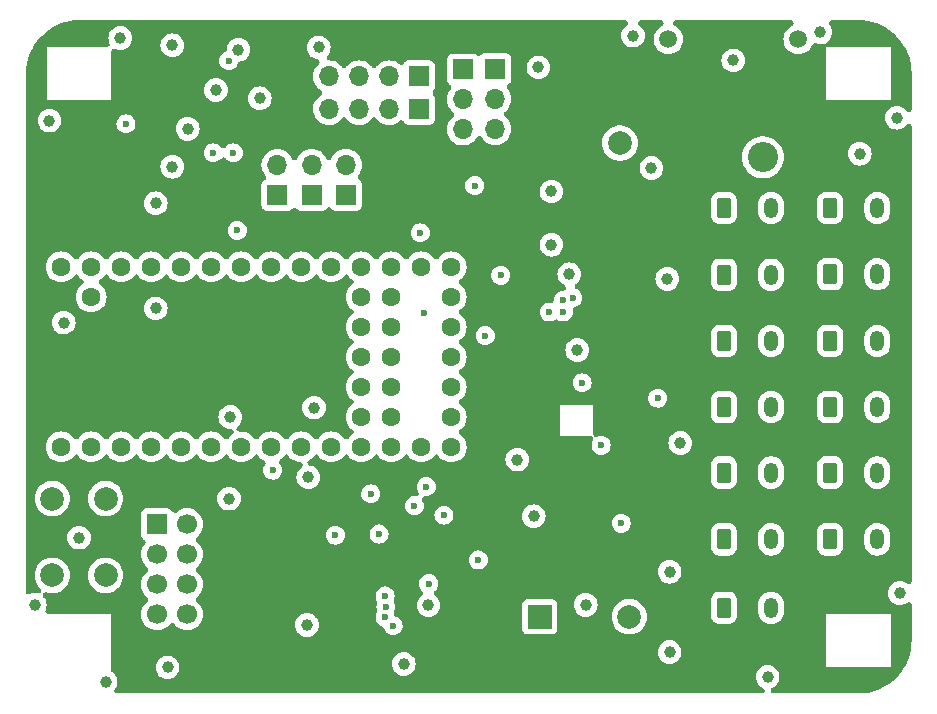
<source format=gbr>
%TF.GenerationSoftware,KiCad,Pcbnew,8.0.8*%
%TF.CreationDate,2025-01-19T13:46:28+07:00*%
%TF.ProjectId,Teensy4.0,5465656e-7379-4342-9e30-2e6b69636164,rev?*%
%TF.SameCoordinates,Original*%
%TF.FileFunction,Copper,L2,Inr*%
%TF.FilePolarity,Positive*%
%FSLAX46Y46*%
G04 Gerber Fmt 4.6, Leading zero omitted, Abs format (unit mm)*
G04 Created by KiCad (PCBNEW 8.0.8) date 2025-01-19 13:46:28*
%MOMM*%
%LPD*%
G01*
G04 APERTURE LIST*
G04 Aperture macros list*
%AMRoundRect*
0 Rectangle with rounded corners*
0 $1 Rounding radius*
0 $2 $3 $4 $5 $6 $7 $8 $9 X,Y pos of 4 corners*
0 Add a 4 corners polygon primitive as box body*
4,1,4,$2,$3,$4,$5,$6,$7,$8,$9,$2,$3,0*
0 Add four circle primitives for the rounded corners*
1,1,$1+$1,$2,$3*
1,1,$1+$1,$4,$5*
1,1,$1+$1,$6,$7*
1,1,$1+$1,$8,$9*
0 Add four rect primitives between the rounded corners*
20,1,$1+$1,$2,$3,$4,$5,0*
20,1,$1+$1,$4,$5,$6,$7,0*
20,1,$1+$1,$6,$7,$8,$9,0*
20,1,$1+$1,$8,$9,$2,$3,0*%
G04 Aperture macros list end*
%TA.AperFunction,ComponentPad*%
%ADD10RoundRect,0.250000X-0.350000X-0.625000X0.350000X-0.625000X0.350000X0.625000X-0.350000X0.625000X0*%
%TD*%
%TA.AperFunction,ComponentPad*%
%ADD11O,1.200000X1.750000*%
%TD*%
%TA.AperFunction,ComponentPad*%
%ADD12R,2.000000X2.000000*%
%TD*%
%TA.AperFunction,ComponentPad*%
%ADD13C,2.000000*%
%TD*%
%TA.AperFunction,ComponentPad*%
%ADD14R,1.700000X1.700000*%
%TD*%
%TA.AperFunction,ComponentPad*%
%ADD15O,1.700000X1.700000*%
%TD*%
%TA.AperFunction,ComponentPad*%
%ADD16C,1.700000*%
%TD*%
%TA.AperFunction,ComponentPad*%
%ADD17C,1.600000*%
%TD*%
%TA.AperFunction,ComponentPad*%
%ADD18C,2.550000*%
%TD*%
%TA.AperFunction,ComponentPad*%
%ADD19R,2.550000X2.550000*%
%TD*%
%TA.AperFunction,ComponentPad*%
%ADD20C,1.508000*%
%TD*%
%TA.AperFunction,ViaPad*%
%ADD21C,1.000000*%
%TD*%
%TA.AperFunction,ViaPad*%
%ADD22C,0.600000*%
%TD*%
%TA.AperFunction,ViaPad*%
%ADD23C,2.000000*%
%TD*%
G04 APERTURE END LIST*
D10*
%TO.N,GND*%
%TO.C,servo1*%
X172600000Y-102250000D03*
D11*
%TO.N,VCC*%
X174600000Y-102250000D03*
%TO.N,Net-(IC2-A2)*%
X176600000Y-102250000D03*
%TD*%
D12*
%TO.N,+5V*%
%TO.C,BZ1*%
X148000000Y-120000000D03*
D13*
%TO.N,Net-(BZ1--)*%
X155600000Y-120000000D03*
%TD*%
D14*
%TO.N,Net-(J1-Pin_1)*%
%TO.C,J1*%
X137790000Y-74250000D03*
D15*
%TO.N,Net-(J1-Pin_2)*%
X135250000Y-74250000D03*
%TO.N,Net-(J1-Pin_3)*%
X132710000Y-74250000D03*
%TO.N,Net-(J1-Pin_4)*%
X130170000Y-74250000D03*
%TD*%
D10*
%TO.N,GND*%
%TO.C,servo13*%
X172600000Y-96650000D03*
D11*
%TO.N,VCC*%
X174600000Y-96650000D03*
%TO.N,Net-(IC2-A2)*%
X176600000Y-96650000D03*
%TD*%
D14*
%TO.N,GND*%
%TO.C,U2*%
X115610500Y-112175000D03*
D16*
%TO.N,+3V3*%
X118150500Y-112175000D03*
%TO.N,/NRF_CE*%
X115610500Y-114715000D03*
%TO.N,/NRF_CSN*%
X118150500Y-114715000D03*
%TO.N,/NRF_SCK*%
X115610500Y-117255000D03*
%TO.N,/NRF_MOSI*%
X118150500Y-117255000D03*
%TO.N,/NRF_MISO*%
X115610500Y-119795000D03*
%TO.N,unconnected-(U2-IRQ-Pad8)*%
X118150500Y-119795000D03*
%TD*%
D10*
%TO.N,GND*%
%TO.C,servo11*%
X172600000Y-85400000D03*
D11*
%TO.N,VCC*%
X174600000Y-85400000D03*
%TO.N,Net-(IC2-A2)*%
X176600000Y-85400000D03*
%TD*%
D10*
%TO.N,GND*%
%TO.C,servo5*%
X163600000Y-107800000D03*
D11*
%TO.N,VCC*%
X165600000Y-107800000D03*
%TO.N,Net-(IC2-A2)*%
X167600000Y-107800000D03*
%TD*%
D10*
%TO.N,GND*%
%TO.C,servo4*%
X163600000Y-119250000D03*
D11*
%TO.N,VCC*%
X165600000Y-119250000D03*
%TO.N,Net-(IC2-A2)*%
X167600000Y-119250000D03*
%TD*%
D14*
%TO.N,+5V*%
%TO.C,5V*%
X144250000Y-73630000D03*
D15*
X144250000Y-76170000D03*
X144250000Y-78710000D03*
%TD*%
D10*
%TO.N,GND*%
%TO.C,servo2*%
X163600000Y-113450000D03*
D11*
%TO.N,VCC*%
X165600000Y-113450000D03*
%TO.N,Net-(IC2-A2)*%
X167600000Y-113450000D03*
%TD*%
D14*
%TO.N,/serial_rx4*%
%TO.C,S4*%
X125800000Y-84300000D03*
D15*
%TO.N,/serial_tx4*%
X125800000Y-81760000D03*
%TD*%
D10*
%TO.N,GND*%
%TO.C,servo10*%
X163600000Y-102250000D03*
D11*
%TO.N,VCC*%
X165600000Y-102250000D03*
%TO.N,Net-(IC2-A2)*%
X167600000Y-102250000D03*
%TD*%
D14*
%TO.N,/serial_rx2*%
%TO.C,S2*%
X131600000Y-84275000D03*
D15*
%TO.N,/serial_tx2*%
X131600000Y-81735000D03*
%TD*%
D17*
%TO.N,GND*%
%TO.C,U1*%
X107490000Y-105620000D03*
%TO.N,/servo_rx*%
X110030000Y-105620000D03*
%TO.N,/servo_tx*%
X112570000Y-105620000D03*
%TO.N,/servo_dir*%
X115110000Y-105620000D03*
%TO.N,/button*%
X117650000Y-105620000D03*
%TO.N,/buzzer*%
X120190000Y-105620000D03*
%TO.N,unconnected-(U1-5_IN2-Pad7)*%
X122730000Y-105620000D03*
%TO.N,unconnected-(U1-6_OUT1D-Pad8)*%
X125270000Y-105620000D03*
%TO.N,/serial_rx2*%
X127810000Y-105620000D03*
%TO.N,/serial_tx2*%
X130350000Y-105620000D03*
%TO.N,/NRF_CE*%
X132890000Y-105620000D03*
%TO.N,/NRF_CSN*%
X135430000Y-105620000D03*
%TO.N,/NRF_MOSI*%
X137970000Y-105620000D03*
%TO.N,/NRF_MISO*%
X140510000Y-105620000D03*
%TO.N,unconnected-(U1-VBAT-Pad15)*%
X140510000Y-103080000D03*
%TO.N,unconnected-(U1-3V3-Pad16)*%
X140510000Y-100540000D03*
%TO.N,GND*%
X140510000Y-98000000D03*
%TO.N,unconnected-(U1-PROGRAM-Pad18)*%
X140510000Y-95460000D03*
%TO.N,unconnected-(U1-ON_OFF-Pad19)*%
X140510000Y-92920000D03*
%TO.N,/NRF_SCK*%
X140510000Y-90380000D03*
%TO.N,/serial_tx3*%
X137970000Y-90380000D03*
%TO.N,/serial_rx3*%
X135430000Y-90380000D03*
%TO.N,/serial_rx4*%
X132890000Y-90380000D03*
%TO.N,/serial_tx4*%
X130350000Y-90380000D03*
%TO.N,/SDA*%
X127810000Y-90380000D03*
%TO.N,/SCL*%
X125270000Y-90380000D03*
%TO.N,/ICM_INT*%
X122730000Y-90380000D03*
%TO.N,unconnected-(U1-21_A7_RX5_BCLK1-Pad28)*%
X120190000Y-90380000D03*
%TO.N,unconnected-(U1-22_A8_CTX1-Pad29)*%
X117650000Y-90380000D03*
%TO.N,unconnected-(U1-23_A9_CRX1_MCLK1-Pad30)*%
X115110000Y-90380000D03*
%TO.N,+3V3*%
X112570000Y-90380000D03*
%TO.N,GND*%
X110030000Y-90380000D03*
%TO.N,+5V*%
X107490000Y-90380000D03*
%TO.N,unconnected-(U1-VUSB-Pad34)*%
X110030000Y-92920000D03*
%TO.N,Net-(J1-Pin_1)*%
X135430000Y-92920000D03*
%TO.N,Net-(J1-Pin_2)*%
X132890000Y-92920000D03*
%TO.N,Net-(J1-Pin_3)*%
X135430000Y-95460000D03*
%TO.N,Net-(J1-Pin_4)*%
X132890000Y-95460000D03*
%TO.N,Net-(J2-Pin_1)*%
X135430000Y-98000000D03*
%TO.N,Net-(J2-Pin_2)*%
X132890000Y-98000000D03*
%TO.N,Net-(J2-Pin_3)*%
X135430000Y-100540000D03*
%TO.N,Net-(J2-Pin_4)*%
X132890000Y-100540000D03*
%TO.N,unconnected-(U1-32_OUT1B-Pad43)*%
X135430000Y-103080000D03*
%TO.N,unconnected-(U1-33_MCLK2-Pad44)*%
X132890000Y-103080000D03*
%TD*%
D10*
%TO.N,GND*%
%TO.C,servo3*%
X163600000Y-96650000D03*
D11*
%TO.N,VCC*%
X165600000Y-96650000D03*
%TO.N,Net-(IC2-A2)*%
X167600000Y-96650000D03*
%TD*%
D10*
%TO.N,GND*%
%TO.C,servo9*%
X172600000Y-91000000D03*
D11*
%TO.N,VCC*%
X174600000Y-91000000D03*
%TO.N,Net-(IC2-A2)*%
X176600000Y-91000000D03*
%TD*%
D13*
%TO.N,/button*%
%TO.C,button1*%
X106750000Y-116500000D03*
X106750000Y-110000000D03*
%TO.N,GND*%
X111250000Y-116500000D03*
X111250000Y-110000000D03*
%TD*%
D14*
%TO.N,Net-(J2-Pin_1)*%
%TO.C,J2*%
X137790000Y-77000000D03*
D15*
%TO.N,Net-(J2-Pin_2)*%
X135250000Y-77000000D03*
%TO.N,Net-(J2-Pin_3)*%
X132710000Y-77000000D03*
%TO.N,Net-(J2-Pin_4)*%
X130170000Y-77000000D03*
%TD*%
D14*
%TO.N,/serial_rx3*%
%TO.C,S3*%
X128700000Y-84300000D03*
D15*
%TO.N,/serial_tx3*%
X128700000Y-81760000D03*
%TD*%
D18*
%TO.N,GND*%
%TO.C,Main Power*%
X166900000Y-81105750D03*
D19*
%TO.N,VCC*%
X161900000Y-81105750D03*
D20*
%TO.N,N/C*%
X169900000Y-71105750D03*
X158900000Y-71105750D03*
%TD*%
D10*
%TO.N,GND*%
%TO.C,servo12*%
X163600000Y-91050000D03*
D11*
%TO.N,VCC*%
X165600000Y-91050000D03*
%TO.N,Net-(IC2-A2)*%
X167600000Y-91050000D03*
%TD*%
D10*
%TO.N,GND*%
%TO.C,servo8*%
X172600000Y-113450000D03*
D11*
%TO.N,VCC*%
X174600000Y-113450000D03*
%TO.N,Net-(IC2-A2)*%
X176600000Y-113450000D03*
%TD*%
D10*
%TO.N,GND*%
%TO.C,servo6*%
X163600000Y-85400000D03*
D11*
%TO.N,VCC*%
X165600000Y-85400000D03*
%TO.N,Net-(IC2-A2)*%
X167600000Y-85400000D03*
%TD*%
D10*
%TO.N,GND*%
%TO.C,servo7*%
X172600000Y-107800000D03*
D11*
%TO.N,VCC*%
X174600000Y-107800000D03*
%TO.N,Net-(IC2-A2)*%
X176600000Y-107800000D03*
%TD*%
D14*
%TO.N,GND*%
%TO.C,GND*%
X141500000Y-73670000D03*
D15*
X141500000Y-76210000D03*
X141500000Y-78750000D03*
%TD*%
D21*
%TO.N,+5V*%
X157461715Y-82005718D03*
X129300000Y-71800000D03*
D22*
X139900000Y-111400000D03*
X121673718Y-72925002D03*
D21*
X116900000Y-71625002D03*
D22*
X112973718Y-78273718D03*
D21*
%TO.N,GND*%
X171750000Y-70500000D03*
D22*
X148800000Y-94200000D03*
X142500000Y-83500000D03*
D21*
X120586890Y-75413110D03*
X116900000Y-81900000D03*
X138587499Y-119031000D03*
X149000000Y-88500000D03*
D22*
X154900000Y-112100000D03*
D21*
X151178000Y-97422000D03*
X121800000Y-103100000D03*
X128400000Y-108200000D03*
X112500000Y-71000000D03*
X109000000Y-113300000D03*
X158800000Y-91400000D03*
X136500000Y-124000000D03*
X128300000Y-120700000D03*
X167300000Y-125100000D03*
X106500000Y-78000000D03*
X115500000Y-85000000D03*
X175100000Y-80800000D03*
X121700000Y-110000000D03*
D22*
X134400000Y-113000000D03*
D23*
X154800000Y-79900000D03*
D21*
X149000000Y-84000000D03*
D22*
X135600500Y-120762000D03*
D21*
X115500000Y-93900000D03*
X146100000Y-106700000D03*
X128900000Y-102300000D03*
X111250000Y-125500000D03*
X159900000Y-105300000D03*
X178250000Y-77750000D03*
D22*
X158000000Y-101500000D03*
X120373718Y-80725002D03*
X138600000Y-117200000D03*
X142800000Y-115200000D03*
X122073718Y-80725002D03*
D21*
X151900000Y-119000000D03*
X105250000Y-119000000D03*
X150500000Y-91000000D03*
X155900000Y-70800000D03*
X147500000Y-111500000D03*
X147900000Y-73500000D03*
X107700000Y-95100000D03*
X124300000Y-76100000D03*
X178500000Y-118000000D03*
X164400000Y-72900000D03*
X159000000Y-123000000D03*
X116500000Y-124300000D03*
X118200000Y-78700000D03*
X122500000Y-72000000D03*
X159000000Y-116200000D03*
D22*
%TO.N,+3V3*%
X138400000Y-109000000D03*
X137400000Y-110600000D03*
%TO.N,+1V8*%
X143400000Y-96200000D03*
X144700000Y-91100000D03*
%TO.N,Net-(J2-Pin_1)*%
X137900000Y-87500000D03*
X138200000Y-94300000D03*
%TO.N,/SDA*%
X150000000Y-94200000D03*
%TO.N,/SCL*%
X150000000Y-93200000D03*
%TO.N,/buzzer*%
X133700000Y-109600000D03*
X125400000Y-107600000D03*
%TO.N,/serial_rx2*%
X122400000Y-87300000D03*
%TO.N,/servo_tx*%
X134981250Y-119181250D03*
%TO.N,/NRF_SCK*%
X130700000Y-113100000D03*
%TO.N,/servo_dir*%
X134912500Y-118250000D03*
%TO.N,/servo_rx*%
X134912500Y-120050000D03*
%TO.N,/ICM_INT*%
X150800000Y-93000000D03*
%TO.N,/INT_1V8*%
X153200000Y-105500000D03*
X151600000Y-100200000D03*
%TD*%
%TA.AperFunction,Conductor*%
%TO.N,VCC*%
G36*
X112492538Y-69509206D02*
G01*
X112551231Y-69500500D01*
X155214714Y-69500500D01*
X155310002Y-69519454D01*
X155390784Y-69573430D01*
X155444760Y-69654212D01*
X155463714Y-69749500D01*
X155444760Y-69844788D01*
X155390784Y-69925570D01*
X155350431Y-69955497D01*
X155351632Y-69957294D01*
X155341467Y-69964085D01*
X155189120Y-70089114D01*
X155189114Y-70089120D01*
X155064088Y-70241463D01*
X154971188Y-70415266D01*
X154971185Y-70415274D01*
X154913975Y-70603868D01*
X154894659Y-70800000D01*
X154913975Y-70996131D01*
X154971185Y-71184725D01*
X154971188Y-71184733D01*
X155064088Y-71358536D01*
X155114070Y-71419439D01*
X155189117Y-71510883D01*
X155275936Y-71582134D01*
X155341463Y-71635911D01*
X155515266Y-71728811D01*
X155515270Y-71728812D01*
X155515273Y-71728814D01*
X155703868Y-71786024D01*
X155900000Y-71805341D01*
X156096132Y-71786024D01*
X156284727Y-71728814D01*
X156458538Y-71635910D01*
X156610883Y-71510883D01*
X156735910Y-71358538D01*
X156798488Y-71241463D01*
X156828811Y-71184733D01*
X156828811Y-71184731D01*
X156828814Y-71184727D01*
X156886024Y-70996132D01*
X156905341Y-70800000D01*
X156886024Y-70603868D01*
X156828814Y-70415273D01*
X156828812Y-70415270D01*
X156828811Y-70415266D01*
X156735911Y-70241463D01*
X156653524Y-70141075D01*
X156610883Y-70089117D01*
X156458538Y-69964090D01*
X156458532Y-69964085D01*
X156448368Y-69957294D01*
X156450193Y-69954561D01*
X156392801Y-69907457D01*
X156347005Y-69821773D01*
X156337486Y-69725085D01*
X156365692Y-69632115D01*
X156427329Y-69557015D01*
X156513013Y-69511219D01*
X156585286Y-69500500D01*
X158250905Y-69500500D01*
X158346193Y-69519454D01*
X158426975Y-69573430D01*
X158480951Y-69654212D01*
X158499905Y-69749500D01*
X158480951Y-69844788D01*
X158426975Y-69925570D01*
X158356138Y-69975169D01*
X158308677Y-69997301D01*
X158270354Y-70015171D01*
X158270349Y-70015174D01*
X158090544Y-70141075D01*
X157935325Y-70296294D01*
X157809424Y-70476099D01*
X157809423Y-70476100D01*
X157716650Y-70675053D01*
X157716649Y-70675056D01*
X157659841Y-70887066D01*
X157659839Y-70887072D01*
X157659839Y-70887076D01*
X157640708Y-71105750D01*
X157656750Y-71289120D01*
X157659839Y-71324421D01*
X157659841Y-71324433D01*
X157716649Y-71536443D01*
X157716650Y-71536446D01*
X157716652Y-71536451D01*
X157716653Y-71536453D01*
X157809421Y-71735396D01*
X157935326Y-71915207D01*
X158090543Y-72070424D01*
X158270354Y-72196329D01*
X158469297Y-72289097D01*
X158469301Y-72289098D01*
X158469303Y-72289099D01*
X158469306Y-72289100D01*
X158582764Y-72319501D01*
X158681326Y-72345911D01*
X158900000Y-72365042D01*
X159118674Y-72345911D01*
X159255940Y-72309129D01*
X159330693Y-72289100D01*
X159330696Y-72289099D01*
X159330696Y-72289098D01*
X159330703Y-72289097D01*
X159529646Y-72196329D01*
X159709457Y-72070424D01*
X159864674Y-71915207D01*
X159990579Y-71735396D01*
X160083347Y-71536453D01*
X160140161Y-71324424D01*
X160159292Y-71105750D01*
X160140161Y-70887076D01*
X160113905Y-70789090D01*
X160083350Y-70675056D01*
X160083349Y-70675053D01*
X160083348Y-70675051D01*
X160083347Y-70675047D01*
X159990579Y-70476104D01*
X159864674Y-70296293D01*
X159709457Y-70141076D01*
X159529646Y-70015171D01*
X159443862Y-69975169D01*
X159365513Y-69917722D01*
X159315112Y-69834664D01*
X159300332Y-69738639D01*
X159323424Y-69644269D01*
X159380873Y-69565918D01*
X159463931Y-69515517D01*
X159549095Y-69500500D01*
X169250905Y-69500500D01*
X169346193Y-69519454D01*
X169426975Y-69573430D01*
X169480951Y-69654212D01*
X169499905Y-69749500D01*
X169480951Y-69844788D01*
X169426975Y-69925570D01*
X169356138Y-69975169D01*
X169308677Y-69997301D01*
X169270354Y-70015171D01*
X169270349Y-70015174D01*
X169090544Y-70141075D01*
X168935325Y-70296294D01*
X168809424Y-70476099D01*
X168809423Y-70476100D01*
X168716650Y-70675053D01*
X168716649Y-70675056D01*
X168659841Y-70887066D01*
X168659839Y-70887072D01*
X168659839Y-70887076D01*
X168640708Y-71105750D01*
X168656750Y-71289120D01*
X168659839Y-71324421D01*
X168659841Y-71324433D01*
X168716649Y-71536443D01*
X168716650Y-71536446D01*
X168716652Y-71536451D01*
X168716653Y-71536453D01*
X168809421Y-71735396D01*
X168935326Y-71915207D01*
X169090543Y-72070424D01*
X169270354Y-72196329D01*
X169469297Y-72289097D01*
X169469301Y-72289098D01*
X169469303Y-72289099D01*
X169469306Y-72289100D01*
X169582764Y-72319501D01*
X169681326Y-72345911D01*
X169900000Y-72365042D01*
X170118674Y-72345911D01*
X170255940Y-72309129D01*
X170330693Y-72289100D01*
X170330696Y-72289099D01*
X170330696Y-72289098D01*
X170330703Y-72289097D01*
X170529646Y-72196329D01*
X170709457Y-72070424D01*
X170864674Y-71915207D01*
X170990579Y-71735396D01*
X171070982Y-71562968D01*
X171128430Y-71484620D01*
X171211488Y-71434219D01*
X171307513Y-71419439D01*
X171368929Y-71429923D01*
X171553868Y-71486024D01*
X171750000Y-71505341D01*
X171946132Y-71486024D01*
X171946139Y-71486021D01*
X171952419Y-71484773D01*
X172049574Y-71484772D01*
X172139334Y-71521950D01*
X172208034Y-71590648D01*
X172245215Y-71680407D01*
X172250000Y-71728988D01*
X172250000Y-71750000D01*
X172250000Y-76250000D01*
X172250001Y-76250000D01*
X177749999Y-76250000D01*
X177750000Y-76250000D01*
X177750000Y-71750000D01*
X172499876Y-71750000D01*
X172404588Y-71731046D01*
X172323806Y-71677070D01*
X172269830Y-71596288D01*
X172250876Y-71501000D01*
X172269830Y-71405712D01*
X172323806Y-71324930D01*
X172341911Y-71308521D01*
X172460883Y-71210883D01*
X172585910Y-71058538D01*
X172663105Y-70914116D01*
X172678811Y-70884733D01*
X172678811Y-70884731D01*
X172678814Y-70884727D01*
X172736024Y-70696132D01*
X172755341Y-70500000D01*
X172736024Y-70303868D01*
X172678814Y-70115273D01*
X172678812Y-70115270D01*
X172678811Y-70115266D01*
X172585911Y-69941463D01*
X172558009Y-69907465D01*
X172512210Y-69821782D01*
X172502687Y-69725094D01*
X172530889Y-69632123D01*
X172592523Y-69557021D01*
X172678206Y-69511222D01*
X172750488Y-69500500D01*
X174934108Y-69500500D01*
X174994567Y-69500500D01*
X175005428Y-69500737D01*
X175381306Y-69517148D01*
X175402917Y-69519038D01*
X175758999Y-69565918D01*
X175770552Y-69567439D01*
X175791943Y-69571211D01*
X175857737Y-69585797D01*
X176153956Y-69651467D01*
X176174908Y-69657081D01*
X176528566Y-69768588D01*
X176548954Y-69776009D01*
X176891534Y-69917910D01*
X176911208Y-69927085D01*
X177240111Y-70098302D01*
X177258918Y-70109160D01*
X177571643Y-70308386D01*
X177589424Y-70320837D01*
X177791767Y-70476100D01*
X177883600Y-70546566D01*
X177900237Y-70560526D01*
X177964771Y-70619661D01*
X178173611Y-70811028D01*
X178188971Y-70826388D01*
X178439470Y-71099759D01*
X178453431Y-71116397D01*
X178613444Y-71324930D01*
X178679157Y-71410568D01*
X178691616Y-71428361D01*
X178727553Y-71484772D01*
X178890837Y-71741077D01*
X178901697Y-71759888D01*
X179072914Y-72088791D01*
X179082093Y-72108476D01*
X179169503Y-72319500D01*
X179223985Y-72451032D01*
X179231415Y-72471445D01*
X179342914Y-72825076D01*
X179348536Y-72846058D01*
X179428788Y-73208056D01*
X179432560Y-73229447D01*
X179480959Y-73597066D01*
X179482852Y-73618706D01*
X179499263Y-73994570D01*
X179499500Y-74005432D01*
X179499500Y-76999514D01*
X179480546Y-77094802D01*
X179426570Y-77175584D01*
X179345788Y-77229560D01*
X179250500Y-77248514D01*
X179155212Y-77229560D01*
X179074430Y-77175584D01*
X179058021Y-77157479D01*
X178987201Y-77071186D01*
X178960883Y-77039117D01*
X178808538Y-76914090D01*
X178808539Y-76914090D01*
X178808536Y-76914088D01*
X178634733Y-76821188D01*
X178634725Y-76821185D01*
X178446131Y-76763975D01*
X178250000Y-76744659D01*
X178053868Y-76763975D01*
X177865274Y-76821185D01*
X177865266Y-76821188D01*
X177691463Y-76914088D01*
X177539120Y-77039114D01*
X177539114Y-77039120D01*
X177414088Y-77191463D01*
X177321188Y-77365266D01*
X177321185Y-77365274D01*
X177263975Y-77553868D01*
X177244659Y-77750000D01*
X177263975Y-77946131D01*
X177321185Y-78134725D01*
X177321188Y-78134733D01*
X177414088Y-78308536D01*
X177452761Y-78355659D01*
X177539117Y-78460883D01*
X177587372Y-78500485D01*
X177691463Y-78585911D01*
X177865266Y-78678811D01*
X177865270Y-78678812D01*
X177865273Y-78678814D01*
X178053868Y-78736024D01*
X178250000Y-78755341D01*
X178446132Y-78736024D01*
X178634727Y-78678814D01*
X178738686Y-78623247D01*
X178808536Y-78585911D01*
X178808535Y-78585911D01*
X178808538Y-78585910D01*
X178960883Y-78460883D01*
X179047239Y-78355659D01*
X179058021Y-78342521D01*
X179133123Y-78280886D01*
X179226094Y-78252684D01*
X179322781Y-78262207D01*
X179408464Y-78308006D01*
X179470099Y-78383108D01*
X179498301Y-78476079D01*
X179499500Y-78500485D01*
X179499500Y-116999512D01*
X179480546Y-117094800D01*
X179426570Y-117175582D01*
X179345788Y-117229558D01*
X179250500Y-117248512D01*
X179155212Y-117229558D01*
X179092535Y-117191991D01*
X179085264Y-117186024D01*
X179058538Y-117164090D01*
X179058539Y-117164090D01*
X179058536Y-117164088D01*
X178884733Y-117071188D01*
X178884725Y-117071185D01*
X178696131Y-117013975D01*
X178500000Y-116994659D01*
X178303868Y-117013975D01*
X178115274Y-117071185D01*
X178115266Y-117071188D01*
X177941463Y-117164088D01*
X177789120Y-117289114D01*
X177789114Y-117289120D01*
X177664088Y-117441463D01*
X177571188Y-117615266D01*
X177571185Y-117615274D01*
X177513975Y-117803868D01*
X177494659Y-118000000D01*
X177513975Y-118196131D01*
X177571185Y-118384725D01*
X177571188Y-118384733D01*
X177664088Y-118558536D01*
X177697725Y-118599522D01*
X177789117Y-118710883D01*
X177846126Y-118757669D01*
X177941463Y-118835911D01*
X178115266Y-118928811D01*
X178115270Y-118928812D01*
X178115273Y-118928814D01*
X178303868Y-118986024D01*
X178500000Y-119005341D01*
X178696132Y-118986024D01*
X178884727Y-118928814D01*
X178960378Y-118888378D01*
X179015085Y-118859136D01*
X179058538Y-118835910D01*
X179092536Y-118808008D01*
X179178215Y-118762210D01*
X179274902Y-118752686D01*
X179367874Y-118780887D01*
X179442977Y-118842520D01*
X179488777Y-118928202D01*
X179499500Y-119000487D01*
X179499500Y-121994567D01*
X179499263Y-122005429D01*
X179482852Y-122381293D01*
X179480959Y-122402933D01*
X179432560Y-122770552D01*
X179428788Y-122791943D01*
X179348536Y-123153941D01*
X179342914Y-123174923D01*
X179231415Y-123528554D01*
X179223985Y-123548967D01*
X179082095Y-123891520D01*
X179072914Y-123911208D01*
X178901697Y-124240111D01*
X178890837Y-124258922D01*
X178691617Y-124571636D01*
X178679157Y-124589431D01*
X178453433Y-124883600D01*
X178439470Y-124900240D01*
X178188971Y-125173611D01*
X178173611Y-125188971D01*
X177900240Y-125439470D01*
X177883600Y-125453433D01*
X177589431Y-125679157D01*
X177571636Y-125691617D01*
X177258922Y-125890837D01*
X177240111Y-125901697D01*
X176911208Y-126072914D01*
X176891520Y-126082095D01*
X176548967Y-126223985D01*
X176528554Y-126231415D01*
X176174923Y-126342914D01*
X176153941Y-126348536D01*
X175791943Y-126428788D01*
X175770552Y-126432560D01*
X175402933Y-126480959D01*
X175381293Y-126482852D01*
X175042023Y-126497665D01*
X175005427Y-126499263D01*
X174994567Y-126499500D01*
X167798200Y-126499500D01*
X167702912Y-126480546D01*
X167622130Y-126426570D01*
X167568154Y-126345788D01*
X167549200Y-126250500D01*
X167568154Y-126155212D01*
X167622130Y-126074430D01*
X167680822Y-126030902D01*
X167858536Y-125935911D01*
X167858535Y-125935911D01*
X167858538Y-125935910D01*
X168010883Y-125810883D01*
X168135910Y-125658538D01*
X168189644Y-125558009D01*
X168228811Y-125484733D01*
X168228811Y-125484731D01*
X168228814Y-125484727D01*
X168286024Y-125296132D01*
X168305341Y-125100000D01*
X168286024Y-124903868D01*
X168228814Y-124715273D01*
X168228812Y-124715270D01*
X168228811Y-124715266D01*
X168135911Y-124541463D01*
X168097500Y-124494659D01*
X168010883Y-124389117D01*
X167930234Y-124322930D01*
X167858536Y-124264088D01*
X167832179Y-124250000D01*
X172250000Y-124250000D01*
X172250001Y-124250000D01*
X177749999Y-124250000D01*
X177750000Y-124250000D01*
X177750000Y-119750000D01*
X172250000Y-119750000D01*
X172250000Y-124250000D01*
X167832179Y-124250000D01*
X167684733Y-124171188D01*
X167684725Y-124171185D01*
X167496131Y-124113975D01*
X167300000Y-124094659D01*
X167103868Y-124113975D01*
X166915274Y-124171185D01*
X166915266Y-124171188D01*
X166741463Y-124264088D01*
X166589120Y-124389114D01*
X166589114Y-124389120D01*
X166464088Y-124541463D01*
X166371188Y-124715266D01*
X166371185Y-124715274D01*
X166313975Y-124903868D01*
X166294659Y-125100000D01*
X166313975Y-125296131D01*
X166371185Y-125484725D01*
X166371188Y-125484733D01*
X166464088Y-125658536D01*
X166486443Y-125685775D01*
X166589117Y-125810883D01*
X166679093Y-125884725D01*
X166741463Y-125935911D01*
X166919178Y-126030902D01*
X166994280Y-126092536D01*
X167040078Y-126178220D01*
X167049601Y-126274907D01*
X167021398Y-126367878D01*
X166959764Y-126442980D01*
X166874080Y-126488778D01*
X166801800Y-126499500D01*
X112250488Y-126499500D01*
X112155200Y-126480546D01*
X112074418Y-126426570D01*
X112020442Y-126345788D01*
X112001488Y-126250500D01*
X112020442Y-126155212D01*
X112058009Y-126092535D01*
X112085910Y-126058538D01*
X112151456Y-125935910D01*
X112178811Y-125884733D01*
X112178811Y-125884731D01*
X112178814Y-125884727D01*
X112236024Y-125696132D01*
X112255341Y-125500000D01*
X112236024Y-125303868D01*
X112178814Y-125115273D01*
X112178812Y-125115270D01*
X112178811Y-125115266D01*
X112085911Y-124941463D01*
X112038424Y-124883600D01*
X111960883Y-124789117D01*
X111865550Y-124710879D01*
X111808536Y-124664088D01*
X111796634Y-124657727D01*
X111721531Y-124596093D01*
X111675732Y-124510410D01*
X111666209Y-124413723D01*
X111694411Y-124320752D01*
X111709801Y-124300000D01*
X115494659Y-124300000D01*
X115513975Y-124496131D01*
X115571185Y-124684725D01*
X115571188Y-124684733D01*
X115664088Y-124858536D01*
X115721762Y-124928811D01*
X115789117Y-125010883D01*
X115897706Y-125100000D01*
X115941463Y-125135911D01*
X116115266Y-125228811D01*
X116115270Y-125228812D01*
X116115273Y-125228814D01*
X116303868Y-125286024D01*
X116500000Y-125305341D01*
X116696132Y-125286024D01*
X116884727Y-125228814D01*
X116988005Y-125173611D01*
X117058536Y-125135911D01*
X117058535Y-125135911D01*
X117058538Y-125135910D01*
X117210883Y-125010883D01*
X117335910Y-124858538D01*
X117414833Y-124710883D01*
X117428811Y-124684733D01*
X117428811Y-124684731D01*
X117428814Y-124684727D01*
X117486024Y-124496132D01*
X117505341Y-124300000D01*
X117486024Y-124103868D01*
X117454516Y-124000000D01*
X135494659Y-124000000D01*
X135513975Y-124196131D01*
X135571185Y-124384725D01*
X135571188Y-124384733D01*
X135664088Y-124558536D01*
X135664090Y-124558538D01*
X135789117Y-124710883D01*
X135884441Y-124789114D01*
X135941463Y-124835911D01*
X136115266Y-124928811D01*
X136115270Y-124928812D01*
X136115273Y-124928814D01*
X136303868Y-124986024D01*
X136500000Y-125005341D01*
X136696132Y-124986024D01*
X136884727Y-124928814D01*
X136969317Y-124883600D01*
X137058536Y-124835911D01*
X137058535Y-124835911D01*
X137058538Y-124835910D01*
X137210883Y-124710883D01*
X137335910Y-124558538D01*
X137426466Y-124389120D01*
X137428811Y-124384733D01*
X137428811Y-124384731D01*
X137428814Y-124384727D01*
X137486024Y-124196132D01*
X137505341Y-124000000D01*
X137486024Y-123803868D01*
X137428814Y-123615273D01*
X137428812Y-123615270D01*
X137428811Y-123615266D01*
X137335911Y-123441463D01*
X137289353Y-123384733D01*
X137210883Y-123289117D01*
X137058538Y-123164090D01*
X137058539Y-123164090D01*
X137058536Y-123164088D01*
X136884733Y-123071188D01*
X136884725Y-123071185D01*
X136696131Y-123013975D01*
X136554232Y-123000000D01*
X157994659Y-123000000D01*
X158013975Y-123196131D01*
X158071185Y-123384725D01*
X158071188Y-123384733D01*
X158164088Y-123558536D01*
X158189188Y-123589120D01*
X158289117Y-123710883D01*
X158326379Y-123741463D01*
X158441463Y-123835911D01*
X158615266Y-123928811D01*
X158615270Y-123928812D01*
X158615273Y-123928814D01*
X158803868Y-123986024D01*
X159000000Y-124005341D01*
X159196132Y-123986024D01*
X159384727Y-123928814D01*
X159410061Y-123915273D01*
X159558536Y-123835911D01*
X159558535Y-123835911D01*
X159558538Y-123835910D01*
X159710883Y-123710883D01*
X159835910Y-123558538D01*
X159898488Y-123441463D01*
X159928811Y-123384733D01*
X159928811Y-123384731D01*
X159928814Y-123384727D01*
X159986024Y-123196132D01*
X160005341Y-123000000D01*
X159986024Y-122803868D01*
X159928814Y-122615273D01*
X159928812Y-122615270D01*
X159928811Y-122615266D01*
X159835911Y-122441463D01*
X159710885Y-122289120D01*
X159710883Y-122289117D01*
X159558538Y-122164090D01*
X159558539Y-122164090D01*
X159558536Y-122164088D01*
X159384733Y-122071188D01*
X159384725Y-122071185D01*
X159196131Y-122013975D01*
X159000000Y-121994659D01*
X158803868Y-122013975D01*
X158615274Y-122071185D01*
X158615266Y-122071188D01*
X158441463Y-122164088D01*
X158289120Y-122289114D01*
X158289114Y-122289120D01*
X158164088Y-122441463D01*
X158071188Y-122615266D01*
X158071185Y-122615274D01*
X158013975Y-122803868D01*
X157994659Y-123000000D01*
X136554232Y-123000000D01*
X136500000Y-122994659D01*
X136303868Y-123013975D01*
X136115274Y-123071185D01*
X136115266Y-123071188D01*
X135941463Y-123164088D01*
X135789120Y-123289114D01*
X135789114Y-123289120D01*
X135664088Y-123441463D01*
X135571188Y-123615266D01*
X135571185Y-123615274D01*
X135513975Y-123803868D01*
X135494659Y-124000000D01*
X117454516Y-124000000D01*
X117428814Y-123915273D01*
X117428812Y-123915270D01*
X117428811Y-123915266D01*
X117335911Y-123741463D01*
X117300955Y-123698870D01*
X117210883Y-123589117D01*
X117058538Y-123464090D01*
X117058539Y-123464090D01*
X117058536Y-123464088D01*
X116884733Y-123371188D01*
X116884725Y-123371185D01*
X116696131Y-123313975D01*
X116500000Y-123294659D01*
X116303868Y-123313975D01*
X116115274Y-123371185D01*
X116115266Y-123371188D01*
X115941463Y-123464088D01*
X115789120Y-123589114D01*
X115789114Y-123589120D01*
X115664088Y-123741463D01*
X115571188Y-123915266D01*
X115571185Y-123915274D01*
X115513975Y-124103868D01*
X115494659Y-124300000D01*
X111709801Y-124300000D01*
X111737941Y-124262057D01*
X111749998Y-124250000D01*
X111750000Y-124250000D01*
X111750000Y-119750000D01*
X106399003Y-119750000D01*
X106303715Y-119731046D01*
X106222933Y-119677070D01*
X106168957Y-119596288D01*
X106150003Y-119501000D01*
X106168957Y-119405712D01*
X106178330Y-119385894D01*
X106178810Y-119384733D01*
X106178814Y-119384727D01*
X106236024Y-119196132D01*
X106255341Y-119000000D01*
X106236024Y-118803868D01*
X106178814Y-118615273D01*
X106178812Y-118615270D01*
X106178811Y-118615266D01*
X106085911Y-118441463D01*
X106039353Y-118384733D01*
X105976587Y-118308252D01*
X105930789Y-118222571D01*
X105921266Y-118125884D01*
X105949468Y-118032912D01*
X106011102Y-117957810D01*
X106096785Y-117912011D01*
X106193472Y-117902488D01*
X106249916Y-117914780D01*
X106281983Y-117925789D01*
X106380379Y-117959569D01*
X106380381Y-117959569D01*
X106380386Y-117959571D01*
X106625665Y-118000500D01*
X106874335Y-118000500D01*
X107119614Y-117959571D01*
X107119618Y-117959569D01*
X107119621Y-117959569D01*
X107218017Y-117925789D01*
X107354810Y-117878828D01*
X107573509Y-117760474D01*
X107769744Y-117607738D01*
X107938164Y-117424785D01*
X108074173Y-117216607D01*
X108174063Y-116988881D01*
X108235108Y-116747821D01*
X108255643Y-116500000D01*
X109744357Y-116500000D01*
X109764892Y-116747823D01*
X109764894Y-116747831D01*
X109825935Y-116988874D01*
X109825937Y-116988881D01*
X109925827Y-117216607D01*
X109946672Y-117248512D01*
X110061830Y-117424778D01*
X110061836Y-117424785D01*
X110230248Y-117607730D01*
X110230252Y-117607733D01*
X110230256Y-117607738D01*
X110230260Y-117607741D01*
X110230261Y-117607742D01*
X110426485Y-117760470D01*
X110426487Y-117760471D01*
X110426491Y-117760474D01*
X110511893Y-117806691D01*
X110637192Y-117874500D01*
X110645190Y-117878828D01*
X110708231Y-117900470D01*
X110880378Y-117959569D01*
X110880382Y-117959569D01*
X110880386Y-117959571D01*
X111125665Y-118000500D01*
X111374335Y-118000500D01*
X111619614Y-117959571D01*
X111619618Y-117959569D01*
X111619621Y-117959569D01*
X111718017Y-117925789D01*
X111854810Y-117878828D01*
X112073509Y-117760474D01*
X112269744Y-117607738D01*
X112438164Y-117424785D01*
X112574173Y-117216607D01*
X112674063Y-116988881D01*
X112735108Y-116747821D01*
X112755643Y-116500000D01*
X112735108Y-116252179D01*
X112674063Y-116011119D01*
X112574173Y-115783393D01*
X112481446Y-115641463D01*
X112438169Y-115575221D01*
X112438163Y-115575214D01*
X112269751Y-115392269D01*
X112269747Y-115392265D01*
X112269744Y-115392262D01*
X112253033Y-115379255D01*
X112073514Y-115239529D01*
X112073510Y-115239526D01*
X112073509Y-115239526D01*
X111961039Y-115178660D01*
X111854811Y-115121172D01*
X111619621Y-115040430D01*
X111619610Y-115040428D01*
X111374335Y-114999500D01*
X111125665Y-114999500D01*
X110880389Y-115040428D01*
X110880378Y-115040430D01*
X110645188Y-115121172D01*
X110426485Y-115239529D01*
X110230261Y-115392257D01*
X110230248Y-115392269D01*
X110061836Y-115575214D01*
X110061830Y-115575221D01*
X109925828Y-115783391D01*
X109925825Y-115783396D01*
X109825936Y-116011121D01*
X109825935Y-116011125D01*
X109764894Y-116252168D01*
X109764892Y-116252176D01*
X109744357Y-116500000D01*
X108255643Y-116500000D01*
X108235108Y-116252179D01*
X108174063Y-116011119D01*
X108074173Y-115783393D01*
X107981446Y-115641463D01*
X107938169Y-115575221D01*
X107938163Y-115575214D01*
X107769751Y-115392269D01*
X107769747Y-115392265D01*
X107769744Y-115392262D01*
X107753033Y-115379255D01*
X107573514Y-115239529D01*
X107573510Y-115239526D01*
X107573509Y-115239526D01*
X107461039Y-115178660D01*
X107354811Y-115121172D01*
X107119621Y-115040430D01*
X107119610Y-115040428D01*
X106874335Y-114999500D01*
X106625665Y-114999500D01*
X106380389Y-115040428D01*
X106380378Y-115040430D01*
X106145188Y-115121172D01*
X105926485Y-115239529D01*
X105730261Y-115392257D01*
X105730248Y-115392269D01*
X105561836Y-115575214D01*
X105561830Y-115575221D01*
X105425828Y-115783391D01*
X105425825Y-115783396D01*
X105325936Y-116011121D01*
X105325935Y-116011125D01*
X105264894Y-116252168D01*
X105264892Y-116252176D01*
X105244357Y-116500000D01*
X105264892Y-116747823D01*
X105264894Y-116747831D01*
X105325935Y-116988874D01*
X105325937Y-116988881D01*
X105425827Y-117216607D01*
X105446672Y-117248512D01*
X105561830Y-117424778D01*
X105561836Y-117424785D01*
X105737231Y-117615315D01*
X105735687Y-117616735D01*
X105784068Y-117683032D01*
X105806948Y-117777454D01*
X105791952Y-117873445D01*
X105741364Y-117956390D01*
X105662884Y-118013662D01*
X105568462Y-118036542D01*
X105485882Y-118026034D01*
X105446130Y-118013975D01*
X105250000Y-117994659D01*
X105053868Y-118013975D01*
X104865274Y-118071185D01*
X104853967Y-118075869D01*
X104853369Y-118074426D01*
X104773898Y-118098531D01*
X104677211Y-118089005D01*
X104591529Y-118043203D01*
X104529897Y-117968099D01*
X104501698Y-117875127D01*
X104500500Y-117850729D01*
X104500500Y-114714994D01*
X114254841Y-114714994D01*
X114254841Y-114715005D01*
X114275435Y-114950401D01*
X114321192Y-115121172D01*
X114336597Y-115178663D01*
X114379742Y-115271188D01*
X114436465Y-115392830D01*
X114564176Y-115575221D01*
X114572005Y-115586401D01*
X114739099Y-115753495D01*
X114778425Y-115781031D01*
X114845607Y-115851209D01*
X114880821Y-115941758D01*
X114878702Y-116038890D01*
X114839574Y-116127818D01*
X114778428Y-116188965D01*
X114739103Y-116216501D01*
X114572004Y-116383600D01*
X114436465Y-116577169D01*
X114436461Y-116577177D01*
X114336598Y-116791333D01*
X114336597Y-116791335D01*
X114275435Y-117019598D01*
X114254841Y-117254994D01*
X114254841Y-117255005D01*
X114275435Y-117490401D01*
X114336596Y-117718660D01*
X114436465Y-117932830D01*
X114538148Y-118078049D01*
X114572005Y-118126401D01*
X114739099Y-118293495D01*
X114778425Y-118321031D01*
X114845607Y-118391209D01*
X114880821Y-118481758D01*
X114878702Y-118578890D01*
X114839574Y-118667818D01*
X114778428Y-118728965D01*
X114739103Y-118756501D01*
X114572004Y-118923600D01*
X114436465Y-119117169D01*
X114436461Y-119117177D01*
X114336598Y-119331333D01*
X114336597Y-119331335D01*
X114275435Y-119559598D01*
X114254841Y-119794994D01*
X114254841Y-119795005D01*
X114275435Y-120030401D01*
X114333694Y-120247831D01*
X114336597Y-120258663D01*
X114376229Y-120343653D01*
X114436465Y-120472830D01*
X114524391Y-120598402D01*
X114572005Y-120666401D01*
X114739099Y-120833495D01*
X114932670Y-120969035D01*
X115146837Y-121068903D01*
X115375092Y-121130063D01*
X115375095Y-121130063D01*
X115375098Y-121130064D01*
X115610495Y-121150659D01*
X115610500Y-121150659D01*
X115610505Y-121150659D01*
X115845901Y-121130064D01*
X115845903Y-121130063D01*
X115845908Y-121130063D01*
X116074163Y-121068903D01*
X116288330Y-120969035D01*
X116481901Y-120833495D01*
X116648995Y-120666401D01*
X116676532Y-120627074D01*
X116746711Y-120559891D01*
X116837260Y-120524678D01*
X116934392Y-120526797D01*
X117023319Y-120565925D01*
X117084467Y-120627073D01*
X117112005Y-120666401D01*
X117279099Y-120833495D01*
X117472670Y-120969035D01*
X117686837Y-121068903D01*
X117915092Y-121130063D01*
X117915095Y-121130063D01*
X117915098Y-121130064D01*
X118150495Y-121150659D01*
X118150500Y-121150659D01*
X118150505Y-121150659D01*
X118385901Y-121130064D01*
X118385903Y-121130063D01*
X118385908Y-121130063D01*
X118614163Y-121068903D01*
X118828330Y-120969035D01*
X119021901Y-120833495D01*
X119155396Y-120700000D01*
X127294659Y-120700000D01*
X127313975Y-120896131D01*
X127371185Y-121084725D01*
X127371188Y-121084733D01*
X127464088Y-121258536D01*
X127533998Y-121343721D01*
X127589117Y-121410883D01*
X127690506Y-121494091D01*
X127741463Y-121535911D01*
X127915266Y-121628811D01*
X127915270Y-121628812D01*
X127915273Y-121628814D01*
X128103868Y-121686024D01*
X128300000Y-121705341D01*
X128496132Y-121686024D01*
X128684727Y-121628814D01*
X128858538Y-121535910D01*
X129010883Y-121410883D01*
X129135910Y-121258538D01*
X129204581Y-121130064D01*
X129228811Y-121084733D01*
X129228811Y-121084731D01*
X129228814Y-121084727D01*
X129286024Y-120896132D01*
X129305341Y-120700000D01*
X129286024Y-120503868D01*
X129228814Y-120315273D01*
X129228812Y-120315270D01*
X129228811Y-120315266D01*
X129135911Y-120141463D01*
X129100955Y-120098870D01*
X129010883Y-119989117D01*
X128902623Y-119900270D01*
X128858536Y-119864088D01*
X128684733Y-119771188D01*
X128684725Y-119771185D01*
X128496131Y-119713975D01*
X128300000Y-119694659D01*
X128103868Y-119713975D01*
X127915274Y-119771185D01*
X127915266Y-119771188D01*
X127741463Y-119864088D01*
X127589120Y-119989114D01*
X127589114Y-119989120D01*
X127464088Y-120141463D01*
X127371188Y-120315266D01*
X127371185Y-120315274D01*
X127313975Y-120503868D01*
X127294659Y-120700000D01*
X119155396Y-120700000D01*
X119188995Y-120666401D01*
X119324535Y-120472830D01*
X119424403Y-120258663D01*
X119485563Y-120030408D01*
X119485791Y-120027802D01*
X119506159Y-119795005D01*
X119506159Y-119794994D01*
X119485564Y-119559598D01*
X119485563Y-119559595D01*
X119485563Y-119559592D01*
X119424403Y-119331337D01*
X119324535Y-119117171D01*
X119295161Y-119075221D01*
X119246230Y-119005340D01*
X119188995Y-118923599D01*
X119021901Y-118756505D01*
X118982574Y-118728967D01*
X118915391Y-118658789D01*
X118880178Y-118568240D01*
X118882297Y-118471108D01*
X118921425Y-118382181D01*
X118982573Y-118321032D01*
X119021901Y-118293495D01*
X119065400Y-118249996D01*
X134106935Y-118249996D01*
X134106935Y-118250003D01*
X134127130Y-118429245D01*
X134127131Y-118429250D01*
X134127132Y-118429255D01*
X134186711Y-118599522D01*
X134219262Y-118651326D01*
X134253909Y-118742093D01*
X134251184Y-118839210D01*
X134243454Y-118866041D01*
X134195882Y-119001993D01*
X134195880Y-119002004D01*
X134175685Y-119181246D01*
X134175685Y-119181253D01*
X134195880Y-119360495D01*
X134195883Y-119360509D01*
X134229407Y-119456316D01*
X134242988Y-119552517D01*
X134218721Y-119646592D01*
X134205219Y-119671020D01*
X134190367Y-119694659D01*
X134186711Y-119700478D01*
X134186707Y-119700486D01*
X134127132Y-119870743D01*
X134127130Y-119870754D01*
X134106935Y-120049996D01*
X134106935Y-120050003D01*
X134127130Y-120229245D01*
X134127131Y-120229251D01*
X134127132Y-120229255D01*
X134186711Y-120399522D01*
X134186712Y-120399523D01*
X134186714Y-120399529D01*
X134282680Y-120552257D01*
X134282682Y-120552259D01*
X134282684Y-120552262D01*
X134410238Y-120679816D01*
X134410240Y-120679817D01*
X134410242Y-120679819D01*
X134562970Y-120775785D01*
X134562973Y-120775786D01*
X134562978Y-120775789D01*
X134671155Y-120813642D01*
X134754835Y-120863004D01*
X134813256Y-120940632D01*
X134823937Y-120966418D01*
X134874711Y-121111522D01*
X134874712Y-121111523D01*
X134874714Y-121111529D01*
X134970680Y-121264257D01*
X134970682Y-121264259D01*
X134970684Y-121264262D01*
X135098238Y-121391816D01*
X135098240Y-121391817D01*
X135098242Y-121391819D01*
X135250970Y-121487785D01*
X135250973Y-121487786D01*
X135250978Y-121487789D01*
X135421245Y-121547368D01*
X135421254Y-121547369D01*
X135600496Y-121567565D01*
X135600500Y-121567565D01*
X135600504Y-121567565D01*
X135740408Y-121551801D01*
X135779755Y-121547368D01*
X135950022Y-121487789D01*
X135950027Y-121487785D01*
X135950029Y-121487785D01*
X136102757Y-121391819D01*
X136102756Y-121391819D01*
X136102762Y-121391816D01*
X136230316Y-121264262D01*
X136301698Y-121150659D01*
X136326285Y-121111529D01*
X136326285Y-121111527D01*
X136326289Y-121111522D01*
X136385868Y-120941255D01*
X136396899Y-120843351D01*
X136406065Y-120762003D01*
X136406065Y-120761996D01*
X136385869Y-120582754D01*
X136385868Y-120582745D01*
X136326289Y-120412478D01*
X136326286Y-120412473D01*
X136326285Y-120412470D01*
X136230319Y-120259742D01*
X136230317Y-120259740D01*
X136230316Y-120259738D01*
X136102762Y-120132184D01*
X136102759Y-120132182D01*
X136102757Y-120132180D01*
X135950029Y-120036214D01*
X135950024Y-120036212D01*
X135950022Y-120036211D01*
X135841844Y-119998357D01*
X135758165Y-119948996D01*
X135699744Y-119871368D01*
X135689065Y-119845587D01*
X135664341Y-119774930D01*
X135650761Y-119678736D01*
X135675027Y-119584660D01*
X135688529Y-119560228D01*
X135707039Y-119530772D01*
X135766618Y-119360505D01*
X135775307Y-119283391D01*
X135786815Y-119181253D01*
X135786815Y-119181246D01*
X135769886Y-119031000D01*
X137582158Y-119031000D01*
X137601474Y-119227131D01*
X137658684Y-119415725D01*
X137658687Y-119415733D01*
X137751587Y-119589536D01*
X137769700Y-119611606D01*
X137876616Y-119741883D01*
X137923643Y-119780477D01*
X138028962Y-119866911D01*
X138202765Y-119959811D01*
X138202769Y-119959812D01*
X138202772Y-119959814D01*
X138391367Y-120017024D01*
X138587499Y-120036341D01*
X138783631Y-120017024D01*
X138972226Y-119959814D01*
X138995371Y-119947443D01*
X139146035Y-119866911D01*
X139146034Y-119866911D01*
X139146037Y-119866910D01*
X139298382Y-119741883D01*
X139423409Y-119589538D01*
X139516313Y-119415727D01*
X139573523Y-119227132D01*
X139592840Y-119031000D01*
X139585071Y-118952123D01*
X146499500Y-118952123D01*
X146499500Y-121047865D01*
X146499500Y-121047868D01*
X146499501Y-121047872D01*
X146501567Y-121067093D01*
X146505908Y-121107480D01*
X146505909Y-121107484D01*
X146556203Y-121242329D01*
X146556204Y-121242331D01*
X146642454Y-121357546D01*
X146757669Y-121443796D01*
X146892517Y-121494091D01*
X146952127Y-121500500D01*
X149047872Y-121500499D01*
X149107483Y-121494091D01*
X149242331Y-121443796D01*
X149357546Y-121357546D01*
X149443796Y-121242331D01*
X149494091Y-121107483D01*
X149500500Y-121047873D01*
X149500499Y-119000000D01*
X150894659Y-119000000D01*
X150913975Y-119196131D01*
X150971185Y-119384725D01*
X150971188Y-119384733D01*
X151064088Y-119558536D01*
X151089531Y-119589538D01*
X151189117Y-119710883D01*
X151267167Y-119774937D01*
X151341463Y-119835911D01*
X151515266Y-119928811D01*
X151515270Y-119928812D01*
X151515273Y-119928814D01*
X151703868Y-119986024D01*
X151900000Y-120005341D01*
X151954229Y-120000000D01*
X154094357Y-120000000D01*
X154114892Y-120247823D01*
X154114894Y-120247831D01*
X154171872Y-120472830D01*
X154175937Y-120488881D01*
X154200498Y-120544875D01*
X154275825Y-120716603D01*
X154275828Y-120716608D01*
X154411830Y-120924778D01*
X154411836Y-120924785D01*
X154580248Y-121107730D01*
X154580252Y-121107733D01*
X154580256Y-121107738D01*
X154580260Y-121107741D01*
X154580261Y-121107742D01*
X154776485Y-121260470D01*
X154776487Y-121260471D01*
X154776491Y-121260474D01*
X154995190Y-121378828D01*
X155064736Y-121402703D01*
X155230378Y-121459569D01*
X155230382Y-121459569D01*
X155230386Y-121459571D01*
X155475665Y-121500500D01*
X155724335Y-121500500D01*
X155969614Y-121459571D01*
X155969618Y-121459569D01*
X155969621Y-121459569D01*
X156111431Y-121410885D01*
X156204810Y-121378828D01*
X156423509Y-121260474D01*
X156619744Y-121107738D01*
X156788164Y-120924785D01*
X156924173Y-120716607D01*
X157024063Y-120488881D01*
X157085108Y-120247821D01*
X157105643Y-120000000D01*
X157085108Y-119752179D01*
X157024063Y-119511119D01*
X156924173Y-119283393D01*
X156857437Y-119181246D01*
X156788169Y-119075221D01*
X156788163Y-119075214D01*
X156619751Y-118892269D01*
X156619747Y-118892265D01*
X156619744Y-118892262D01*
X156619738Y-118892257D01*
X156423514Y-118739529D01*
X156423510Y-118739526D01*
X156423509Y-118739526D01*
X156311645Y-118678988D01*
X156204811Y-118621172D01*
X156070284Y-118574988D01*
X162499500Y-118574988D01*
X162499500Y-119925006D01*
X162510001Y-120027800D01*
X162547666Y-120141463D01*
X162565186Y-120194334D01*
X162657288Y-120343656D01*
X162781344Y-120467712D01*
X162930666Y-120559814D01*
X162930669Y-120559815D01*
X162930667Y-120559815D01*
X163094310Y-120614040D01*
X163097203Y-120614999D01*
X163199991Y-120625500D01*
X164000008Y-120625499D01*
X164102797Y-120614999D01*
X164269334Y-120559814D01*
X164418656Y-120467712D01*
X164542712Y-120343656D01*
X164634814Y-120194334D01*
X164689999Y-120027797D01*
X164700500Y-119925009D01*
X164700499Y-118888393D01*
X166499500Y-118888393D01*
X166499500Y-119611606D01*
X166499501Y-119611621D01*
X166526597Y-119782697D01*
X166526598Y-119782701D01*
X166530594Y-119795000D01*
X166580124Y-119947437D01*
X166580126Y-119947443D01*
X166658770Y-120101792D01*
X166760581Y-120241922D01*
X166760583Y-120241924D01*
X166760586Y-120241928D01*
X166883072Y-120364414D01*
X166883075Y-120364416D01*
X166883077Y-120364418D01*
X167023207Y-120466229D01*
X167023209Y-120466230D01*
X167023212Y-120466232D01*
X167177555Y-120544873D01*
X167342299Y-120598402D01*
X167513389Y-120625500D01*
X167513393Y-120625500D01*
X167686607Y-120625500D01*
X167686611Y-120625500D01*
X167857701Y-120598402D01*
X168022445Y-120544873D01*
X168176788Y-120466232D01*
X168316928Y-120364414D01*
X168439414Y-120241928D01*
X168541232Y-120101788D01*
X168619873Y-119947445D01*
X168673402Y-119782701D01*
X168700500Y-119611611D01*
X168700500Y-118888389D01*
X168673402Y-118717299D01*
X168619873Y-118552555D01*
X168541232Y-118398212D01*
X168541230Y-118398209D01*
X168541229Y-118398207D01*
X168439418Y-118258077D01*
X168439416Y-118258075D01*
X168439414Y-118258072D01*
X168316928Y-118135586D01*
X168316924Y-118135583D01*
X168316922Y-118135581D01*
X168176792Y-118033770D01*
X168022443Y-117955126D01*
X168022437Y-117955124D01*
X167928195Y-117924503D01*
X167857701Y-117901598D01*
X167857699Y-117901597D01*
X167857697Y-117901597D01*
X167686621Y-117874501D01*
X167686614Y-117874500D01*
X167686611Y-117874500D01*
X167513389Y-117874500D01*
X167513386Y-117874500D01*
X167513378Y-117874501D01*
X167342302Y-117901597D01*
X167177562Y-117955124D01*
X167177556Y-117955126D01*
X167023207Y-118033770D01*
X166883077Y-118135581D01*
X166760581Y-118258077D01*
X166658770Y-118398207D01*
X166580126Y-118552556D01*
X166580124Y-118552562D01*
X166526597Y-118717302D01*
X166499501Y-118888378D01*
X166499500Y-118888393D01*
X164700499Y-118888393D01*
X164700499Y-118574992D01*
X164689999Y-118472203D01*
X164679812Y-118441462D01*
X164639905Y-118321029D01*
X164634814Y-118305666D01*
X164542712Y-118156344D01*
X164418656Y-118032288D01*
X164269334Y-117940186D01*
X164269332Y-117940185D01*
X164269330Y-117940184D01*
X164269332Y-117940184D01*
X164102802Y-117885002D01*
X164102798Y-117885001D01*
X164102797Y-117885001D01*
X164000009Y-117874500D01*
X164000005Y-117874500D01*
X163199993Y-117874500D01*
X163097199Y-117885001D01*
X162930667Y-117940185D01*
X162781346Y-118032286D01*
X162657286Y-118156346D01*
X162565184Y-118305668D01*
X162510002Y-118472197D01*
X162510002Y-118472199D01*
X162510001Y-118472203D01*
X162509025Y-118481758D01*
X162499500Y-118574988D01*
X156070284Y-118574988D01*
X155969621Y-118540430D01*
X155969610Y-118540428D01*
X155724335Y-118499500D01*
X155475665Y-118499500D01*
X155230389Y-118540428D01*
X155230378Y-118540430D01*
X154995188Y-118621172D01*
X154776485Y-118739529D01*
X154580261Y-118892257D01*
X154580248Y-118892269D01*
X154411836Y-119075214D01*
X154411830Y-119075221D01*
X154275828Y-119283391D01*
X154275825Y-119283396D01*
X154175936Y-119511121D01*
X154175935Y-119511125D01*
X154114894Y-119752168D01*
X154114892Y-119752176D01*
X154094357Y-120000000D01*
X151954229Y-120000000D01*
X152096132Y-119986024D01*
X152284727Y-119928814D01*
X152286638Y-119927793D01*
X152458536Y-119835911D01*
X152458535Y-119835911D01*
X152458538Y-119835910D01*
X152610883Y-119710883D01*
X152735910Y-119558538D01*
X152828814Y-119384727D01*
X152886024Y-119196132D01*
X152905341Y-119000000D01*
X152886024Y-118803868D01*
X152828814Y-118615273D01*
X152828812Y-118615270D01*
X152828811Y-118615266D01*
X152735911Y-118441463D01*
X152689353Y-118384733D01*
X152610883Y-118289117D01*
X152497580Y-118196131D01*
X152458536Y-118164088D01*
X152284733Y-118071188D01*
X152284725Y-118071185D01*
X152096131Y-118013975D01*
X151900000Y-117994659D01*
X151703868Y-118013975D01*
X151515274Y-118071185D01*
X151515266Y-118071188D01*
X151341463Y-118164088D01*
X151189120Y-118289114D01*
X151189114Y-118289120D01*
X151064088Y-118441463D01*
X150971188Y-118615266D01*
X150971185Y-118615274D01*
X150913975Y-118803868D01*
X150894659Y-119000000D01*
X149500499Y-119000000D01*
X149500499Y-118952128D01*
X149494091Y-118892517D01*
X149443796Y-118757669D01*
X149357546Y-118642454D01*
X149242331Y-118556204D01*
X149158669Y-118525000D01*
X149107481Y-118505908D01*
X149047873Y-118499500D01*
X146952134Y-118499500D01*
X146952130Y-118499500D01*
X146952128Y-118499501D01*
X146939314Y-118500878D01*
X146892519Y-118505908D01*
X146892515Y-118505909D01*
X146757670Y-118556203D01*
X146642455Y-118642453D01*
X146642453Y-118642455D01*
X146556204Y-118757669D01*
X146505908Y-118892518D01*
X146499500Y-118952123D01*
X139585071Y-118952123D01*
X139573523Y-118834868D01*
X139516313Y-118646273D01*
X139516311Y-118646270D01*
X139516310Y-118646266D01*
X139423410Y-118472463D01*
X139298384Y-118320120D01*
X139298382Y-118320117D01*
X139146037Y-118195090D01*
X139146036Y-118195089D01*
X139136580Y-118187329D01*
X139138398Y-118185113D01*
X139084375Y-118131067D01*
X139047215Y-118041300D01*
X139047236Y-117944145D01*
X139084435Y-117854393D01*
X139115367Y-117816710D01*
X139229816Y-117702262D01*
X139283556Y-117616735D01*
X139325785Y-117549529D01*
X139325785Y-117549527D01*
X139325789Y-117549522D01*
X139385368Y-117379255D01*
X139395524Y-117289114D01*
X139405565Y-117200003D01*
X139405565Y-117199996D01*
X139385369Y-117020754D01*
X139385368Y-117020745D01*
X139325789Y-116850478D01*
X139325786Y-116850473D01*
X139325785Y-116850470D01*
X139229819Y-116697742D01*
X139229817Y-116697740D01*
X139229816Y-116697738D01*
X139102262Y-116570184D01*
X139102259Y-116570182D01*
X139102257Y-116570180D01*
X138949529Y-116474214D01*
X138949524Y-116474212D01*
X138949522Y-116474211D01*
X138779255Y-116414632D01*
X138779251Y-116414631D01*
X138779245Y-116414630D01*
X138600004Y-116394435D01*
X138599996Y-116394435D01*
X138420754Y-116414630D01*
X138420746Y-116414631D01*
X138420745Y-116414632D01*
X138250478Y-116474211D01*
X138250476Y-116474211D01*
X138250476Y-116474212D01*
X138250470Y-116474214D01*
X138097742Y-116570180D01*
X137970180Y-116697742D01*
X137874214Y-116850470D01*
X137874211Y-116850476D01*
X137874211Y-116850478D01*
X137815034Y-117019598D01*
X137814632Y-117020746D01*
X137814630Y-117020754D01*
X137794435Y-117199996D01*
X137794435Y-117200003D01*
X137814630Y-117379245D01*
X137814631Y-117379251D01*
X137814632Y-117379255D01*
X137874211Y-117549522D01*
X137874212Y-117549523D01*
X137874214Y-117549529D01*
X137970180Y-117702257D01*
X137970182Y-117702259D01*
X137970184Y-117702262D01*
X138074616Y-117806694D01*
X138128590Y-117887473D01*
X138147544Y-117982761D01*
X138128590Y-118078049D01*
X138074614Y-118158831D01*
X138036889Y-118189792D01*
X138028964Y-118195087D01*
X137876619Y-118320114D01*
X137876613Y-118320120D01*
X137751587Y-118472463D01*
X137658687Y-118646266D01*
X137658684Y-118646274D01*
X137601474Y-118834868D01*
X137582158Y-119031000D01*
X135769886Y-119031000D01*
X135766619Y-119002004D01*
X135766618Y-119001995D01*
X135707039Y-118831728D01*
X135689533Y-118803868D01*
X135674488Y-118779923D01*
X135639840Y-118689157D01*
X135642565Y-118592040D01*
X135650287Y-118565233D01*
X135697868Y-118429255D01*
X135710062Y-118321029D01*
X135718065Y-118250003D01*
X135718065Y-118249996D01*
X135697869Y-118070754D01*
X135697868Y-118070745D01*
X135638289Y-117900478D01*
X135638286Y-117900473D01*
X135638285Y-117900470D01*
X135542319Y-117747742D01*
X135542317Y-117747740D01*
X135542316Y-117747738D01*
X135414762Y-117620184D01*
X135414759Y-117620182D01*
X135414757Y-117620180D01*
X135262029Y-117524214D01*
X135262024Y-117524212D01*
X135262022Y-117524211D01*
X135091755Y-117464632D01*
X135091751Y-117464631D01*
X135091745Y-117464630D01*
X134912504Y-117444435D01*
X134912496Y-117444435D01*
X134733254Y-117464630D01*
X134733246Y-117464631D01*
X134733245Y-117464632D01*
X134562978Y-117524211D01*
X134562976Y-117524211D01*
X134562976Y-117524212D01*
X134562970Y-117524214D01*
X134410242Y-117620180D01*
X134282680Y-117747742D01*
X134186714Y-117900470D01*
X134186711Y-117900476D01*
X134186711Y-117900478D01*
X134136770Y-118043203D01*
X134127132Y-118070746D01*
X134127130Y-118070754D01*
X134106935Y-118249996D01*
X119065400Y-118249996D01*
X119188995Y-118126401D01*
X119324535Y-117932830D01*
X119424403Y-117718663D01*
X119485563Y-117490408D01*
X119485564Y-117490401D01*
X119506159Y-117255005D01*
X119506159Y-117254994D01*
X119485564Y-117019598D01*
X119485563Y-117019595D01*
X119485563Y-117019592D01*
X119424403Y-116791337D01*
X119328061Y-116584733D01*
X119324538Y-116577177D01*
X119324534Y-116577169D01*
X119275224Y-116506747D01*
X119188995Y-116383599D01*
X119021901Y-116216505D01*
X118998330Y-116200000D01*
X157994659Y-116200000D01*
X158013975Y-116396131D01*
X158071185Y-116584725D01*
X158071188Y-116584733D01*
X158164088Y-116758536D01*
X158233998Y-116843721D01*
X158289117Y-116910883D01*
X158384149Y-116988874D01*
X158441463Y-117035911D01*
X158615266Y-117128811D01*
X158615270Y-117128812D01*
X158615273Y-117128814D01*
X158803868Y-117186024D01*
X159000000Y-117205341D01*
X159196132Y-117186024D01*
X159384727Y-117128814D01*
X159558538Y-117035910D01*
X159710883Y-116910883D01*
X159835910Y-116758538D01*
X159928814Y-116584727D01*
X159986024Y-116396132D01*
X160005341Y-116200000D01*
X159986024Y-116003868D01*
X159928814Y-115815273D01*
X159928812Y-115815270D01*
X159928811Y-115815266D01*
X159835911Y-115641463D01*
X159710885Y-115489120D01*
X159710883Y-115489117D01*
X159592874Y-115392269D01*
X159558536Y-115364088D01*
X159384733Y-115271188D01*
X159384725Y-115271185D01*
X159196131Y-115213975D01*
X159000000Y-115194659D01*
X158803868Y-115213975D01*
X158615274Y-115271185D01*
X158615266Y-115271188D01*
X158441463Y-115364088D01*
X158289120Y-115489114D01*
X158289114Y-115489120D01*
X158164088Y-115641463D01*
X158071188Y-115815266D01*
X158071185Y-115815274D01*
X158013975Y-116003868D01*
X157994659Y-116200000D01*
X118998330Y-116200000D01*
X118982574Y-116188967D01*
X118915391Y-116118789D01*
X118880178Y-116028240D01*
X118882297Y-115931108D01*
X118921425Y-115842181D01*
X118982573Y-115781032D01*
X119021901Y-115753495D01*
X119188995Y-115586401D01*
X119324535Y-115392830D01*
X119414455Y-115199996D01*
X141994435Y-115199996D01*
X141994435Y-115200003D01*
X142014630Y-115379245D01*
X142014631Y-115379251D01*
X142014632Y-115379255D01*
X142074211Y-115549522D01*
X142074212Y-115549523D01*
X142074214Y-115549529D01*
X142170180Y-115702257D01*
X142170182Y-115702259D01*
X142170184Y-115702262D01*
X142297738Y-115829816D01*
X142297740Y-115829817D01*
X142297742Y-115829819D01*
X142450470Y-115925785D01*
X142450473Y-115925786D01*
X142450478Y-115925789D01*
X142620745Y-115985368D01*
X142620754Y-115985369D01*
X142799996Y-116005565D01*
X142800000Y-116005565D01*
X142800004Y-116005565D01*
X142939908Y-115989801D01*
X142979255Y-115985368D01*
X143149522Y-115925789D01*
X143149527Y-115925785D01*
X143149529Y-115925785D01*
X143302257Y-115829819D01*
X143302256Y-115829819D01*
X143302262Y-115829816D01*
X143429816Y-115702262D01*
X143468019Y-115641462D01*
X143525785Y-115549529D01*
X143525785Y-115549527D01*
X143525789Y-115549522D01*
X143585368Y-115379255D01*
X143597544Y-115271186D01*
X143605565Y-115200003D01*
X143605565Y-115199996D01*
X143585369Y-115020754D01*
X143585368Y-115020745D01*
X143525789Y-114850478D01*
X143525786Y-114850473D01*
X143525785Y-114850470D01*
X143429819Y-114697742D01*
X143429817Y-114697740D01*
X143429816Y-114697738D01*
X143302262Y-114570184D01*
X143302259Y-114570182D01*
X143302257Y-114570180D01*
X143149529Y-114474214D01*
X143149524Y-114474212D01*
X143149522Y-114474211D01*
X142979255Y-114414632D01*
X142979251Y-114414631D01*
X142979245Y-114414630D01*
X142800004Y-114394435D01*
X142799996Y-114394435D01*
X142620754Y-114414630D01*
X142620746Y-114414631D01*
X142620745Y-114414632D01*
X142450478Y-114474211D01*
X142450476Y-114474211D01*
X142450476Y-114474212D01*
X142450470Y-114474214D01*
X142297742Y-114570180D01*
X142170180Y-114697742D01*
X142074214Y-114850470D01*
X142074211Y-114850476D01*
X142074211Y-114850478D01*
X142039247Y-114950401D01*
X142014632Y-115020746D01*
X142014630Y-115020754D01*
X141994435Y-115199996D01*
X119414455Y-115199996D01*
X119424403Y-115178663D01*
X119485563Y-114950408D01*
X119494306Y-114850478D01*
X119506159Y-114715005D01*
X119506159Y-114714994D01*
X119485564Y-114479598D01*
X119485563Y-114479595D01*
X119485563Y-114479592D01*
X119424403Y-114251337D01*
X119365494Y-114125008D01*
X119324538Y-114037177D01*
X119324534Y-114037169D01*
X119232384Y-113905565D01*
X119188995Y-113843599D01*
X119021901Y-113676505D01*
X118982574Y-113648967D01*
X118915391Y-113578789D01*
X118880178Y-113488240D01*
X118882297Y-113391108D01*
X118921425Y-113302181D01*
X118982573Y-113241032D01*
X119021901Y-113213495D01*
X119135400Y-113099996D01*
X129894435Y-113099996D01*
X129894435Y-113100003D01*
X129914630Y-113279245D01*
X129914631Y-113279251D01*
X129914632Y-113279255D01*
X129974211Y-113449522D01*
X129974212Y-113449523D01*
X129974214Y-113449529D01*
X130070180Y-113602257D01*
X130070182Y-113602259D01*
X130070184Y-113602262D01*
X130197738Y-113729816D01*
X130197740Y-113729817D01*
X130197742Y-113729819D01*
X130350470Y-113825785D01*
X130350473Y-113825786D01*
X130350478Y-113825789D01*
X130520745Y-113885368D01*
X130520754Y-113885369D01*
X130699996Y-113905565D01*
X130700000Y-113905565D01*
X130700004Y-113905565D01*
X130839908Y-113889801D01*
X130879255Y-113885368D01*
X131049522Y-113825789D01*
X131049527Y-113825785D01*
X131049529Y-113825785D01*
X131202257Y-113729819D01*
X131202256Y-113729819D01*
X131202262Y-113729816D01*
X131329816Y-113602262D01*
X131354998Y-113562184D01*
X131425785Y-113449529D01*
X131425785Y-113449527D01*
X131425789Y-113449522D01*
X131485368Y-113279255D01*
X131496635Y-113179255D01*
X131505565Y-113100003D01*
X131505565Y-113099996D01*
X131494298Y-112999996D01*
X133594435Y-112999996D01*
X133594435Y-113000003D01*
X133614630Y-113179245D01*
X133614631Y-113179251D01*
X133614632Y-113179255D01*
X133674211Y-113349522D01*
X133674212Y-113349523D01*
X133674214Y-113349529D01*
X133770180Y-113502257D01*
X133770182Y-113502259D01*
X133770184Y-113502262D01*
X133897738Y-113629816D01*
X133897740Y-113629817D01*
X133897742Y-113629819D01*
X134050470Y-113725785D01*
X134050473Y-113725786D01*
X134050478Y-113725789D01*
X134220745Y-113785368D01*
X134220754Y-113785369D01*
X134399996Y-113805565D01*
X134400000Y-113805565D01*
X134400004Y-113805565D01*
X134539908Y-113789801D01*
X134579255Y-113785368D01*
X134749522Y-113725789D01*
X134749527Y-113725785D01*
X134749529Y-113725785D01*
X134902257Y-113629819D01*
X134902256Y-113629819D01*
X134902262Y-113629816D01*
X135029816Y-113502262D01*
X135125789Y-113349522D01*
X135185368Y-113179255D01*
X135193862Y-113103868D01*
X135205565Y-113000003D01*
X135205565Y-112999996D01*
X135185369Y-112820754D01*
X135185368Y-112820745D01*
X135125789Y-112650478D01*
X135125786Y-112650473D01*
X135125785Y-112650470D01*
X135029819Y-112497742D01*
X135029817Y-112497740D01*
X135029816Y-112497738D01*
X134902262Y-112370184D01*
X134902259Y-112370182D01*
X134902257Y-112370180D01*
X134749529Y-112274214D01*
X134749524Y-112274212D01*
X134749522Y-112274211D01*
X134579255Y-112214632D01*
X134579251Y-112214631D01*
X134579245Y-112214630D01*
X134400004Y-112194435D01*
X134399996Y-112194435D01*
X134220754Y-112214630D01*
X134220746Y-112214631D01*
X134220745Y-112214632D01*
X134050478Y-112274211D01*
X134050476Y-112274211D01*
X134050476Y-112274212D01*
X134050470Y-112274214D01*
X133897742Y-112370180D01*
X133770180Y-112497742D01*
X133674214Y-112650470D01*
X133674211Y-112650476D01*
X133674211Y-112650478D01*
X133615011Y-112819664D01*
X133614632Y-112820746D01*
X133614630Y-112820754D01*
X133594435Y-112999996D01*
X131494298Y-112999996D01*
X131485369Y-112920754D01*
X131485368Y-112920745D01*
X131425789Y-112750478D01*
X131425786Y-112750473D01*
X131425785Y-112750470D01*
X131329819Y-112597742D01*
X131329817Y-112597740D01*
X131329816Y-112597738D01*
X131202262Y-112470184D01*
X131202259Y-112470182D01*
X131202257Y-112470180D01*
X131049529Y-112374214D01*
X131049524Y-112374212D01*
X131049522Y-112374211D01*
X130879255Y-112314632D01*
X130879251Y-112314631D01*
X130879245Y-112314630D01*
X130700004Y-112294435D01*
X130699996Y-112294435D01*
X130520754Y-112314630D01*
X130520746Y-112314631D01*
X130520745Y-112314632D01*
X130350478Y-112374211D01*
X130350476Y-112374211D01*
X130350476Y-112374212D01*
X130350470Y-112374214D01*
X130197742Y-112470180D01*
X130070180Y-112597742D01*
X129974214Y-112750470D01*
X129974211Y-112750476D01*
X129974211Y-112750478D01*
X129916547Y-112915274D01*
X129914632Y-112920746D01*
X129914630Y-112920754D01*
X129894435Y-113099996D01*
X119135400Y-113099996D01*
X119188995Y-113046401D01*
X119324535Y-112852830D01*
X119424403Y-112638663D01*
X119485563Y-112410408D01*
X119488730Y-112374211D01*
X119506159Y-112175005D01*
X119506159Y-112174994D01*
X119485564Y-111939598D01*
X119485563Y-111939595D01*
X119485563Y-111939592D01*
X119424403Y-111711337D01*
X119340001Y-111530337D01*
X119324538Y-111497177D01*
X119324534Y-111497169D01*
X119260392Y-111405565D01*
X119188995Y-111303599D01*
X119021901Y-111136505D01*
X118899030Y-111050470D01*
X118828330Y-111000965D01*
X118796289Y-110986024D01*
X118614163Y-110901097D01*
X118614160Y-110901096D01*
X118385901Y-110839935D01*
X118150505Y-110819341D01*
X118150495Y-110819341D01*
X117915098Y-110839935D01*
X117686835Y-110901097D01*
X117686833Y-110901098D01*
X117472677Y-111000961D01*
X117472669Y-111000965D01*
X117279087Y-111136513D01*
X117275105Y-111139855D01*
X117271460Y-111141853D01*
X117270194Y-111142741D01*
X117270096Y-111142602D01*
X117189923Y-111186580D01*
X117093345Y-111197150D01*
X117000073Y-111169957D01*
X116924308Y-111109140D01*
X116915633Y-111096429D01*
X116914969Y-111096927D01*
X116904296Y-111082670D01*
X116904296Y-111082669D01*
X116818046Y-110967454D01*
X116702831Y-110881204D01*
X116622617Y-110851286D01*
X116567981Y-110830908D01*
X116508373Y-110824500D01*
X114712634Y-110824500D01*
X114712630Y-110824500D01*
X114712628Y-110824501D01*
X114699814Y-110825878D01*
X114653019Y-110830908D01*
X114653015Y-110830909D01*
X114518170Y-110881203D01*
X114402955Y-110967453D01*
X114402953Y-110967455D01*
X114316704Y-111082669D01*
X114266408Y-111217518D01*
X114260000Y-111277123D01*
X114260000Y-113072865D01*
X114260000Y-113072868D01*
X114260001Y-113072872D01*
X114262067Y-113092093D01*
X114266408Y-113132480D01*
X114266409Y-113132484D01*
X114296624Y-113213495D01*
X114316704Y-113267331D01*
X114402954Y-113382546D01*
X114518169Y-113468796D01*
X114518170Y-113468796D01*
X114532427Y-113479469D01*
X114529954Y-113482771D01*
X114578465Y-113523305D01*
X114623506Y-113609389D01*
X114632175Y-113706156D01*
X114603153Y-113798875D01*
X114575355Y-113839605D01*
X114572013Y-113843587D01*
X114436465Y-114037169D01*
X114436461Y-114037177D01*
X114336598Y-114251333D01*
X114336597Y-114251335D01*
X114275435Y-114479598D01*
X114254841Y-114714994D01*
X104500500Y-114714994D01*
X104500500Y-113300000D01*
X107994659Y-113300000D01*
X108013975Y-113496131D01*
X108071185Y-113684725D01*
X108071188Y-113684733D01*
X108164088Y-113858536D01*
X108164090Y-113858538D01*
X108289117Y-114010883D01*
X108398870Y-114100955D01*
X108441463Y-114135911D01*
X108615266Y-114228811D01*
X108615270Y-114228812D01*
X108615273Y-114228814D01*
X108803868Y-114286024D01*
X109000000Y-114305341D01*
X109196132Y-114286024D01*
X109384727Y-114228814D01*
X109386621Y-114227802D01*
X109515085Y-114159136D01*
X109558538Y-114135910D01*
X109710883Y-114010883D01*
X109835910Y-113858538D01*
X109904712Y-113729819D01*
X109928811Y-113684733D01*
X109928811Y-113684731D01*
X109928814Y-113684727D01*
X109986024Y-113496132D01*
X110005341Y-113300000D01*
X109986024Y-113103868D01*
X109928814Y-112915273D01*
X109928812Y-112915270D01*
X109928811Y-112915266D01*
X109835911Y-112741463D01*
X109761234Y-112650470D01*
X109710883Y-112589117D01*
X109609201Y-112505668D01*
X109558536Y-112464088D01*
X109384733Y-112371188D01*
X109384725Y-112371185D01*
X109196131Y-112313975D01*
X109000000Y-112294659D01*
X108803868Y-112313975D01*
X108615274Y-112371185D01*
X108615266Y-112371188D01*
X108441463Y-112464088D01*
X108289120Y-112589114D01*
X108289114Y-112589120D01*
X108164088Y-112741463D01*
X108071188Y-112915266D01*
X108071185Y-112915274D01*
X108013975Y-113103868D01*
X107994659Y-113300000D01*
X104500500Y-113300000D01*
X104500500Y-110000000D01*
X105244357Y-110000000D01*
X105264892Y-110247823D01*
X105264894Y-110247831D01*
X105325935Y-110488874D01*
X105325937Y-110488881D01*
X105362039Y-110571185D01*
X105425825Y-110716603D01*
X105425828Y-110716608D01*
X105561830Y-110924778D01*
X105561836Y-110924785D01*
X105730248Y-111107730D01*
X105730252Y-111107733D01*
X105730256Y-111107738D01*
X105730260Y-111107741D01*
X105730261Y-111107742D01*
X105926485Y-111260470D01*
X105926487Y-111260471D01*
X105926491Y-111260474D01*
X106047179Y-111325787D01*
X106136658Y-111374211D01*
X106145190Y-111378828D01*
X106206850Y-111399996D01*
X106380378Y-111459569D01*
X106380382Y-111459569D01*
X106380386Y-111459571D01*
X106625665Y-111500500D01*
X106874335Y-111500500D01*
X107119614Y-111459571D01*
X107119618Y-111459569D01*
X107119621Y-111459569D01*
X107209077Y-111428858D01*
X107354810Y-111378828D01*
X107573509Y-111260474D01*
X107769744Y-111107738D01*
X107938164Y-110924785D01*
X107953640Y-110901098D01*
X107970892Y-110874690D01*
X108074173Y-110716607D01*
X108174063Y-110488881D01*
X108235108Y-110247821D01*
X108255643Y-110000000D01*
X109744357Y-110000000D01*
X109764892Y-110247823D01*
X109764894Y-110247831D01*
X109825935Y-110488874D01*
X109825937Y-110488881D01*
X109862039Y-110571185D01*
X109925825Y-110716603D01*
X109925828Y-110716608D01*
X110061830Y-110924778D01*
X110061836Y-110924785D01*
X110230248Y-111107730D01*
X110230252Y-111107733D01*
X110230256Y-111107738D01*
X110230260Y-111107741D01*
X110230261Y-111107742D01*
X110426485Y-111260470D01*
X110426487Y-111260471D01*
X110426491Y-111260474D01*
X110547179Y-111325787D01*
X110636658Y-111374211D01*
X110645190Y-111378828D01*
X110706850Y-111399996D01*
X110880378Y-111459569D01*
X110880382Y-111459569D01*
X110880386Y-111459571D01*
X111125665Y-111500500D01*
X111374335Y-111500500D01*
X111619614Y-111459571D01*
X111619618Y-111459569D01*
X111619621Y-111459569D01*
X111709077Y-111428858D01*
X111854810Y-111378828D01*
X112073509Y-111260474D01*
X112269744Y-111107738D01*
X112438164Y-110924785D01*
X112453640Y-110901098D01*
X112470892Y-110874690D01*
X112574173Y-110716607D01*
X112674063Y-110488881D01*
X112735108Y-110247821D01*
X112755643Y-110000000D01*
X120694659Y-110000000D01*
X120713975Y-110196131D01*
X120771185Y-110384725D01*
X120771188Y-110384733D01*
X120864088Y-110558536D01*
X120910124Y-110614630D01*
X120989117Y-110710883D01*
X120996087Y-110716603D01*
X121141463Y-110835911D01*
X121315266Y-110928811D01*
X121315270Y-110928812D01*
X121315273Y-110928814D01*
X121503868Y-110986024D01*
X121700000Y-111005341D01*
X121896132Y-110986024D01*
X122084727Y-110928814D01*
X122258538Y-110835910D01*
X122410883Y-110710883D01*
X122501886Y-110599996D01*
X136594435Y-110599996D01*
X136594435Y-110600003D01*
X136614630Y-110779245D01*
X136614631Y-110779251D01*
X136614632Y-110779255D01*
X136674211Y-110949522D01*
X136674212Y-110949523D01*
X136674214Y-110949529D01*
X136770180Y-111102257D01*
X136770182Y-111102259D01*
X136770184Y-111102262D01*
X136897738Y-111229816D01*
X136897740Y-111229817D01*
X136897742Y-111229819D01*
X137050470Y-111325785D01*
X137050473Y-111325786D01*
X137050478Y-111325789D01*
X137220745Y-111385368D01*
X137220754Y-111385369D01*
X137399996Y-111405565D01*
X137400000Y-111405565D01*
X137400004Y-111405565D01*
X137449428Y-111399996D01*
X139094435Y-111399996D01*
X139094435Y-111400003D01*
X139114630Y-111579245D01*
X139114631Y-111579251D01*
X139114632Y-111579255D01*
X139174211Y-111749522D01*
X139174212Y-111749523D01*
X139174214Y-111749529D01*
X139270180Y-111902257D01*
X139270182Y-111902259D01*
X139270184Y-111902262D01*
X139397738Y-112029816D01*
X139397740Y-112029817D01*
X139397742Y-112029819D01*
X139550470Y-112125785D01*
X139550473Y-112125786D01*
X139550478Y-112125789D01*
X139720745Y-112185368D01*
X139720754Y-112185369D01*
X139899996Y-112205565D01*
X139900000Y-112205565D01*
X139900004Y-112205565D01*
X140039908Y-112189801D01*
X140079255Y-112185368D01*
X140249522Y-112125789D01*
X140249527Y-112125785D01*
X140249529Y-112125785D01*
X140402257Y-112029819D01*
X140402256Y-112029819D01*
X140402262Y-112029816D01*
X140529816Y-111902262D01*
X140554998Y-111862184D01*
X140625785Y-111749529D01*
X140625785Y-111749527D01*
X140625789Y-111749522D01*
X140685368Y-111579255D01*
X140690880Y-111530337D01*
X140694298Y-111500000D01*
X146494659Y-111500000D01*
X146513975Y-111696131D01*
X146571185Y-111884725D01*
X146571188Y-111884733D01*
X146664088Y-112058536D01*
X146731096Y-112140185D01*
X146789117Y-112210883D01*
X146817005Y-112233770D01*
X146941463Y-112335911D01*
X147115266Y-112428811D01*
X147115270Y-112428812D01*
X147115273Y-112428814D01*
X147303868Y-112486024D01*
X147500000Y-112505341D01*
X147696132Y-112486024D01*
X147884727Y-112428814D01*
X147919176Y-112410401D01*
X148058536Y-112335911D01*
X148058535Y-112335911D01*
X148058538Y-112335910D01*
X148210883Y-112210883D01*
X148301886Y-112099996D01*
X154094435Y-112099996D01*
X154094435Y-112100003D01*
X154114630Y-112279245D01*
X154114631Y-112279251D01*
X154114632Y-112279255D01*
X154174211Y-112449522D01*
X154174212Y-112449523D01*
X154174214Y-112449529D01*
X154270180Y-112602257D01*
X154270182Y-112602259D01*
X154270184Y-112602262D01*
X154397738Y-112729816D01*
X154397740Y-112729817D01*
X154397742Y-112729819D01*
X154550470Y-112825785D01*
X154550473Y-112825786D01*
X154550478Y-112825789D01*
X154720745Y-112885368D01*
X154720754Y-112885369D01*
X154899996Y-112905565D01*
X154900000Y-112905565D01*
X154900004Y-112905565D01*
X155039908Y-112889801D01*
X155079255Y-112885368D01*
X155249522Y-112825789D01*
X155249527Y-112825785D01*
X155249529Y-112825785D01*
X155330372Y-112774988D01*
X162499500Y-112774988D01*
X162499500Y-114125006D01*
X162510001Y-114227800D01*
X162565185Y-114394331D01*
X162565186Y-114394334D01*
X162657288Y-114543656D01*
X162781344Y-114667712D01*
X162930666Y-114759814D01*
X162930669Y-114759815D01*
X162930667Y-114759815D01*
X163094310Y-114814040D01*
X163097203Y-114814999D01*
X163199991Y-114825500D01*
X164000008Y-114825499D01*
X164102797Y-114814999D01*
X164269334Y-114759814D01*
X164418656Y-114667712D01*
X164542712Y-114543656D01*
X164634814Y-114394334D01*
X164689999Y-114227797D01*
X164700500Y-114125009D01*
X164700499Y-113088393D01*
X166499500Y-113088393D01*
X166499500Y-113811606D01*
X166499501Y-113811621D01*
X166526597Y-113982697D01*
X166526598Y-113982701D01*
X166549503Y-114053195D01*
X166580124Y-114147437D01*
X166580126Y-114147443D01*
X166658770Y-114301792D01*
X166760581Y-114441922D01*
X166760583Y-114441924D01*
X166760586Y-114441928D01*
X166883072Y-114564414D01*
X166883075Y-114564416D01*
X166883077Y-114564418D01*
X167023207Y-114666229D01*
X167023209Y-114666230D01*
X167023212Y-114666232D01*
X167177555Y-114744873D01*
X167342299Y-114798402D01*
X167513389Y-114825500D01*
X167513393Y-114825500D01*
X167686607Y-114825500D01*
X167686611Y-114825500D01*
X167857701Y-114798402D01*
X168022445Y-114744873D01*
X168176788Y-114666232D01*
X168316928Y-114564414D01*
X168439414Y-114441928D01*
X168541232Y-114301788D01*
X168619873Y-114147445D01*
X168673402Y-113982701D01*
X168700500Y-113811611D01*
X168700500Y-113088389D01*
X168673402Y-112917299D01*
X168627162Y-112774988D01*
X171499500Y-112774988D01*
X171499500Y-114125006D01*
X171510001Y-114227800D01*
X171565185Y-114394331D01*
X171565186Y-114394334D01*
X171657288Y-114543656D01*
X171781344Y-114667712D01*
X171930666Y-114759814D01*
X171930669Y-114759815D01*
X171930667Y-114759815D01*
X172094310Y-114814040D01*
X172097203Y-114814999D01*
X172199991Y-114825500D01*
X173000008Y-114825499D01*
X173102797Y-114814999D01*
X173269334Y-114759814D01*
X173418656Y-114667712D01*
X173542712Y-114543656D01*
X173634814Y-114394334D01*
X173689999Y-114227797D01*
X173700500Y-114125009D01*
X173700499Y-113088393D01*
X175499500Y-113088393D01*
X175499500Y-113811606D01*
X175499501Y-113811621D01*
X175526597Y-113982697D01*
X175526598Y-113982701D01*
X175549503Y-114053195D01*
X175580124Y-114147437D01*
X175580126Y-114147443D01*
X175658770Y-114301792D01*
X175760581Y-114441922D01*
X175760583Y-114441924D01*
X175760586Y-114441928D01*
X175883072Y-114564414D01*
X175883075Y-114564416D01*
X175883077Y-114564418D01*
X176023207Y-114666229D01*
X176023209Y-114666230D01*
X176023212Y-114666232D01*
X176177555Y-114744873D01*
X176342299Y-114798402D01*
X176513389Y-114825500D01*
X176513393Y-114825500D01*
X176686607Y-114825500D01*
X176686611Y-114825500D01*
X176857701Y-114798402D01*
X177022445Y-114744873D01*
X177176788Y-114666232D01*
X177316928Y-114564414D01*
X177439414Y-114441928D01*
X177541232Y-114301788D01*
X177619873Y-114147445D01*
X177673402Y-113982701D01*
X177700500Y-113811611D01*
X177700500Y-113088389D01*
X177673402Y-112917299D01*
X177619873Y-112752555D01*
X177541232Y-112598212D01*
X177541230Y-112598209D01*
X177541229Y-112598207D01*
X177439418Y-112458077D01*
X177439416Y-112458075D01*
X177439414Y-112458072D01*
X177316928Y-112335586D01*
X177316924Y-112335583D01*
X177316922Y-112335581D01*
X177176792Y-112233770D01*
X177022443Y-112155126D01*
X177022437Y-112155124D01*
X176928195Y-112124503D01*
X176857701Y-112101598D01*
X176857699Y-112101597D01*
X176857697Y-112101597D01*
X176686621Y-112074501D01*
X176686614Y-112074500D01*
X176686611Y-112074500D01*
X176513389Y-112074500D01*
X176513386Y-112074500D01*
X176513378Y-112074501D01*
X176342302Y-112101597D01*
X176177562Y-112155124D01*
X176177556Y-112155126D01*
X176023207Y-112233770D01*
X175883077Y-112335581D01*
X175760581Y-112458077D01*
X175658770Y-112598207D01*
X175580126Y-112752556D01*
X175580124Y-112752562D01*
X175526597Y-112917302D01*
X175499501Y-113088378D01*
X175499500Y-113088393D01*
X173700499Y-113088393D01*
X173700499Y-112774992D01*
X173689999Y-112672203D01*
X173682799Y-112650476D01*
X173662466Y-112589114D01*
X173634814Y-112505666D01*
X173542712Y-112356344D01*
X173418656Y-112232288D01*
X173269334Y-112140186D01*
X173269332Y-112140185D01*
X173269330Y-112140184D01*
X173269332Y-112140184D01*
X173102802Y-112085002D01*
X173102798Y-112085001D01*
X173102797Y-112085001D01*
X173000009Y-112074500D01*
X173000005Y-112074500D01*
X172199993Y-112074500D01*
X172097199Y-112085001D01*
X171930667Y-112140185D01*
X171781346Y-112232286D01*
X171657286Y-112356346D01*
X171565184Y-112505668D01*
X171510002Y-112672197D01*
X171510001Y-112672204D01*
X171499500Y-112774988D01*
X168627162Y-112774988D01*
X168619873Y-112752555D01*
X168541232Y-112598212D01*
X168541230Y-112598209D01*
X168541229Y-112598207D01*
X168439418Y-112458077D01*
X168439416Y-112458075D01*
X168439414Y-112458072D01*
X168316928Y-112335586D01*
X168316924Y-112335583D01*
X168316922Y-112335581D01*
X168176792Y-112233770D01*
X168022443Y-112155126D01*
X168022437Y-112155124D01*
X167928195Y-112124503D01*
X167857701Y-112101598D01*
X167857699Y-112101597D01*
X167857697Y-112101597D01*
X167686621Y-112074501D01*
X167686614Y-112074500D01*
X167686611Y-112074500D01*
X167513389Y-112074500D01*
X167513386Y-112074500D01*
X167513378Y-112074501D01*
X167342302Y-112101597D01*
X167177562Y-112155124D01*
X167177556Y-112155126D01*
X167023207Y-112233770D01*
X166883077Y-112335581D01*
X166760581Y-112458077D01*
X166658770Y-112598207D01*
X166580126Y-112752556D01*
X166580124Y-112752562D01*
X166526597Y-112917302D01*
X166499501Y-113088378D01*
X166499500Y-113088393D01*
X164700499Y-113088393D01*
X164700499Y-112774992D01*
X164689999Y-112672203D01*
X164682799Y-112650476D01*
X164662466Y-112589114D01*
X164634814Y-112505666D01*
X164542712Y-112356344D01*
X164418656Y-112232288D01*
X164269334Y-112140186D01*
X164269332Y-112140185D01*
X164269330Y-112140184D01*
X164269332Y-112140184D01*
X164102802Y-112085002D01*
X164102798Y-112085001D01*
X164102797Y-112085001D01*
X164000009Y-112074500D01*
X164000005Y-112074500D01*
X163199993Y-112074500D01*
X163097199Y-112085001D01*
X162930667Y-112140185D01*
X162781346Y-112232286D01*
X162657286Y-112356346D01*
X162565184Y-112505668D01*
X162510002Y-112672197D01*
X162510001Y-112672204D01*
X162499500Y-112774988D01*
X155330372Y-112774988D01*
X155383726Y-112741463D01*
X155402262Y-112729816D01*
X155529816Y-112602262D01*
X155590511Y-112505667D01*
X155625785Y-112449529D01*
X155625785Y-112449527D01*
X155625789Y-112449522D01*
X155685368Y-112279255D01*
X155695946Y-112185369D01*
X155705565Y-112100003D01*
X155705565Y-112099996D01*
X155685369Y-111920754D01*
X155685368Y-111920745D01*
X155625789Y-111750478D01*
X155625786Y-111750473D01*
X155625785Y-111750470D01*
X155529819Y-111597742D01*
X155529817Y-111597740D01*
X155529816Y-111597738D01*
X155402262Y-111470184D01*
X155402259Y-111470182D01*
X155402257Y-111470180D01*
X155249529Y-111374214D01*
X155249524Y-111374212D01*
X155249522Y-111374211D01*
X155079255Y-111314632D01*
X155079251Y-111314631D01*
X155079245Y-111314630D01*
X154900004Y-111294435D01*
X154899996Y-111294435D01*
X154720754Y-111314630D01*
X154720746Y-111314631D01*
X154720745Y-111314632D01*
X154550478Y-111374211D01*
X154550476Y-111374211D01*
X154550476Y-111374212D01*
X154550470Y-111374214D01*
X154397742Y-111470180D01*
X154270180Y-111597742D01*
X154174214Y-111750470D01*
X154174211Y-111750476D01*
X154174211Y-111750478D01*
X154121100Y-111902262D01*
X154114632Y-111920746D01*
X154114630Y-111920754D01*
X154094435Y-112099996D01*
X148301886Y-112099996D01*
X148335910Y-112058538D01*
X148409557Y-111920754D01*
X148428811Y-111884733D01*
X148428811Y-111884731D01*
X148428814Y-111884727D01*
X148486024Y-111696132D01*
X148505341Y-111500000D01*
X148486024Y-111303868D01*
X148428814Y-111115273D01*
X148428812Y-111115270D01*
X148428811Y-111115266D01*
X148335911Y-110941463D01*
X148210885Y-110789120D01*
X148210883Y-110789117D01*
X148070872Y-110674212D01*
X148058536Y-110664088D01*
X147884733Y-110571188D01*
X147884725Y-110571185D01*
X147696131Y-110513975D01*
X147500000Y-110494659D01*
X147303868Y-110513975D01*
X147115274Y-110571185D01*
X147115266Y-110571188D01*
X146941463Y-110664088D01*
X146789120Y-110789114D01*
X146789114Y-110789120D01*
X146664088Y-110941463D01*
X146571188Y-111115266D01*
X146571185Y-111115274D01*
X146513975Y-111303868D01*
X146494659Y-111500000D01*
X140694298Y-111500000D01*
X140705565Y-111400003D01*
X140705565Y-111399996D01*
X140685369Y-111220754D01*
X140685368Y-111220745D01*
X140625789Y-111050478D01*
X140625786Y-111050473D01*
X140625785Y-111050470D01*
X140529819Y-110897742D01*
X140529817Y-110897740D01*
X140529816Y-110897738D01*
X140402262Y-110770184D01*
X140402259Y-110770182D01*
X140402257Y-110770180D01*
X140249529Y-110674214D01*
X140249524Y-110674212D01*
X140249522Y-110674211D01*
X140079255Y-110614632D01*
X140079251Y-110614631D01*
X140079245Y-110614630D01*
X139900004Y-110594435D01*
X139899996Y-110594435D01*
X139720754Y-110614630D01*
X139720746Y-110614631D01*
X139720745Y-110614632D01*
X139550478Y-110674211D01*
X139550476Y-110674211D01*
X139550476Y-110674212D01*
X139550470Y-110674214D01*
X139397742Y-110770180D01*
X139270180Y-110897742D01*
X139174214Y-111050470D01*
X139174211Y-111050476D01*
X139174211Y-111050478D01*
X139115762Y-111217518D01*
X139114632Y-111220746D01*
X139114630Y-111220754D01*
X139094435Y-111399996D01*
X137449428Y-111399996D01*
X137539908Y-111389801D01*
X137579255Y-111385368D01*
X137749522Y-111325789D01*
X137749527Y-111325785D01*
X137749529Y-111325785D01*
X137902257Y-111229819D01*
X137902256Y-111229819D01*
X137902262Y-111229816D01*
X138029816Y-111102262D01*
X138093468Y-111000961D01*
X138125785Y-110949529D01*
X138125785Y-110949527D01*
X138125789Y-110949522D01*
X138185368Y-110779255D01*
X138197203Y-110674214D01*
X138205565Y-110600003D01*
X138205565Y-110599996D01*
X138185369Y-110420754D01*
X138185368Y-110420745D01*
X138125789Y-110250478D01*
X138079127Y-110176216D01*
X138044481Y-110085451D01*
X138047206Y-109988334D01*
X138086889Y-109899652D01*
X138157487Y-109832907D01*
X138248254Y-109798260D01*
X138317841Y-109796308D01*
X138366043Y-109801739D01*
X138399999Y-109805565D01*
X138400000Y-109805565D01*
X138400004Y-109805565D01*
X138539908Y-109789801D01*
X138579255Y-109785368D01*
X138749522Y-109725789D01*
X138749527Y-109725785D01*
X138749529Y-109725785D01*
X138902257Y-109629819D01*
X138902256Y-109629819D01*
X138902262Y-109629816D01*
X139029816Y-109502262D01*
X139125789Y-109349522D01*
X139185368Y-109179255D01*
X139194875Y-109094875D01*
X139205565Y-109000003D01*
X139205565Y-108999996D01*
X139185369Y-108820754D01*
X139185368Y-108820745D01*
X139125789Y-108650478D01*
X139125786Y-108650473D01*
X139125785Y-108650470D01*
X139029819Y-108497742D01*
X139029817Y-108497740D01*
X139029816Y-108497738D01*
X138902262Y-108370184D01*
X138902259Y-108370182D01*
X138902257Y-108370180D01*
X138749529Y-108274214D01*
X138749524Y-108274212D01*
X138749522Y-108274211D01*
X138579255Y-108214632D01*
X138579251Y-108214631D01*
X138579245Y-108214630D01*
X138400004Y-108194435D01*
X138399996Y-108194435D01*
X138220754Y-108214630D01*
X138220746Y-108214631D01*
X138220745Y-108214632D01*
X138050478Y-108274211D01*
X138050476Y-108274211D01*
X138050476Y-108274212D01*
X138050470Y-108274214D01*
X137897742Y-108370180D01*
X137770180Y-108497742D01*
X137674214Y-108650470D01*
X137674211Y-108650476D01*
X137674211Y-108650478D01*
X137623839Y-108794435D01*
X137614632Y-108820746D01*
X137614630Y-108820754D01*
X137594435Y-108999996D01*
X137594435Y-109000003D01*
X137614630Y-109179245D01*
X137614631Y-109179251D01*
X137614632Y-109179255D01*
X137674211Y-109349522D01*
X137674212Y-109349523D01*
X137674214Y-109349527D01*
X137720871Y-109423782D01*
X137755518Y-109514549D01*
X137752793Y-109611666D01*
X137713110Y-109700347D01*
X137642511Y-109767092D01*
X137551744Y-109801739D01*
X137482158Y-109803691D01*
X137400000Y-109794435D01*
X137399997Y-109794435D01*
X137399995Y-109794435D01*
X137220754Y-109814630D01*
X137220746Y-109814631D01*
X137220745Y-109814632D01*
X137050478Y-109874211D01*
X137050476Y-109874211D01*
X137050476Y-109874212D01*
X137050470Y-109874214D01*
X136897742Y-109970180D01*
X136770180Y-110097742D01*
X136674214Y-110250470D01*
X136674211Y-110250476D01*
X136674211Y-110250478D01*
X136627012Y-110385367D01*
X136614632Y-110420746D01*
X136614630Y-110420754D01*
X136594435Y-110599996D01*
X122501886Y-110599996D01*
X122535910Y-110558538D01*
X122570054Y-110494659D01*
X122628811Y-110384733D01*
X122628811Y-110384731D01*
X122628814Y-110384727D01*
X122686024Y-110196132D01*
X122705341Y-110000000D01*
X122686024Y-109803868D01*
X122628814Y-109615273D01*
X122628812Y-109615270D01*
X122628811Y-109615266D01*
X122620649Y-109599996D01*
X132894435Y-109599996D01*
X132894435Y-109600003D01*
X132914630Y-109779245D01*
X132914631Y-109779251D01*
X132914632Y-109779255D01*
X132974211Y-109949522D01*
X132974212Y-109949523D01*
X132974214Y-109949529D01*
X133070180Y-110102257D01*
X133070182Y-110102259D01*
X133070184Y-110102262D01*
X133197738Y-110229816D01*
X133197740Y-110229817D01*
X133197742Y-110229819D01*
X133350470Y-110325785D01*
X133350473Y-110325786D01*
X133350478Y-110325789D01*
X133520745Y-110385368D01*
X133520754Y-110385369D01*
X133699996Y-110405565D01*
X133700000Y-110405565D01*
X133700004Y-110405565D01*
X133839908Y-110389801D01*
X133879255Y-110385368D01*
X134049522Y-110325789D01*
X134049527Y-110325785D01*
X134049529Y-110325785D01*
X134202257Y-110229819D01*
X134202256Y-110229819D01*
X134202262Y-110229816D01*
X134329816Y-110102262D01*
X134401402Y-109988334D01*
X134425785Y-109949529D01*
X134425785Y-109949527D01*
X134425789Y-109949522D01*
X134485368Y-109779255D01*
X134505565Y-109600000D01*
X134495551Y-109511125D01*
X134485369Y-109420754D01*
X134485368Y-109420745D01*
X134425789Y-109250478D01*
X134425786Y-109250473D01*
X134425785Y-109250470D01*
X134329819Y-109097742D01*
X134329817Y-109097740D01*
X134329816Y-109097738D01*
X134202262Y-108970184D01*
X134202259Y-108970182D01*
X134202257Y-108970180D01*
X134049529Y-108874214D01*
X134049524Y-108874212D01*
X134049522Y-108874211D01*
X133879255Y-108814632D01*
X133879251Y-108814631D01*
X133879245Y-108814630D01*
X133700004Y-108794435D01*
X133699996Y-108794435D01*
X133520754Y-108814630D01*
X133520746Y-108814631D01*
X133520745Y-108814632D01*
X133350478Y-108874211D01*
X133350476Y-108874211D01*
X133350476Y-108874212D01*
X133350470Y-108874214D01*
X133197742Y-108970180D01*
X133070180Y-109097742D01*
X132974214Y-109250470D01*
X132974211Y-109250476D01*
X132974211Y-109250478D01*
X132939553Y-109349527D01*
X132914632Y-109420746D01*
X132914630Y-109420754D01*
X132894435Y-109599996D01*
X122620649Y-109599996D01*
X122535911Y-109441463D01*
X122410885Y-109289120D01*
X122410883Y-109289117D01*
X122277014Y-109179253D01*
X122258536Y-109164088D01*
X122084733Y-109071188D01*
X122084725Y-109071185D01*
X121896131Y-109013975D01*
X121700000Y-108994659D01*
X121503868Y-109013975D01*
X121315274Y-109071185D01*
X121315266Y-109071188D01*
X121141463Y-109164088D01*
X120989120Y-109289114D01*
X120989114Y-109289120D01*
X120864088Y-109441463D01*
X120771188Y-109615266D01*
X120771185Y-109615274D01*
X120713975Y-109803868D01*
X120694659Y-110000000D01*
X112755643Y-110000000D01*
X112735108Y-109752179D01*
X112674063Y-109511119D01*
X112574173Y-109283393D01*
X112510559Y-109186024D01*
X112438169Y-109075221D01*
X112438163Y-109075214D01*
X112269751Y-108892269D01*
X112269747Y-108892265D01*
X112269744Y-108892262D01*
X112246556Y-108874214D01*
X112073514Y-108739529D01*
X112073510Y-108739526D01*
X112073509Y-108739526D01*
X111911391Y-108651792D01*
X111854811Y-108621172D01*
X111619621Y-108540430D01*
X111619610Y-108540428D01*
X111374335Y-108499500D01*
X111125665Y-108499500D01*
X110880389Y-108540428D01*
X110880378Y-108540430D01*
X110645188Y-108621172D01*
X110426485Y-108739529D01*
X110230261Y-108892257D01*
X110230248Y-108892269D01*
X110061836Y-109075214D01*
X110061830Y-109075221D01*
X109925828Y-109283391D01*
X109925825Y-109283396D01*
X109825936Y-109511121D01*
X109825935Y-109511125D01*
X109764894Y-109752168D01*
X109764892Y-109752176D01*
X109744357Y-110000000D01*
X108255643Y-110000000D01*
X108235108Y-109752179D01*
X108174063Y-109511119D01*
X108074173Y-109283393D01*
X108010559Y-109186024D01*
X107938169Y-109075221D01*
X107938163Y-109075214D01*
X107769751Y-108892269D01*
X107769747Y-108892265D01*
X107769744Y-108892262D01*
X107746556Y-108874214D01*
X107573514Y-108739529D01*
X107573510Y-108739526D01*
X107573509Y-108739526D01*
X107411391Y-108651792D01*
X107354811Y-108621172D01*
X107119621Y-108540430D01*
X107119610Y-108540428D01*
X106874335Y-108499500D01*
X106625665Y-108499500D01*
X106380389Y-108540428D01*
X106380378Y-108540430D01*
X106145188Y-108621172D01*
X105926485Y-108739529D01*
X105730261Y-108892257D01*
X105730248Y-108892269D01*
X105561836Y-109075214D01*
X105561830Y-109075221D01*
X105425828Y-109283391D01*
X105425825Y-109283396D01*
X105325936Y-109511121D01*
X105325935Y-109511125D01*
X105264894Y-109752168D01*
X105264892Y-109752176D01*
X105244357Y-110000000D01*
X104500500Y-110000000D01*
X104500500Y-95100000D01*
X106694659Y-95100000D01*
X106713975Y-95296131D01*
X106771185Y-95484725D01*
X106771188Y-95484733D01*
X106864088Y-95658536D01*
X106887197Y-95686694D01*
X106989117Y-95810883D01*
X107098870Y-95900955D01*
X107141463Y-95935911D01*
X107315266Y-96028811D01*
X107315270Y-96028812D01*
X107315273Y-96028814D01*
X107503868Y-96086024D01*
X107700000Y-96105341D01*
X107896132Y-96086024D01*
X108084727Y-96028814D01*
X108099807Y-96020754D01*
X108258536Y-95935911D01*
X108258535Y-95935911D01*
X108258538Y-95935910D01*
X108410883Y-95810883D01*
X108535910Y-95658538D01*
X108628814Y-95484727D01*
X108686024Y-95296132D01*
X108705341Y-95100000D01*
X108686024Y-94903868D01*
X108628814Y-94715273D01*
X108628812Y-94715270D01*
X108628811Y-94715266D01*
X108535911Y-94541463D01*
X108484856Y-94479253D01*
X108410883Y-94389117D01*
X108302294Y-94300000D01*
X108258536Y-94264088D01*
X108084733Y-94171188D01*
X108084725Y-94171185D01*
X107896131Y-94113975D01*
X107700000Y-94094659D01*
X107503868Y-94113975D01*
X107315274Y-94171185D01*
X107315266Y-94171188D01*
X107141463Y-94264088D01*
X106989120Y-94389114D01*
X106989114Y-94389120D01*
X106864088Y-94541463D01*
X106771188Y-94715266D01*
X106771185Y-94715274D01*
X106713975Y-94903868D01*
X106694659Y-95100000D01*
X104500500Y-95100000D01*
X104500500Y-90379994D01*
X106184532Y-90379994D01*
X106184532Y-90380005D01*
X106204363Y-90606679D01*
X106204365Y-90606694D01*
X106263261Y-90826496D01*
X106263262Y-90826499D01*
X106359428Y-91032727D01*
X106359436Y-91032741D01*
X106473843Y-91196132D01*
X106489953Y-91219139D01*
X106650861Y-91380047D01*
X106650864Y-91380049D01*
X106650865Y-91380050D01*
X106837258Y-91510563D01*
X106837262Y-91510565D01*
X106837266Y-91510568D01*
X106837270Y-91510569D01*
X106837272Y-91510571D01*
X106884721Y-91532697D01*
X107043504Y-91606739D01*
X107263308Y-91665635D01*
X107282984Y-91667356D01*
X107489994Y-91685468D01*
X107490000Y-91685468D01*
X107490006Y-91685468D01*
X107669668Y-91669749D01*
X107716692Y-91665635D01*
X107936496Y-91606739D01*
X108142734Y-91510568D01*
X108329139Y-91380047D01*
X108490047Y-91219139D01*
X108556031Y-91124902D01*
X108626211Y-91057719D01*
X108716760Y-91022506D01*
X108813892Y-91024625D01*
X108902819Y-91063753D01*
X108963968Y-91124902D01*
X109029953Y-91219139D01*
X109190861Y-91380047D01*
X109190864Y-91380049D01*
X109190865Y-91380050D01*
X109285096Y-91446031D01*
X109352280Y-91516212D01*
X109387493Y-91606761D01*
X109385374Y-91703893D01*
X109346245Y-91792820D01*
X109285096Y-91853969D01*
X109190865Y-91919949D01*
X109029949Y-92080865D01*
X108899436Y-92267258D01*
X108899428Y-92267272D01*
X108803262Y-92473500D01*
X108803261Y-92473503D01*
X108744365Y-92693305D01*
X108744363Y-92693320D01*
X108724532Y-92919994D01*
X108724532Y-92920005D01*
X108744363Y-93146679D01*
X108744365Y-93146694D01*
X108803261Y-93366496D01*
X108803262Y-93366499D01*
X108899428Y-93572727D01*
X108899436Y-93572741D01*
X109006601Y-93725789D01*
X109029953Y-93759139D01*
X109190861Y-93920047D01*
X109190864Y-93920049D01*
X109190865Y-93920050D01*
X109377258Y-94050563D01*
X109377262Y-94050565D01*
X109377266Y-94050568D01*
X109377270Y-94050569D01*
X109377272Y-94050571D01*
X109474978Y-94096132D01*
X109583504Y-94146739D01*
X109803308Y-94205635D01*
X109822984Y-94207356D01*
X110029994Y-94225468D01*
X110030000Y-94225468D01*
X110030006Y-94225468D01*
X110209668Y-94209749D01*
X110256692Y-94205635D01*
X110476496Y-94146739D01*
X110682734Y-94050568D01*
X110869139Y-93920047D01*
X110889186Y-93900000D01*
X114494659Y-93900000D01*
X114513975Y-94096131D01*
X114571185Y-94284725D01*
X114571188Y-94284733D01*
X114664088Y-94458536D01*
X114665251Y-94459953D01*
X114789117Y-94610883D01*
X114836200Y-94649523D01*
X114941463Y-94735911D01*
X115115266Y-94828811D01*
X115115270Y-94828812D01*
X115115273Y-94828814D01*
X115303868Y-94886024D01*
X115500000Y-94905341D01*
X115696132Y-94886024D01*
X115884727Y-94828814D01*
X115909872Y-94815374D01*
X116058536Y-94735911D01*
X116058535Y-94735911D01*
X116058538Y-94735910D01*
X116210883Y-94610883D01*
X116335910Y-94458538D01*
X116420649Y-94300003D01*
X116428811Y-94284733D01*
X116428811Y-94284731D01*
X116428814Y-94284727D01*
X116486024Y-94096132D01*
X116505341Y-93900000D01*
X116486024Y-93703868D01*
X116428814Y-93515273D01*
X116428812Y-93515270D01*
X116428811Y-93515266D01*
X116335911Y-93341463D01*
X116210885Y-93189120D01*
X116210883Y-93189117D01*
X116058538Y-93064090D01*
X116058539Y-93064090D01*
X116058536Y-93064088D01*
X115884733Y-92971188D01*
X115884725Y-92971185D01*
X115696131Y-92913975D01*
X115500000Y-92894659D01*
X115303868Y-92913975D01*
X115115274Y-92971185D01*
X115115266Y-92971188D01*
X114941463Y-93064088D01*
X114789120Y-93189114D01*
X114789114Y-93189120D01*
X114664088Y-93341463D01*
X114571188Y-93515266D01*
X114571185Y-93515274D01*
X114513975Y-93703868D01*
X114494659Y-93900000D01*
X110889186Y-93900000D01*
X111030047Y-93759139D01*
X111160568Y-93572734D01*
X111256739Y-93366496D01*
X111315635Y-93146692D01*
X111335468Y-92920000D01*
X111335468Y-92919994D01*
X111315636Y-92693320D01*
X111315635Y-92693308D01*
X111256739Y-92473504D01*
X111215946Y-92386024D01*
X111160571Y-92267272D01*
X111160563Y-92267258D01*
X111030050Y-92080865D01*
X111030049Y-92080864D01*
X111030047Y-92080861D01*
X110869139Y-91919953D01*
X110869133Y-91919949D01*
X110819746Y-91885368D01*
X110774902Y-91853968D01*
X110707719Y-91783789D01*
X110672506Y-91693240D01*
X110674625Y-91596108D01*
X110713753Y-91507181D01*
X110774902Y-91446031D01*
X110869139Y-91380047D01*
X111030047Y-91219139D01*
X111096031Y-91124902D01*
X111166211Y-91057719D01*
X111256760Y-91022506D01*
X111353892Y-91024625D01*
X111442819Y-91063753D01*
X111503968Y-91124902D01*
X111569953Y-91219139D01*
X111730861Y-91380047D01*
X111730864Y-91380049D01*
X111730865Y-91380050D01*
X111917258Y-91510563D01*
X111917262Y-91510565D01*
X111917266Y-91510568D01*
X111917270Y-91510569D01*
X111917272Y-91510571D01*
X111964721Y-91532697D01*
X112123504Y-91606739D01*
X112343308Y-91665635D01*
X112362984Y-91667356D01*
X112569994Y-91685468D01*
X112570000Y-91685468D01*
X112570006Y-91685468D01*
X112749668Y-91669749D01*
X112796692Y-91665635D01*
X113016496Y-91606739D01*
X113222734Y-91510568D01*
X113409139Y-91380047D01*
X113570047Y-91219139D01*
X113636031Y-91124902D01*
X113706211Y-91057719D01*
X113796760Y-91022506D01*
X113893892Y-91024625D01*
X113982819Y-91063753D01*
X114043968Y-91124902D01*
X114109953Y-91219139D01*
X114270861Y-91380047D01*
X114270864Y-91380049D01*
X114270865Y-91380050D01*
X114457258Y-91510563D01*
X114457262Y-91510565D01*
X114457266Y-91510568D01*
X114457270Y-91510569D01*
X114457272Y-91510571D01*
X114504721Y-91532697D01*
X114663504Y-91606739D01*
X114883308Y-91665635D01*
X114902984Y-91667356D01*
X115109994Y-91685468D01*
X115110000Y-91685468D01*
X115110006Y-91685468D01*
X115289668Y-91669749D01*
X115336692Y-91665635D01*
X115556496Y-91606739D01*
X115762734Y-91510568D01*
X115949139Y-91380047D01*
X116110047Y-91219139D01*
X116176031Y-91124902D01*
X116246211Y-91057719D01*
X116336760Y-91022506D01*
X116433892Y-91024625D01*
X116522819Y-91063753D01*
X116583968Y-91124902D01*
X116649953Y-91219139D01*
X116810861Y-91380047D01*
X116810864Y-91380049D01*
X116810865Y-91380050D01*
X116997258Y-91510563D01*
X116997262Y-91510565D01*
X116997266Y-91510568D01*
X116997270Y-91510569D01*
X116997272Y-91510571D01*
X117044721Y-91532697D01*
X117203504Y-91606739D01*
X117423308Y-91665635D01*
X117442984Y-91667356D01*
X117649994Y-91685468D01*
X117650000Y-91685468D01*
X117650006Y-91685468D01*
X117829668Y-91669749D01*
X117876692Y-91665635D01*
X118096496Y-91606739D01*
X118302734Y-91510568D01*
X118489139Y-91380047D01*
X118650047Y-91219139D01*
X118716031Y-91124902D01*
X118786211Y-91057719D01*
X118876760Y-91022506D01*
X118973892Y-91024625D01*
X119062819Y-91063753D01*
X119123968Y-91124902D01*
X119189953Y-91219139D01*
X119350861Y-91380047D01*
X119350864Y-91380049D01*
X119350865Y-91380050D01*
X119537258Y-91510563D01*
X119537262Y-91510565D01*
X119537266Y-91510568D01*
X119537270Y-91510569D01*
X119537272Y-91510571D01*
X119584721Y-91532697D01*
X119743504Y-91606739D01*
X119963308Y-91665635D01*
X119982984Y-91667356D01*
X120189994Y-91685468D01*
X120190000Y-91685468D01*
X120190006Y-91685468D01*
X120369668Y-91669749D01*
X120416692Y-91665635D01*
X120636496Y-91606739D01*
X120842734Y-91510568D01*
X121029139Y-91380047D01*
X121190047Y-91219139D01*
X121256031Y-91124902D01*
X121326211Y-91057719D01*
X121416760Y-91022506D01*
X121513892Y-91024625D01*
X121602819Y-91063753D01*
X121663968Y-91124902D01*
X121729953Y-91219139D01*
X121890861Y-91380047D01*
X121890864Y-91380049D01*
X121890865Y-91380050D01*
X122077258Y-91510563D01*
X122077262Y-91510565D01*
X122077266Y-91510568D01*
X122077270Y-91510569D01*
X122077272Y-91510571D01*
X122124721Y-91532697D01*
X122283504Y-91606739D01*
X122503308Y-91665635D01*
X122522984Y-91667356D01*
X122729994Y-91685468D01*
X122730000Y-91685468D01*
X122730006Y-91685468D01*
X122909668Y-91669749D01*
X122956692Y-91665635D01*
X123176496Y-91606739D01*
X123382734Y-91510568D01*
X123569139Y-91380047D01*
X123730047Y-91219139D01*
X123796031Y-91124902D01*
X123866211Y-91057719D01*
X123956760Y-91022506D01*
X124053892Y-91024625D01*
X124142819Y-91063753D01*
X124203968Y-91124902D01*
X124269953Y-91219139D01*
X124430861Y-91380047D01*
X124430864Y-91380049D01*
X124430865Y-91380050D01*
X124617258Y-91510563D01*
X124617262Y-91510565D01*
X124617266Y-91510568D01*
X124617270Y-91510569D01*
X124617272Y-91510571D01*
X124664721Y-91532697D01*
X124823504Y-91606739D01*
X125043308Y-91665635D01*
X125062984Y-91667356D01*
X125269994Y-91685468D01*
X125270000Y-91685468D01*
X125270006Y-91685468D01*
X125449668Y-91669749D01*
X125496692Y-91665635D01*
X125716496Y-91606739D01*
X125922734Y-91510568D01*
X126109139Y-91380047D01*
X126270047Y-91219139D01*
X126336031Y-91124902D01*
X126406211Y-91057719D01*
X126496760Y-91022506D01*
X126593892Y-91024625D01*
X126682819Y-91063753D01*
X126743968Y-91124902D01*
X126809953Y-91219139D01*
X126970861Y-91380047D01*
X126970864Y-91380049D01*
X126970865Y-91380050D01*
X127157258Y-91510563D01*
X127157262Y-91510565D01*
X127157266Y-91510568D01*
X127157270Y-91510569D01*
X127157272Y-91510571D01*
X127204721Y-91532697D01*
X127363504Y-91606739D01*
X127583308Y-91665635D01*
X127602984Y-91667356D01*
X127809994Y-91685468D01*
X127810000Y-91685468D01*
X127810006Y-91685468D01*
X127989668Y-91669749D01*
X128036692Y-91665635D01*
X128256496Y-91606739D01*
X128462734Y-91510568D01*
X128649139Y-91380047D01*
X128810047Y-91219139D01*
X128876031Y-91124902D01*
X128946211Y-91057719D01*
X129036760Y-91022506D01*
X129133892Y-91024625D01*
X129222819Y-91063753D01*
X129283968Y-91124902D01*
X129349953Y-91219139D01*
X129510861Y-91380047D01*
X129510864Y-91380049D01*
X129510865Y-91380050D01*
X129697258Y-91510563D01*
X129697262Y-91510565D01*
X129697266Y-91510568D01*
X129697270Y-91510569D01*
X129697272Y-91510571D01*
X129744721Y-91532697D01*
X129903504Y-91606739D01*
X130123308Y-91665635D01*
X130142984Y-91667356D01*
X130349994Y-91685468D01*
X130350000Y-91685468D01*
X130350006Y-91685468D01*
X130529668Y-91669749D01*
X130576692Y-91665635D01*
X130796496Y-91606739D01*
X131002734Y-91510568D01*
X131189139Y-91380047D01*
X131350047Y-91219139D01*
X131416031Y-91124902D01*
X131486211Y-91057719D01*
X131576760Y-91022506D01*
X131673892Y-91024625D01*
X131762819Y-91063753D01*
X131823968Y-91124902D01*
X131889953Y-91219139D01*
X132050861Y-91380047D01*
X132050864Y-91380049D01*
X132050865Y-91380050D01*
X132145096Y-91446031D01*
X132212280Y-91516212D01*
X132247493Y-91606761D01*
X132245374Y-91703893D01*
X132206245Y-91792820D01*
X132145096Y-91853969D01*
X132050865Y-91919949D01*
X131889949Y-92080865D01*
X131759436Y-92267258D01*
X131759428Y-92267272D01*
X131663262Y-92473500D01*
X131663261Y-92473503D01*
X131604365Y-92693305D01*
X131604363Y-92693320D01*
X131584532Y-92919994D01*
X131584532Y-92920005D01*
X131604363Y-93146679D01*
X131604365Y-93146694D01*
X131663261Y-93366496D01*
X131663262Y-93366499D01*
X131759428Y-93572727D01*
X131759436Y-93572741D01*
X131866601Y-93725789D01*
X131889953Y-93759139D01*
X132050861Y-93920047D01*
X132050864Y-93920049D01*
X132050865Y-93920050D01*
X132145096Y-93986031D01*
X132212280Y-94056212D01*
X132247493Y-94146761D01*
X132245374Y-94243893D01*
X132206245Y-94332820D01*
X132145096Y-94393969D01*
X132050865Y-94459949D01*
X131889949Y-94620865D01*
X131759436Y-94807258D01*
X131759428Y-94807272D01*
X131663262Y-95013500D01*
X131663261Y-95013503D01*
X131604365Y-95233305D01*
X131604363Y-95233320D01*
X131584532Y-95459994D01*
X131584532Y-95460005D01*
X131604363Y-95686679D01*
X131604365Y-95686694D01*
X131663261Y-95906496D01*
X131663262Y-95906499D01*
X131759428Y-96112727D01*
X131759436Y-96112741D01*
X131889949Y-96299134D01*
X131889953Y-96299139D01*
X132050861Y-96460047D01*
X132050864Y-96460049D01*
X132050865Y-96460050D01*
X132145096Y-96526031D01*
X132212280Y-96596212D01*
X132247493Y-96686761D01*
X132245374Y-96783893D01*
X132206245Y-96872820D01*
X132145096Y-96933969D01*
X132050865Y-96999949D01*
X131889949Y-97160865D01*
X131759436Y-97347258D01*
X131759428Y-97347272D01*
X131663262Y-97553500D01*
X131663261Y-97553503D01*
X131604365Y-97773305D01*
X131604363Y-97773320D01*
X131584532Y-97999994D01*
X131584532Y-98000005D01*
X131604363Y-98226679D01*
X131604365Y-98226694D01*
X131663261Y-98446496D01*
X131663262Y-98446499D01*
X131759428Y-98652727D01*
X131759436Y-98652741D01*
X131889949Y-98839134D01*
X131889953Y-98839139D01*
X132050861Y-99000047D01*
X132050864Y-99000049D01*
X132050865Y-99000050D01*
X132145096Y-99066031D01*
X132212280Y-99136212D01*
X132247493Y-99226761D01*
X132245374Y-99323893D01*
X132206245Y-99412820D01*
X132145096Y-99473969D01*
X132050865Y-99539949D01*
X131889949Y-99700865D01*
X131759436Y-99887258D01*
X131759428Y-99887272D01*
X131663262Y-100093500D01*
X131663261Y-100093503D01*
X131604365Y-100313305D01*
X131604363Y-100313320D01*
X131584532Y-100539994D01*
X131584532Y-100540005D01*
X131604363Y-100766679D01*
X131604365Y-100766694D01*
X131663261Y-100986496D01*
X131663262Y-100986499D01*
X131759428Y-101192727D01*
X131759436Y-101192741D01*
X131889949Y-101379134D01*
X131889953Y-101379139D01*
X132050861Y-101540047D01*
X132050864Y-101540049D01*
X132050865Y-101540050D01*
X132145096Y-101606031D01*
X132212280Y-101676212D01*
X132247493Y-101766761D01*
X132245374Y-101863893D01*
X132206245Y-101952820D01*
X132145096Y-102013969D01*
X132050865Y-102079949D01*
X131889949Y-102240865D01*
X131759436Y-102427258D01*
X131759428Y-102427272D01*
X131663262Y-102633500D01*
X131663261Y-102633503D01*
X131604365Y-102853305D01*
X131604363Y-102853320D01*
X131584532Y-103079994D01*
X131584532Y-103080005D01*
X131604363Y-103306679D01*
X131604365Y-103306694D01*
X131663261Y-103526496D01*
X131663262Y-103526499D01*
X131759428Y-103732727D01*
X131759436Y-103732741D01*
X131889949Y-103919134D01*
X131889953Y-103919139D01*
X132050861Y-104080047D01*
X132050864Y-104080049D01*
X132050865Y-104080050D01*
X132145096Y-104146031D01*
X132212280Y-104216212D01*
X132247493Y-104306761D01*
X132245374Y-104403893D01*
X132206245Y-104492820D01*
X132145096Y-104553969D01*
X132050865Y-104619949D01*
X131889949Y-104780865D01*
X131823969Y-104875096D01*
X131753788Y-104942280D01*
X131663239Y-104977493D01*
X131566107Y-104975374D01*
X131477180Y-104936245D01*
X131416031Y-104875096D01*
X131350050Y-104780865D01*
X131350049Y-104780864D01*
X131350047Y-104780861D01*
X131189139Y-104619953D01*
X131189135Y-104619950D01*
X131189134Y-104619949D01*
X131002741Y-104489436D01*
X131002727Y-104489428D01*
X130796499Y-104393262D01*
X130796496Y-104393261D01*
X130576694Y-104334365D01*
X130576679Y-104334363D01*
X130350006Y-104314532D01*
X130349994Y-104314532D01*
X130123320Y-104334363D01*
X130123305Y-104334365D01*
X129903503Y-104393261D01*
X129903500Y-104393262D01*
X129697272Y-104489428D01*
X129697258Y-104489436D01*
X129510865Y-104619949D01*
X129349949Y-104780865D01*
X129283969Y-104875096D01*
X129213788Y-104942280D01*
X129123239Y-104977493D01*
X129026107Y-104975374D01*
X128937180Y-104936245D01*
X128876031Y-104875096D01*
X128810050Y-104780865D01*
X128810049Y-104780864D01*
X128810047Y-104780861D01*
X128649139Y-104619953D01*
X128649135Y-104619950D01*
X128649134Y-104619949D01*
X128462741Y-104489436D01*
X128462727Y-104489428D01*
X128256499Y-104393262D01*
X128256496Y-104393261D01*
X128036694Y-104334365D01*
X128036679Y-104334363D01*
X127810006Y-104314532D01*
X127809994Y-104314532D01*
X127583320Y-104334363D01*
X127583305Y-104334365D01*
X127363503Y-104393261D01*
X127363500Y-104393262D01*
X127157272Y-104489428D01*
X127157258Y-104489436D01*
X126970865Y-104619949D01*
X126809949Y-104780865D01*
X126743969Y-104875096D01*
X126673788Y-104942280D01*
X126583239Y-104977493D01*
X126486107Y-104975374D01*
X126397180Y-104936245D01*
X126336031Y-104875096D01*
X126270050Y-104780865D01*
X126270049Y-104780864D01*
X126270047Y-104780861D01*
X126109139Y-104619953D01*
X126109135Y-104619950D01*
X126109134Y-104619949D01*
X125922741Y-104489436D01*
X125922727Y-104489428D01*
X125716499Y-104393262D01*
X125716496Y-104393261D01*
X125496694Y-104334365D01*
X125496679Y-104334363D01*
X125270006Y-104314532D01*
X125269994Y-104314532D01*
X125043320Y-104334363D01*
X125043305Y-104334365D01*
X124823503Y-104393261D01*
X124823500Y-104393262D01*
X124617272Y-104489428D01*
X124617258Y-104489436D01*
X124430865Y-104619949D01*
X124269949Y-104780865D01*
X124203969Y-104875096D01*
X124133788Y-104942280D01*
X124043239Y-104977493D01*
X123946107Y-104975374D01*
X123857180Y-104936245D01*
X123796031Y-104875096D01*
X123730050Y-104780865D01*
X123730049Y-104780864D01*
X123730047Y-104780861D01*
X123569139Y-104619953D01*
X123569135Y-104619950D01*
X123569134Y-104619949D01*
X123382741Y-104489436D01*
X123382727Y-104489428D01*
X123176499Y-104393262D01*
X123176496Y-104393261D01*
X122956694Y-104334365D01*
X122956679Y-104334363D01*
X122730006Y-104314532D01*
X122730004Y-104314532D01*
X122730001Y-104314532D01*
X122730000Y-104314532D01*
X122599755Y-104325927D01*
X122503178Y-104315349D01*
X122417999Y-104268619D01*
X122357188Y-104192849D01*
X122330001Y-104099575D01*
X122340579Y-104002998D01*
X122387309Y-103917819D01*
X122420082Y-103885401D01*
X122510883Y-103810883D01*
X122635910Y-103658538D01*
X122696665Y-103544873D01*
X122728811Y-103484733D01*
X122728811Y-103484731D01*
X122728814Y-103484727D01*
X122786024Y-103296132D01*
X122805341Y-103100000D01*
X122786024Y-102903868D01*
X122728814Y-102715273D01*
X122728812Y-102715270D01*
X122728811Y-102715266D01*
X122635911Y-102541463D01*
X122542191Y-102427266D01*
X122510883Y-102389117D01*
X122402294Y-102300000D01*
X127894659Y-102300000D01*
X127913975Y-102496131D01*
X127971185Y-102684725D01*
X127971188Y-102684733D01*
X128064088Y-102858536D01*
X128118639Y-102925006D01*
X128189117Y-103010883D01*
X128209733Y-103027802D01*
X128341463Y-103135911D01*
X128515266Y-103228811D01*
X128515270Y-103228812D01*
X128515273Y-103228814D01*
X128703868Y-103286024D01*
X128900000Y-103305341D01*
X129096132Y-103286024D01*
X129284727Y-103228814D01*
X129349235Y-103194334D01*
X129458536Y-103135911D01*
X129458535Y-103135911D01*
X129458538Y-103135910D01*
X129610883Y-103010883D01*
X129735910Y-102858538D01*
X129828814Y-102684727D01*
X129886024Y-102496132D01*
X129905341Y-102300000D01*
X129886024Y-102103868D01*
X129828814Y-101915273D01*
X129828812Y-101915270D01*
X129828811Y-101915266D01*
X129735911Y-101741463D01*
X129684856Y-101679253D01*
X129610883Y-101589117D01*
X129502294Y-101500000D01*
X129458536Y-101464088D01*
X129284733Y-101371188D01*
X129284725Y-101371185D01*
X129096131Y-101313975D01*
X128900000Y-101294659D01*
X128703868Y-101313975D01*
X128515274Y-101371185D01*
X128515266Y-101371188D01*
X128341463Y-101464088D01*
X128189120Y-101589114D01*
X128189114Y-101589120D01*
X128064088Y-101741463D01*
X127971188Y-101915266D01*
X127971185Y-101915274D01*
X127913975Y-102103868D01*
X127894659Y-102300000D01*
X122402294Y-102300000D01*
X122358536Y-102264088D01*
X122184733Y-102171188D01*
X122184725Y-102171185D01*
X121996131Y-102113975D01*
X121800000Y-102094659D01*
X121603868Y-102113975D01*
X121415274Y-102171185D01*
X121415266Y-102171188D01*
X121241463Y-102264088D01*
X121089120Y-102389114D01*
X121089114Y-102389120D01*
X120964088Y-102541463D01*
X120871188Y-102715266D01*
X120871185Y-102715274D01*
X120813975Y-102903868D01*
X120794659Y-103100000D01*
X120813975Y-103296131D01*
X120871185Y-103484725D01*
X120871188Y-103484733D01*
X120964088Y-103658536D01*
X120964090Y-103658538D01*
X121089117Y-103810883D01*
X121198870Y-103900955D01*
X121241463Y-103935911D01*
X121415266Y-104028811D01*
X121415270Y-104028812D01*
X121415273Y-104028814D01*
X121603868Y-104086024D01*
X121800000Y-104105341D01*
X121815573Y-104103807D01*
X121912259Y-104113329D01*
X121997942Y-104159128D01*
X122059577Y-104234229D01*
X122087780Y-104327200D01*
X122078258Y-104423888D01*
X122032459Y-104509571D01*
X121982799Y-104555577D01*
X121890865Y-104619949D01*
X121729949Y-104780865D01*
X121663969Y-104875096D01*
X121593788Y-104942280D01*
X121503239Y-104977493D01*
X121406107Y-104975374D01*
X121317180Y-104936245D01*
X121256031Y-104875096D01*
X121190050Y-104780865D01*
X121190049Y-104780864D01*
X121190047Y-104780861D01*
X121029139Y-104619953D01*
X121029135Y-104619950D01*
X121029134Y-104619949D01*
X120842741Y-104489436D01*
X120842727Y-104489428D01*
X120636499Y-104393262D01*
X120636496Y-104393261D01*
X120416694Y-104334365D01*
X120416679Y-104334363D01*
X120190006Y-104314532D01*
X120189994Y-104314532D01*
X119963320Y-104334363D01*
X119963305Y-104334365D01*
X119743503Y-104393261D01*
X119743500Y-104393262D01*
X119537272Y-104489428D01*
X119537258Y-104489436D01*
X119350865Y-104619949D01*
X119189949Y-104780865D01*
X119123969Y-104875096D01*
X119053788Y-104942280D01*
X118963239Y-104977493D01*
X118866107Y-104975374D01*
X118777180Y-104936245D01*
X118716031Y-104875096D01*
X118650050Y-104780865D01*
X118650049Y-104780864D01*
X118650047Y-104780861D01*
X118489139Y-104619953D01*
X118489135Y-104619950D01*
X118489134Y-104619949D01*
X118302741Y-104489436D01*
X118302727Y-104489428D01*
X118096499Y-104393262D01*
X118096496Y-104393261D01*
X117876694Y-104334365D01*
X117876679Y-104334363D01*
X117650006Y-104314532D01*
X117649994Y-104314532D01*
X117423320Y-104334363D01*
X117423305Y-104334365D01*
X117203503Y-104393261D01*
X117203500Y-104393262D01*
X116997272Y-104489428D01*
X116997258Y-104489436D01*
X116810865Y-104619949D01*
X116649949Y-104780865D01*
X116583969Y-104875096D01*
X116513788Y-104942280D01*
X116423239Y-104977493D01*
X116326107Y-104975374D01*
X116237180Y-104936245D01*
X116176031Y-104875096D01*
X116110050Y-104780865D01*
X116110049Y-104780864D01*
X116110047Y-104780861D01*
X115949139Y-104619953D01*
X115949135Y-104619950D01*
X115949134Y-104619949D01*
X115762741Y-104489436D01*
X115762727Y-104489428D01*
X115556499Y-104393262D01*
X115556496Y-104393261D01*
X115336694Y-104334365D01*
X115336679Y-104334363D01*
X115110006Y-104314532D01*
X115109994Y-104314532D01*
X114883320Y-104334363D01*
X114883305Y-104334365D01*
X114663503Y-104393261D01*
X114663500Y-104393262D01*
X114457272Y-104489428D01*
X114457258Y-104489436D01*
X114270865Y-104619949D01*
X114109949Y-104780865D01*
X114043969Y-104875096D01*
X113973788Y-104942280D01*
X113883239Y-104977493D01*
X113786107Y-104975374D01*
X113697180Y-104936245D01*
X113636031Y-104875096D01*
X113570050Y-104780865D01*
X113570049Y-104780864D01*
X113570047Y-104780861D01*
X113409139Y-104619953D01*
X113409135Y-104619950D01*
X113409134Y-104619949D01*
X113222741Y-104489436D01*
X113222727Y-104489428D01*
X113016499Y-104393262D01*
X113016496Y-104393261D01*
X112796694Y-104334365D01*
X112796679Y-104334363D01*
X112570006Y-104314532D01*
X112569994Y-104314532D01*
X112343320Y-104334363D01*
X112343305Y-104334365D01*
X112123503Y-104393261D01*
X112123500Y-104393262D01*
X111917272Y-104489428D01*
X111917258Y-104489436D01*
X111730865Y-104619949D01*
X111569949Y-104780865D01*
X111503969Y-104875096D01*
X111433788Y-104942280D01*
X111343239Y-104977493D01*
X111246107Y-104975374D01*
X111157180Y-104936245D01*
X111096031Y-104875096D01*
X111030050Y-104780865D01*
X111030049Y-104780864D01*
X111030047Y-104780861D01*
X110869139Y-104619953D01*
X110869135Y-104619950D01*
X110869134Y-104619949D01*
X110682741Y-104489436D01*
X110682727Y-104489428D01*
X110476499Y-104393262D01*
X110476496Y-104393261D01*
X110256694Y-104334365D01*
X110256679Y-104334363D01*
X110030006Y-104314532D01*
X110029994Y-104314532D01*
X109803320Y-104334363D01*
X109803305Y-104334365D01*
X109583503Y-104393261D01*
X109583500Y-104393262D01*
X109377272Y-104489428D01*
X109377258Y-104489436D01*
X109190865Y-104619949D01*
X109029949Y-104780865D01*
X108963969Y-104875096D01*
X108893788Y-104942280D01*
X108803239Y-104977493D01*
X108706107Y-104975374D01*
X108617180Y-104936245D01*
X108556031Y-104875096D01*
X108490050Y-104780865D01*
X108490049Y-104780864D01*
X108490047Y-104780861D01*
X108329139Y-104619953D01*
X108329135Y-104619950D01*
X108329134Y-104619949D01*
X108142741Y-104489436D01*
X108142727Y-104489428D01*
X107936499Y-104393262D01*
X107936496Y-104393261D01*
X107716694Y-104334365D01*
X107716679Y-104334363D01*
X107490006Y-104314532D01*
X107489994Y-104314532D01*
X107263320Y-104334363D01*
X107263305Y-104334365D01*
X107043503Y-104393261D01*
X107043500Y-104393262D01*
X106837272Y-104489428D01*
X106837258Y-104489436D01*
X106650865Y-104619949D01*
X106489949Y-104780865D01*
X106359436Y-104967258D01*
X106359428Y-104967272D01*
X106263262Y-105173500D01*
X106263261Y-105173503D01*
X106204365Y-105393305D01*
X106204363Y-105393320D01*
X106184532Y-105619994D01*
X106184532Y-105620005D01*
X106204363Y-105846679D01*
X106204365Y-105846694D01*
X106263261Y-106066496D01*
X106263262Y-106066499D01*
X106359428Y-106272727D01*
X106359436Y-106272741D01*
X106489949Y-106459134D01*
X106489953Y-106459139D01*
X106650861Y-106620047D01*
X106650864Y-106620049D01*
X106650865Y-106620050D01*
X106837258Y-106750563D01*
X106837262Y-106750565D01*
X106837266Y-106750568D01*
X106837270Y-106750569D01*
X106837272Y-106750571D01*
X106868526Y-106765145D01*
X107043504Y-106846739D01*
X107263308Y-106905635D01*
X107263514Y-106905653D01*
X107489994Y-106925468D01*
X107490000Y-106925468D01*
X107490006Y-106925468D01*
X107669668Y-106909749D01*
X107716692Y-106905635D01*
X107936496Y-106846739D01*
X108142734Y-106750568D01*
X108329139Y-106620047D01*
X108490047Y-106459139D01*
X108556031Y-106364902D01*
X108626211Y-106297719D01*
X108716760Y-106262506D01*
X108813892Y-106264625D01*
X108902819Y-106303753D01*
X108963968Y-106364902D01*
X109029953Y-106459139D01*
X109190861Y-106620047D01*
X109190864Y-106620049D01*
X109190865Y-106620050D01*
X109377258Y-106750563D01*
X109377262Y-106750565D01*
X109377266Y-106750568D01*
X109377270Y-106750569D01*
X109377272Y-106750571D01*
X109408526Y-106765145D01*
X109583504Y-106846739D01*
X109803308Y-106905635D01*
X109803514Y-106905653D01*
X110029994Y-106925468D01*
X110030000Y-106925468D01*
X110030006Y-106925468D01*
X110209668Y-106909749D01*
X110256692Y-106905635D01*
X110476496Y-106846739D01*
X110682734Y-106750568D01*
X110869139Y-106620047D01*
X111030047Y-106459139D01*
X111096031Y-106364902D01*
X111166211Y-106297719D01*
X111256760Y-106262506D01*
X111353892Y-106264625D01*
X111442819Y-106303753D01*
X111503968Y-106364902D01*
X111569953Y-106459139D01*
X111730861Y-106620047D01*
X111730864Y-106620049D01*
X111730865Y-106620050D01*
X111917258Y-106750563D01*
X111917262Y-106750565D01*
X111917266Y-106750568D01*
X111917270Y-106750569D01*
X111917272Y-106750571D01*
X111948526Y-106765145D01*
X112123504Y-106846739D01*
X112343308Y-106905635D01*
X112343514Y-106905653D01*
X112569994Y-106925468D01*
X112570000Y-106925468D01*
X112570006Y-106925468D01*
X112749668Y-106909749D01*
X112796692Y-106905635D01*
X113016496Y-106846739D01*
X113222734Y-106750568D01*
X113409139Y-106620047D01*
X113570047Y-106459139D01*
X113636031Y-106364902D01*
X113706211Y-106297719D01*
X113796760Y-106262506D01*
X113893892Y-106264625D01*
X113982819Y-106303753D01*
X114043968Y-106364902D01*
X114109953Y-106459139D01*
X114270861Y-106620047D01*
X114270864Y-106620049D01*
X114270865Y-106620050D01*
X114457258Y-106750563D01*
X114457262Y-106750565D01*
X114457266Y-106750568D01*
X114457270Y-106750569D01*
X114457272Y-106750571D01*
X114488526Y-106765145D01*
X114663504Y-106846739D01*
X114883308Y-106905635D01*
X114883514Y-106905653D01*
X115109994Y-106925468D01*
X115110000Y-106925468D01*
X115110006Y-106925468D01*
X115289668Y-106909749D01*
X115336692Y-106905635D01*
X115556496Y-106846739D01*
X115762734Y-106750568D01*
X115949139Y-106620047D01*
X116110047Y-106459139D01*
X116176031Y-106364902D01*
X116246211Y-106297719D01*
X116336760Y-106262506D01*
X116433892Y-106264625D01*
X116522819Y-106303753D01*
X116583968Y-106364902D01*
X116649953Y-106459139D01*
X116810861Y-106620047D01*
X116810864Y-106620049D01*
X116810865Y-106620050D01*
X116997258Y-106750563D01*
X116997262Y-106750565D01*
X116997266Y-106750568D01*
X116997270Y-106750569D01*
X116997272Y-106750571D01*
X117028526Y-106765145D01*
X117203504Y-106846739D01*
X117423308Y-106905635D01*
X117423514Y-106905653D01*
X117649994Y-106925468D01*
X117650000Y-106925468D01*
X117650006Y-106925468D01*
X117829668Y-106909749D01*
X117876692Y-106905635D01*
X118096496Y-106846739D01*
X118302734Y-106750568D01*
X118489139Y-106620047D01*
X118650047Y-106459139D01*
X118716031Y-106364902D01*
X118786211Y-106297719D01*
X118876760Y-106262506D01*
X118973892Y-106264625D01*
X119062819Y-106303753D01*
X119123968Y-106364902D01*
X119189953Y-106459139D01*
X119350861Y-106620047D01*
X119350864Y-106620049D01*
X119350865Y-106620050D01*
X119537258Y-106750563D01*
X119537262Y-106750565D01*
X119537266Y-106750568D01*
X119537270Y-106750569D01*
X119537272Y-106750571D01*
X119568526Y-106765145D01*
X119743504Y-106846739D01*
X119963308Y-106905635D01*
X119963514Y-106905653D01*
X120189994Y-106925468D01*
X120190000Y-106925468D01*
X120190006Y-106925468D01*
X120369668Y-106909749D01*
X120416692Y-106905635D01*
X120636496Y-106846739D01*
X120842734Y-106750568D01*
X121029139Y-106620047D01*
X121190047Y-106459139D01*
X121256031Y-106364902D01*
X121326211Y-106297719D01*
X121416760Y-106262506D01*
X121513892Y-106264625D01*
X121602819Y-106303753D01*
X121663968Y-106364902D01*
X121729953Y-106459139D01*
X121890861Y-106620047D01*
X121890864Y-106620049D01*
X121890865Y-106620050D01*
X122077258Y-106750563D01*
X122077262Y-106750565D01*
X122077266Y-106750568D01*
X122077270Y-106750569D01*
X122077272Y-106750571D01*
X122108526Y-106765145D01*
X122283504Y-106846739D01*
X122503308Y-106905635D01*
X122503514Y-106905653D01*
X122729994Y-106925468D01*
X122730000Y-106925468D01*
X122730006Y-106925468D01*
X122909668Y-106909749D01*
X122956692Y-106905635D01*
X123176496Y-106846739D01*
X123382734Y-106750568D01*
X123569139Y-106620047D01*
X123730047Y-106459139D01*
X123796031Y-106364902D01*
X123866211Y-106297719D01*
X123956760Y-106262506D01*
X124053892Y-106264625D01*
X124142819Y-106303753D01*
X124203968Y-106364902D01*
X124269953Y-106459139D01*
X124430861Y-106620047D01*
X124430864Y-106620049D01*
X124430865Y-106620050D01*
X124617258Y-106750563D01*
X124617268Y-106750569D01*
X124648526Y-106765145D01*
X124726876Y-106822594D01*
X124777277Y-106905653D01*
X124792056Y-107001677D01*
X124768963Y-107096048D01*
X124754128Y-107123290D01*
X124674213Y-107250473D01*
X124674211Y-107250476D01*
X124674211Y-107250478D01*
X124618083Y-107410885D01*
X124614632Y-107420746D01*
X124614630Y-107420754D01*
X124594435Y-107599996D01*
X124594435Y-107600003D01*
X124614630Y-107779245D01*
X124614631Y-107779251D01*
X124614632Y-107779255D01*
X124674211Y-107949522D01*
X124674212Y-107949523D01*
X124674214Y-107949529D01*
X124770180Y-108102257D01*
X124770182Y-108102259D01*
X124770184Y-108102262D01*
X124897738Y-108229816D01*
X124897740Y-108229817D01*
X124897742Y-108229819D01*
X125050470Y-108325785D01*
X125050473Y-108325786D01*
X125050478Y-108325789D01*
X125220745Y-108385368D01*
X125220754Y-108385369D01*
X125399996Y-108405565D01*
X125400000Y-108405565D01*
X125400004Y-108405565D01*
X125539908Y-108389801D01*
X125579255Y-108385368D01*
X125749522Y-108325789D01*
X125749527Y-108325785D01*
X125749529Y-108325785D01*
X125902257Y-108229819D01*
X125902256Y-108229819D01*
X125902262Y-108229816D01*
X126029816Y-108102262D01*
X126125789Y-107949522D01*
X126185368Y-107779255D01*
X126195873Y-107686024D01*
X126205565Y-107600003D01*
X126205565Y-107599996D01*
X126185369Y-107420754D01*
X126185368Y-107420745D01*
X126125789Y-107250478D01*
X126125786Y-107250473D01*
X126125785Y-107250470D01*
X126029819Y-107097742D01*
X126029817Y-107097740D01*
X126029816Y-107097738D01*
X125991351Y-107059273D01*
X125937378Y-106978495D01*
X125918424Y-106883207D01*
X125937378Y-106787919D01*
X125991354Y-106707137D01*
X126024606Y-106679237D01*
X126109133Y-106620051D01*
X126109132Y-106620051D01*
X126109139Y-106620047D01*
X126270047Y-106459139D01*
X126336031Y-106364902D01*
X126406211Y-106297719D01*
X126496760Y-106262506D01*
X126593892Y-106264625D01*
X126682819Y-106303753D01*
X126743968Y-106364902D01*
X126809953Y-106459139D01*
X126970861Y-106620047D01*
X126970864Y-106620049D01*
X126970865Y-106620050D01*
X127157258Y-106750563D01*
X127157262Y-106750565D01*
X127157266Y-106750568D01*
X127157270Y-106750569D01*
X127157272Y-106750571D01*
X127188526Y-106765145D01*
X127363504Y-106846739D01*
X127583308Y-106905635D01*
X127713195Y-106916998D01*
X127806464Y-106944184D01*
X127882234Y-107004995D01*
X127928965Y-107090173D01*
X127939543Y-107186750D01*
X127912356Y-107280024D01*
X127851545Y-107355794D01*
X127849456Y-107357528D01*
X127689121Y-107489113D01*
X127689114Y-107489120D01*
X127564088Y-107641463D01*
X127471188Y-107815266D01*
X127471185Y-107815274D01*
X127413975Y-108003868D01*
X127394659Y-108200000D01*
X127413975Y-108396131D01*
X127471185Y-108584725D01*
X127471188Y-108584733D01*
X127564088Y-108758536D01*
X127593550Y-108794435D01*
X127689117Y-108910883D01*
X127761370Y-108970180D01*
X127841463Y-109035911D01*
X128015266Y-109128811D01*
X128015270Y-109128812D01*
X128015273Y-109128814D01*
X128203868Y-109186024D01*
X128400000Y-109205341D01*
X128596132Y-109186024D01*
X128784727Y-109128814D01*
X128820274Y-109109814D01*
X128958536Y-109035911D01*
X128958535Y-109035911D01*
X128958538Y-109035910D01*
X129110883Y-108910883D01*
X129235910Y-108758538D01*
X129328814Y-108584727D01*
X129386024Y-108396132D01*
X129405341Y-108200000D01*
X129386024Y-108003868D01*
X129328814Y-107815273D01*
X129328812Y-107815270D01*
X129328811Y-107815266D01*
X129235911Y-107641463D01*
X129110885Y-107489120D01*
X129110883Y-107489117D01*
X128958538Y-107364090D01*
X128958539Y-107364090D01*
X128958536Y-107364088D01*
X128784733Y-107271188D01*
X128784725Y-107271185D01*
X128596133Y-107213976D01*
X128567726Y-107211178D01*
X128474755Y-107182973D01*
X128399655Y-107121338D01*
X128353858Y-107035654D01*
X128344336Y-106938966D01*
X128372541Y-106845995D01*
X128434176Y-106770895D01*
X128454060Y-106757135D01*
X128453829Y-106756804D01*
X128649133Y-106620051D01*
X128649139Y-106620047D01*
X128810047Y-106459139D01*
X128876031Y-106364902D01*
X128946211Y-106297719D01*
X129036760Y-106262506D01*
X129133892Y-106264625D01*
X129222819Y-106303753D01*
X129283968Y-106364902D01*
X129349953Y-106459139D01*
X129510861Y-106620047D01*
X129510864Y-106620049D01*
X129510865Y-106620050D01*
X129697258Y-106750563D01*
X129697262Y-106750565D01*
X129697266Y-106750568D01*
X129697270Y-106750569D01*
X129697272Y-106750571D01*
X129728526Y-106765145D01*
X129903504Y-106846739D01*
X130123308Y-106905635D01*
X130123514Y-106905653D01*
X130349994Y-106925468D01*
X130350000Y-106925468D01*
X130350006Y-106925468D01*
X130529668Y-106909749D01*
X130576692Y-106905635D01*
X130796496Y-106846739D01*
X131002734Y-106750568D01*
X131189139Y-106620047D01*
X131350047Y-106459139D01*
X131416031Y-106364902D01*
X131486211Y-106297719D01*
X131576760Y-106262506D01*
X131673892Y-106264625D01*
X131762819Y-106303753D01*
X131823968Y-106364902D01*
X131889953Y-106459139D01*
X132050861Y-106620047D01*
X132050864Y-106620049D01*
X132050865Y-106620050D01*
X132237258Y-106750563D01*
X132237262Y-106750565D01*
X132237266Y-106750568D01*
X132237270Y-106750569D01*
X132237272Y-106750571D01*
X132268526Y-106765145D01*
X132443504Y-106846739D01*
X132663308Y-106905635D01*
X132663514Y-106905653D01*
X132889994Y-106925468D01*
X132890000Y-106925468D01*
X132890006Y-106925468D01*
X133069668Y-106909749D01*
X133116692Y-106905635D01*
X133336496Y-106846739D01*
X133542734Y-106750568D01*
X133729139Y-106620047D01*
X133890047Y-106459139D01*
X133956031Y-106364902D01*
X134026211Y-106297719D01*
X134116760Y-106262506D01*
X134213892Y-106264625D01*
X134302819Y-106303753D01*
X134363968Y-106364902D01*
X134429953Y-106459139D01*
X134590861Y-106620047D01*
X134590864Y-106620049D01*
X134590865Y-106620050D01*
X134777258Y-106750563D01*
X134777262Y-106750565D01*
X134777266Y-106750568D01*
X134777270Y-106750569D01*
X134777272Y-106750571D01*
X134808526Y-106765145D01*
X134983504Y-106846739D01*
X135203308Y-106905635D01*
X135203514Y-106905653D01*
X135429994Y-106925468D01*
X135430000Y-106925468D01*
X135430006Y-106925468D01*
X135609668Y-106909749D01*
X135656692Y-106905635D01*
X135876496Y-106846739D01*
X136082734Y-106750568D01*
X136269139Y-106620047D01*
X136430047Y-106459139D01*
X136496031Y-106364902D01*
X136566211Y-106297719D01*
X136656760Y-106262506D01*
X136753892Y-106264625D01*
X136842819Y-106303753D01*
X136903968Y-106364902D01*
X136969953Y-106459139D01*
X137130861Y-106620047D01*
X137130864Y-106620049D01*
X137130865Y-106620050D01*
X137317258Y-106750563D01*
X137317262Y-106750565D01*
X137317266Y-106750568D01*
X137317270Y-106750569D01*
X137317272Y-106750571D01*
X137348526Y-106765145D01*
X137523504Y-106846739D01*
X137743308Y-106905635D01*
X137743514Y-106905653D01*
X137969994Y-106925468D01*
X137970000Y-106925468D01*
X137970006Y-106925468D01*
X138149668Y-106909749D01*
X138196692Y-106905635D01*
X138416496Y-106846739D01*
X138622734Y-106750568D01*
X138809139Y-106620047D01*
X138970047Y-106459139D01*
X139036031Y-106364902D01*
X139106211Y-106297719D01*
X139196760Y-106262506D01*
X139293892Y-106264625D01*
X139382819Y-106303753D01*
X139443968Y-106364902D01*
X139509953Y-106459139D01*
X139670861Y-106620047D01*
X139670864Y-106620049D01*
X139670865Y-106620050D01*
X139857258Y-106750563D01*
X139857262Y-106750565D01*
X139857266Y-106750568D01*
X139857270Y-106750569D01*
X139857272Y-106750571D01*
X139888526Y-106765145D01*
X140063504Y-106846739D01*
X140283308Y-106905635D01*
X140283514Y-106905653D01*
X140509994Y-106925468D01*
X140510000Y-106925468D01*
X140510006Y-106925468D01*
X140689668Y-106909749D01*
X140736692Y-106905635D01*
X140956496Y-106846739D01*
X141162734Y-106750568D01*
X141234953Y-106700000D01*
X145094659Y-106700000D01*
X145113975Y-106896131D01*
X145171185Y-107084725D01*
X145171188Y-107084733D01*
X145264088Y-107258536D01*
X145281723Y-107280024D01*
X145389117Y-107410883D01*
X145401145Y-107420754D01*
X145541463Y-107535911D01*
X145715266Y-107628811D01*
X145715270Y-107628812D01*
X145715273Y-107628814D01*
X145903868Y-107686024D01*
X146100000Y-107705341D01*
X146296132Y-107686024D01*
X146484727Y-107628814D01*
X146658538Y-107535910D01*
X146810883Y-107410883D01*
X146935910Y-107258538D01*
X147007292Y-107124992D01*
X147007294Y-107124988D01*
X162499500Y-107124988D01*
X162499500Y-108475006D01*
X162510001Y-108577800D01*
X162565185Y-108744331D01*
X162565186Y-108744334D01*
X162657288Y-108893656D01*
X162781344Y-109017712D01*
X162930666Y-109109814D01*
X162930669Y-109109815D01*
X162930667Y-109109815D01*
X163094310Y-109164040D01*
X163097203Y-109164999D01*
X163199991Y-109175500D01*
X164000008Y-109175499D01*
X164102797Y-109164999D01*
X164269334Y-109109814D01*
X164418656Y-109017712D01*
X164542712Y-108893656D01*
X164634814Y-108744334D01*
X164689999Y-108577797D01*
X164700500Y-108475009D01*
X164700499Y-107438393D01*
X166499500Y-107438393D01*
X166499500Y-108161606D01*
X166499501Y-108161621D01*
X166526597Y-108332697D01*
X166580124Y-108497437D01*
X166580126Y-108497443D01*
X166658770Y-108651792D01*
X166760581Y-108791922D01*
X166760583Y-108791924D01*
X166760586Y-108791928D01*
X166883072Y-108914414D01*
X166883075Y-108914416D01*
X166883077Y-108914418D01*
X167023207Y-109016229D01*
X167023209Y-109016230D01*
X167023212Y-109016232D01*
X167177555Y-109094873D01*
X167342299Y-109148402D01*
X167513389Y-109175500D01*
X167513393Y-109175500D01*
X167686607Y-109175500D01*
X167686611Y-109175500D01*
X167857701Y-109148402D01*
X168022445Y-109094873D01*
X168176788Y-109016232D01*
X168316928Y-108914414D01*
X168439414Y-108791928D01*
X168541232Y-108651788D01*
X168619873Y-108497445D01*
X168673402Y-108332701D01*
X168700500Y-108161611D01*
X168700500Y-107438389D01*
X168673402Y-107267299D01*
X168627162Y-107124988D01*
X171499500Y-107124988D01*
X171499500Y-108475006D01*
X171510001Y-108577800D01*
X171565185Y-108744331D01*
X171565186Y-108744334D01*
X171657288Y-108893656D01*
X171781344Y-109017712D01*
X171930666Y-109109814D01*
X171930669Y-109109815D01*
X171930667Y-109109815D01*
X172094310Y-109164040D01*
X172097203Y-109164999D01*
X172199991Y-109175500D01*
X173000008Y-109175499D01*
X173102797Y-109164999D01*
X173269334Y-109109814D01*
X173418656Y-109017712D01*
X173542712Y-108893656D01*
X173634814Y-108744334D01*
X173689999Y-108577797D01*
X173700500Y-108475009D01*
X173700499Y-107438393D01*
X175499500Y-107438393D01*
X175499500Y-108161606D01*
X175499501Y-108161621D01*
X175526597Y-108332697D01*
X175580124Y-108497437D01*
X175580126Y-108497443D01*
X175658770Y-108651792D01*
X175760581Y-108791922D01*
X175760583Y-108791924D01*
X175760586Y-108791928D01*
X175883072Y-108914414D01*
X175883075Y-108914416D01*
X175883077Y-108914418D01*
X176023207Y-109016229D01*
X176023209Y-109016230D01*
X176023212Y-109016232D01*
X176177555Y-109094873D01*
X176342299Y-109148402D01*
X176513389Y-109175500D01*
X176513393Y-109175500D01*
X176686607Y-109175500D01*
X176686611Y-109175500D01*
X176857701Y-109148402D01*
X177022445Y-109094873D01*
X177176788Y-109016232D01*
X177316928Y-108914414D01*
X177439414Y-108791928D01*
X177541232Y-108651788D01*
X177619873Y-108497445D01*
X177673402Y-108332701D01*
X177700500Y-108161611D01*
X177700500Y-107438389D01*
X177673402Y-107267299D01*
X177619873Y-107102555D01*
X177541232Y-106948212D01*
X177541230Y-106948209D01*
X177541229Y-106948207D01*
X177439418Y-106808077D01*
X177439416Y-106808075D01*
X177439414Y-106808072D01*
X177316928Y-106685586D01*
X177316924Y-106685583D01*
X177316922Y-106685581D01*
X177176792Y-106583770D01*
X177022443Y-106505126D01*
X177022437Y-106505124D01*
X176928195Y-106474503D01*
X176857701Y-106451598D01*
X176857699Y-106451597D01*
X176857697Y-106451597D01*
X176686621Y-106424501D01*
X176686614Y-106424500D01*
X176686611Y-106424500D01*
X176513389Y-106424500D01*
X176513386Y-106424500D01*
X176513378Y-106424501D01*
X176342302Y-106451597D01*
X176177562Y-106505124D01*
X176177556Y-106505126D01*
X176023207Y-106583770D01*
X175883077Y-106685581D01*
X175760581Y-106808077D01*
X175658770Y-106948207D01*
X175580126Y-107102556D01*
X175580124Y-107102562D01*
X175526597Y-107267302D01*
X175499501Y-107438378D01*
X175499500Y-107438393D01*
X173700499Y-107438393D01*
X173700499Y-107124992D01*
X173689999Y-107022203D01*
X173683197Y-107001677D01*
X173640959Y-106874211D01*
X173634814Y-106855666D01*
X173542712Y-106706344D01*
X173418656Y-106582288D01*
X173269334Y-106490186D01*
X173269332Y-106490185D01*
X173269330Y-106490184D01*
X173269332Y-106490184D01*
X173102802Y-106435002D01*
X173102798Y-106435001D01*
X173102797Y-106435001D01*
X173000009Y-106424500D01*
X173000005Y-106424500D01*
X172199993Y-106424500D01*
X172097199Y-106435001D01*
X171930667Y-106490185D01*
X171781346Y-106582286D01*
X171657286Y-106706346D01*
X171565184Y-106855668D01*
X171510002Y-107022197D01*
X171510001Y-107022204D01*
X171499500Y-107124988D01*
X168627162Y-107124988D01*
X168619873Y-107102555D01*
X168541232Y-106948212D01*
X168541230Y-106948209D01*
X168541229Y-106948207D01*
X168439418Y-106808077D01*
X168439416Y-106808075D01*
X168439414Y-106808072D01*
X168316928Y-106685586D01*
X168316924Y-106685583D01*
X168316922Y-106685581D01*
X168176792Y-106583770D01*
X168022443Y-106505126D01*
X168022437Y-106505124D01*
X167928195Y-106474503D01*
X167857701Y-106451598D01*
X167857699Y-106451597D01*
X167857697Y-106451597D01*
X167686621Y-106424501D01*
X167686614Y-106424500D01*
X167686611Y-106424500D01*
X167513389Y-106424500D01*
X167513386Y-106424500D01*
X167513378Y-106424501D01*
X167342302Y-106451597D01*
X167177562Y-106505124D01*
X167177556Y-106505126D01*
X167023207Y-106583770D01*
X166883077Y-106685581D01*
X166760581Y-106808077D01*
X166658770Y-106948207D01*
X166580126Y-107102556D01*
X166580124Y-107102562D01*
X166526597Y-107267302D01*
X166499501Y-107438378D01*
X166499500Y-107438393D01*
X164700499Y-107438393D01*
X164700499Y-107124992D01*
X164689999Y-107022203D01*
X164683197Y-107001677D01*
X164640959Y-106874211D01*
X164634814Y-106855666D01*
X164542712Y-106706344D01*
X164418656Y-106582288D01*
X164269334Y-106490186D01*
X164269332Y-106490185D01*
X164269330Y-106490184D01*
X164269332Y-106490184D01*
X164102802Y-106435002D01*
X164102798Y-106435001D01*
X164102797Y-106435001D01*
X164000009Y-106424500D01*
X164000005Y-106424500D01*
X163199993Y-106424500D01*
X163097199Y-106435001D01*
X162930667Y-106490185D01*
X162781346Y-106582286D01*
X162657286Y-106706346D01*
X162565184Y-106855668D01*
X162510002Y-107022197D01*
X162510001Y-107022204D01*
X162499500Y-107124988D01*
X147007294Y-107124988D01*
X147028811Y-107084733D01*
X147028811Y-107084731D01*
X147028814Y-107084727D01*
X147086024Y-106896132D01*
X147105341Y-106700000D01*
X147086024Y-106503868D01*
X147028814Y-106315273D01*
X147028812Y-106315270D01*
X147028811Y-106315266D01*
X146935911Y-106141463D01*
X146874387Y-106066496D01*
X146810883Y-105989117D01*
X146658538Y-105864090D01*
X146658539Y-105864090D01*
X146658536Y-105864088D01*
X146484733Y-105771188D01*
X146484725Y-105771185D01*
X146296131Y-105713975D01*
X146100000Y-105694659D01*
X145903868Y-105713975D01*
X145715274Y-105771185D01*
X145715266Y-105771188D01*
X145541463Y-105864088D01*
X145389120Y-105989114D01*
X145389114Y-105989120D01*
X145264088Y-106141463D01*
X145171188Y-106315266D01*
X145171185Y-106315274D01*
X145113975Y-106503868D01*
X145094659Y-106700000D01*
X141234953Y-106700000D01*
X141349139Y-106620047D01*
X141510047Y-106459139D01*
X141640568Y-106272734D01*
X141736739Y-106066496D01*
X141795635Y-105846692D01*
X141809805Y-105684727D01*
X141815468Y-105620005D01*
X141815468Y-105619994D01*
X141795636Y-105393320D01*
X141795635Y-105393308D01*
X141736739Y-105173504D01*
X141654779Y-104997742D01*
X141640571Y-104967272D01*
X141640563Y-104967258D01*
X141510050Y-104780865D01*
X141510049Y-104780864D01*
X141510047Y-104780861D01*
X141429186Y-104700000D01*
X149748000Y-104700000D01*
X149748001Y-104700000D01*
X152306733Y-104700000D01*
X152402021Y-104718954D01*
X152482803Y-104772930D01*
X152536779Y-104853712D01*
X152555733Y-104949000D01*
X152536779Y-105044288D01*
X152517568Y-105081475D01*
X152474213Y-105150473D01*
X152474211Y-105150476D01*
X152474211Y-105150478D01*
X152466155Y-105173503D01*
X152414632Y-105320746D01*
X152414630Y-105320754D01*
X152394435Y-105499996D01*
X152394435Y-105500003D01*
X152414630Y-105679245D01*
X152414631Y-105679251D01*
X152414632Y-105679255D01*
X152474211Y-105849522D01*
X152474212Y-105849523D01*
X152474214Y-105849529D01*
X152570180Y-106002257D01*
X152570182Y-106002259D01*
X152570184Y-106002262D01*
X152697738Y-106129816D01*
X152697740Y-106129817D01*
X152697742Y-106129819D01*
X152850470Y-106225785D01*
X152850473Y-106225786D01*
X152850478Y-106225789D01*
X153020745Y-106285368D01*
X153020754Y-106285369D01*
X153199996Y-106305565D01*
X153200000Y-106305565D01*
X153200004Y-106305565D01*
X153339908Y-106289801D01*
X153379255Y-106285368D01*
X153549522Y-106225789D01*
X153549527Y-106225785D01*
X153549529Y-106225785D01*
X153683726Y-106141463D01*
X153702262Y-106129816D01*
X153829816Y-106002262D01*
X153854998Y-105962184D01*
X153925785Y-105849529D01*
X153925785Y-105849527D01*
X153925789Y-105849522D01*
X153985368Y-105679255D01*
X154005565Y-105500000D01*
X154005129Y-105496132D01*
X153985369Y-105320754D01*
X153985368Y-105320745D01*
X153978109Y-105300000D01*
X158894659Y-105300000D01*
X158913975Y-105496131D01*
X158971185Y-105684725D01*
X158971188Y-105684733D01*
X159064088Y-105858536D01*
X159068646Y-105864090D01*
X159189117Y-106010883D01*
X159256881Y-106066496D01*
X159341463Y-106135911D01*
X159515266Y-106228811D01*
X159515270Y-106228812D01*
X159515273Y-106228814D01*
X159703868Y-106286024D01*
X159900000Y-106305341D01*
X160096132Y-106286024D01*
X160284727Y-106228814D01*
X160290387Y-106225789D01*
X160458536Y-106135911D01*
X160458535Y-106135911D01*
X160458538Y-106135910D01*
X160610883Y-106010883D01*
X160735910Y-105858538D01*
X160828814Y-105684727D01*
X160886024Y-105496132D01*
X160905341Y-105300000D01*
X160886024Y-105103868D01*
X160828814Y-104915273D01*
X160828812Y-104915270D01*
X160828811Y-104915266D01*
X160735911Y-104741463D01*
X160697316Y-104694435D01*
X160610883Y-104589117D01*
X160537777Y-104529120D01*
X160458536Y-104464088D01*
X160284733Y-104371188D01*
X160284725Y-104371185D01*
X160096131Y-104313975D01*
X159900000Y-104294659D01*
X159703868Y-104313975D01*
X159515274Y-104371185D01*
X159515266Y-104371188D01*
X159341463Y-104464088D01*
X159189120Y-104589114D01*
X159189114Y-104589120D01*
X159064088Y-104741463D01*
X158971188Y-104915266D01*
X158971185Y-104915274D01*
X158913975Y-105103868D01*
X158894659Y-105300000D01*
X153978109Y-105300000D01*
X153925789Y-105150478D01*
X153925786Y-105150473D01*
X153925785Y-105150470D01*
X153829819Y-104997742D01*
X153829817Y-104997740D01*
X153829816Y-104997738D01*
X153702262Y-104870184D01*
X153702259Y-104870182D01*
X153702257Y-104870180D01*
X153549529Y-104774214D01*
X153549524Y-104774212D01*
X153549522Y-104774211D01*
X153379255Y-104714632D01*
X153379251Y-104714631D01*
X153379245Y-104714630D01*
X153200004Y-104694435D01*
X153199996Y-104694435D01*
X153020754Y-104714630D01*
X153020743Y-104714632D01*
X152879239Y-104764147D01*
X152783038Y-104777728D01*
X152688963Y-104753461D01*
X152611335Y-104695040D01*
X152561973Y-104611359D01*
X152548000Y-104529120D01*
X152548000Y-102100001D01*
X152548000Y-102100000D01*
X149748000Y-102100000D01*
X149748000Y-104700000D01*
X141429186Y-104700000D01*
X141349139Y-104619953D01*
X141349133Y-104619949D01*
X141320561Y-104599942D01*
X141254902Y-104553968D01*
X141187719Y-104483789D01*
X141152506Y-104393240D01*
X141154625Y-104296108D01*
X141193753Y-104207181D01*
X141254902Y-104146031D01*
X141349139Y-104080047D01*
X141510047Y-103919139D01*
X141640568Y-103732734D01*
X141736739Y-103526496D01*
X141795635Y-103306692D01*
X141801302Y-103241922D01*
X141815468Y-103080005D01*
X141815468Y-103079994D01*
X141795636Y-102853320D01*
X141795635Y-102853308D01*
X141736739Y-102633504D01*
X141672681Y-102496132D01*
X141640571Y-102427272D01*
X141640563Y-102427258D01*
X141510050Y-102240865D01*
X141510049Y-102240864D01*
X141510047Y-102240861D01*
X141349139Y-102079953D01*
X141349133Y-102079949D01*
X141320561Y-102059942D01*
X141254902Y-102013968D01*
X141187719Y-101943789D01*
X141152506Y-101853240D01*
X141154625Y-101756108D01*
X141193753Y-101667181D01*
X141254902Y-101606031D01*
X141349139Y-101540047D01*
X141389190Y-101499996D01*
X157194435Y-101499996D01*
X157194435Y-101500003D01*
X157214630Y-101679245D01*
X157214631Y-101679251D01*
X157214632Y-101679255D01*
X157274211Y-101849522D01*
X157274212Y-101849523D01*
X157274214Y-101849529D01*
X157370180Y-102002257D01*
X157370182Y-102002259D01*
X157370184Y-102002262D01*
X157497738Y-102129816D01*
X157497740Y-102129817D01*
X157497742Y-102129819D01*
X157650470Y-102225785D01*
X157650473Y-102225786D01*
X157650478Y-102225789D01*
X157820745Y-102285368D01*
X157820754Y-102285369D01*
X157999996Y-102305565D01*
X158000000Y-102305565D01*
X158000004Y-102305565D01*
X158139908Y-102289801D01*
X158179255Y-102285368D01*
X158349522Y-102225789D01*
X158349527Y-102225785D01*
X158349529Y-102225785D01*
X158502257Y-102129819D01*
X158502256Y-102129819D01*
X158502262Y-102129816D01*
X158629816Y-102002262D01*
X158654998Y-101962184D01*
X158725785Y-101849529D01*
X158725785Y-101849527D01*
X158725789Y-101849522D01*
X158785368Y-101679255D01*
X158795524Y-101589114D01*
X158797116Y-101574988D01*
X162499500Y-101574988D01*
X162499500Y-102925006D01*
X162510001Y-103027800D01*
X162545826Y-103135910D01*
X162565186Y-103194334D01*
X162586453Y-103228814D01*
X162634480Y-103306679D01*
X162657288Y-103343656D01*
X162781344Y-103467712D01*
X162930666Y-103559814D01*
X162930669Y-103559815D01*
X162930667Y-103559815D01*
X163094310Y-103614040D01*
X163097203Y-103614999D01*
X163199991Y-103625500D01*
X164000008Y-103625499D01*
X164102797Y-103614999D01*
X164269334Y-103559814D01*
X164418656Y-103467712D01*
X164542712Y-103343656D01*
X164634814Y-103194334D01*
X164689999Y-103027797D01*
X164700500Y-102925009D01*
X164700499Y-101888393D01*
X166499500Y-101888393D01*
X166499500Y-102611606D01*
X166499501Y-102611621D01*
X166526597Y-102782697D01*
X166580124Y-102947437D01*
X166580126Y-102947443D01*
X166658770Y-103101792D01*
X166760581Y-103241922D01*
X166760583Y-103241924D01*
X166760586Y-103241928D01*
X166883072Y-103364414D01*
X166883075Y-103364416D01*
X166883077Y-103364418D01*
X167023207Y-103466229D01*
X167023209Y-103466230D01*
X167023212Y-103466232D01*
X167177555Y-103544873D01*
X167342299Y-103598402D01*
X167513389Y-103625500D01*
X167513393Y-103625500D01*
X167686607Y-103625500D01*
X167686611Y-103625500D01*
X167857701Y-103598402D01*
X168022445Y-103544873D01*
X168176788Y-103466232D01*
X168316928Y-103364414D01*
X168439414Y-103241928D01*
X168541232Y-103101788D01*
X168619873Y-102947445D01*
X168673402Y-102782701D01*
X168700500Y-102611611D01*
X168700500Y-101888389D01*
X168673402Y-101717299D01*
X168627162Y-101574988D01*
X171499500Y-101574988D01*
X171499500Y-102925006D01*
X171510001Y-103027800D01*
X171545826Y-103135910D01*
X171565186Y-103194334D01*
X171586453Y-103228814D01*
X171634480Y-103306679D01*
X171657288Y-103343656D01*
X171781344Y-103467712D01*
X171930666Y-103559814D01*
X171930669Y-103559815D01*
X171930667Y-103559815D01*
X172094310Y-103614040D01*
X172097203Y-103614999D01*
X172199991Y-103625500D01*
X173000008Y-103625499D01*
X173102797Y-103614999D01*
X173269334Y-103559814D01*
X173418656Y-103467712D01*
X173542712Y-103343656D01*
X173634814Y-103194334D01*
X173689999Y-103027797D01*
X173700500Y-102925009D01*
X173700499Y-101888393D01*
X175499500Y-101888393D01*
X175499500Y-102611606D01*
X175499501Y-102611621D01*
X175526597Y-102782697D01*
X175580124Y-102947437D01*
X175580126Y-102947443D01*
X175658770Y-103101792D01*
X175760581Y-103241922D01*
X175760583Y-103241924D01*
X175760586Y-103241928D01*
X175883072Y-103364414D01*
X175883075Y-103364416D01*
X175883077Y-103364418D01*
X176023207Y-103466229D01*
X176023209Y-103466230D01*
X176023212Y-103466232D01*
X176177555Y-103544873D01*
X176342299Y-103598402D01*
X176513389Y-103625500D01*
X176513393Y-103625500D01*
X176686607Y-103625500D01*
X176686611Y-103625500D01*
X176857701Y-103598402D01*
X177022445Y-103544873D01*
X177176788Y-103466232D01*
X177316928Y-103364414D01*
X177439414Y-103241928D01*
X177541232Y-103101788D01*
X177619873Y-102947445D01*
X177673402Y-102782701D01*
X177700500Y-102611611D01*
X177700500Y-101888389D01*
X177673402Y-101717299D01*
X177619873Y-101552555D01*
X177541232Y-101398212D01*
X177541230Y-101398209D01*
X177541229Y-101398207D01*
X177439418Y-101258077D01*
X177439416Y-101258075D01*
X177439414Y-101258072D01*
X177316928Y-101135586D01*
X177316924Y-101135583D01*
X177316922Y-101135581D01*
X177176792Y-101033770D01*
X177022443Y-100955126D01*
X177022437Y-100955124D01*
X176928195Y-100924503D01*
X176857701Y-100901598D01*
X176857699Y-100901597D01*
X176857697Y-100901597D01*
X176686621Y-100874501D01*
X176686614Y-100874500D01*
X176686611Y-100874500D01*
X176513389Y-100874500D01*
X176513386Y-100874500D01*
X176513378Y-100874501D01*
X176342302Y-100901597D01*
X176177562Y-100955124D01*
X176177556Y-100955126D01*
X176023207Y-101033770D01*
X175883077Y-101135581D01*
X175760581Y-101258077D01*
X175658770Y-101398207D01*
X175580126Y-101552556D01*
X175580124Y-101552562D01*
X175526597Y-101717302D01*
X175499501Y-101888378D01*
X175499500Y-101888393D01*
X173700499Y-101888393D01*
X173700499Y-101574992D01*
X173689999Y-101472203D01*
X173634814Y-101305666D01*
X173542712Y-101156344D01*
X173418656Y-101032288D01*
X173269334Y-100940186D01*
X173269332Y-100940185D01*
X173269330Y-100940184D01*
X173269332Y-100940184D01*
X173102802Y-100885002D01*
X173102798Y-100885001D01*
X173102797Y-100885001D01*
X173000009Y-100874500D01*
X173000005Y-100874500D01*
X172199993Y-100874500D01*
X172097199Y-100885001D01*
X171930667Y-100940185D01*
X171781346Y-101032286D01*
X171657286Y-101156346D01*
X171565184Y-101305668D01*
X171510002Y-101472197D01*
X171510001Y-101472204D01*
X171499500Y-101574988D01*
X168627162Y-101574988D01*
X168619873Y-101552555D01*
X168541232Y-101398212D01*
X168541230Y-101398209D01*
X168541229Y-101398207D01*
X168439418Y-101258077D01*
X168439416Y-101258075D01*
X168439414Y-101258072D01*
X168316928Y-101135586D01*
X168316924Y-101135583D01*
X168316922Y-101135581D01*
X168176792Y-101033770D01*
X168022443Y-100955126D01*
X168022437Y-100955124D01*
X167928195Y-100924503D01*
X167857701Y-100901598D01*
X167857699Y-100901597D01*
X167857697Y-100901597D01*
X167686621Y-100874501D01*
X167686614Y-100874500D01*
X167686611Y-100874500D01*
X167513389Y-100874500D01*
X167513386Y-100874500D01*
X167513378Y-100874501D01*
X167342302Y-100901597D01*
X167177562Y-100955124D01*
X167177556Y-100955126D01*
X167023207Y-101033770D01*
X166883077Y-101135581D01*
X166760581Y-101258077D01*
X166658770Y-101398207D01*
X166580126Y-101552556D01*
X166580124Y-101552562D01*
X166526597Y-101717302D01*
X166499501Y-101888378D01*
X166499500Y-101888393D01*
X164700499Y-101888393D01*
X164700499Y-101574992D01*
X164689999Y-101472203D01*
X164634814Y-101305666D01*
X164542712Y-101156344D01*
X164418656Y-101032288D01*
X164269334Y-100940186D01*
X164269332Y-100940185D01*
X164269330Y-100940184D01*
X164269332Y-100940184D01*
X164102802Y-100885002D01*
X164102798Y-100885001D01*
X164102797Y-100885001D01*
X164000009Y-100874500D01*
X164000005Y-100874500D01*
X163199993Y-100874500D01*
X163097199Y-100885001D01*
X162930667Y-100940185D01*
X162781346Y-101032286D01*
X162657286Y-101156346D01*
X162565184Y-101305668D01*
X162510002Y-101472197D01*
X162510001Y-101472204D01*
X162499500Y-101574988D01*
X158797116Y-101574988D01*
X158805565Y-101500003D01*
X158805565Y-101499996D01*
X158785369Y-101320754D01*
X158785368Y-101320745D01*
X158725789Y-101150478D01*
X158725786Y-101150473D01*
X158725785Y-101150470D01*
X158629819Y-100997742D01*
X158629817Y-100997740D01*
X158629816Y-100997738D01*
X158502262Y-100870184D01*
X158502259Y-100870182D01*
X158502257Y-100870180D01*
X158349529Y-100774214D01*
X158349524Y-100774212D01*
X158349522Y-100774211D01*
X158179255Y-100714632D01*
X158179251Y-100714631D01*
X158179245Y-100714630D01*
X158000004Y-100694435D01*
X157999996Y-100694435D01*
X157820754Y-100714630D01*
X157820746Y-100714631D01*
X157820745Y-100714632D01*
X157650478Y-100774211D01*
X157650476Y-100774211D01*
X157650476Y-100774212D01*
X157650470Y-100774214D01*
X157497742Y-100870180D01*
X157370180Y-100997742D01*
X157274214Y-101150470D01*
X157274211Y-101150476D01*
X157274211Y-101150478D01*
X157219909Y-101305666D01*
X157214632Y-101320746D01*
X157214630Y-101320754D01*
X157194435Y-101499996D01*
X141389190Y-101499996D01*
X141510047Y-101379139D01*
X141640568Y-101192734D01*
X141736739Y-100986496D01*
X141795635Y-100766692D01*
X141801957Y-100694435D01*
X141815468Y-100540005D01*
X141815468Y-100539994D01*
X141795636Y-100313320D01*
X141795635Y-100313308D01*
X141765273Y-100199996D01*
X150794435Y-100199996D01*
X150794435Y-100200003D01*
X150814630Y-100379245D01*
X150814631Y-100379251D01*
X150814632Y-100379255D01*
X150874211Y-100549522D01*
X150874212Y-100549523D01*
X150874214Y-100549529D01*
X150970180Y-100702257D01*
X150970182Y-100702259D01*
X150970184Y-100702262D01*
X151097738Y-100829816D01*
X151097740Y-100829817D01*
X151097742Y-100829819D01*
X151250470Y-100925785D01*
X151250473Y-100925786D01*
X151250478Y-100925789D01*
X151420745Y-100985368D01*
X151420754Y-100985369D01*
X151599996Y-101005565D01*
X151600000Y-101005565D01*
X151600004Y-101005565D01*
X151739908Y-100989801D01*
X151779255Y-100985368D01*
X151949522Y-100925789D01*
X151949527Y-100925785D01*
X151949529Y-100925785D01*
X152102257Y-100829819D01*
X152102256Y-100829819D01*
X152102262Y-100829816D01*
X152229816Y-100702262D01*
X152325789Y-100549522D01*
X152385368Y-100379255D01*
X152405565Y-100200000D01*
X152393565Y-100093500D01*
X152385369Y-100020754D01*
X152385368Y-100020745D01*
X152325789Y-99850478D01*
X152325786Y-99850473D01*
X152325785Y-99850470D01*
X152229819Y-99697742D01*
X152229817Y-99697740D01*
X152229816Y-99697738D01*
X152102262Y-99570184D01*
X152102259Y-99570182D01*
X152102257Y-99570180D01*
X151949529Y-99474214D01*
X151949524Y-99474212D01*
X151949522Y-99474211D01*
X151779255Y-99414632D01*
X151779251Y-99414631D01*
X151779245Y-99414630D01*
X151600004Y-99394435D01*
X151599996Y-99394435D01*
X151420754Y-99414630D01*
X151420746Y-99414631D01*
X151420745Y-99414632D01*
X151250478Y-99474211D01*
X151250476Y-99474211D01*
X151250476Y-99474212D01*
X151250470Y-99474214D01*
X151097742Y-99570180D01*
X150970180Y-99697742D01*
X150874214Y-99850470D01*
X150874211Y-99850476D01*
X150874211Y-99850478D01*
X150858502Y-99895374D01*
X150814632Y-100020746D01*
X150814630Y-100020754D01*
X150794435Y-100199996D01*
X141765273Y-100199996D01*
X141736739Y-100093504D01*
X141640568Y-99887266D01*
X141640565Y-99887262D01*
X141640563Y-99887258D01*
X141510050Y-99700865D01*
X141510049Y-99700864D01*
X141510047Y-99700861D01*
X141349139Y-99539953D01*
X141349133Y-99539949D01*
X141320561Y-99519942D01*
X141254902Y-99473968D01*
X141187719Y-99403789D01*
X141152506Y-99313240D01*
X141154625Y-99216108D01*
X141193753Y-99127181D01*
X141254902Y-99066031D01*
X141349139Y-99000047D01*
X141510047Y-98839139D01*
X141640568Y-98652734D01*
X141736739Y-98446496D01*
X141795635Y-98226692D01*
X141813237Y-98025499D01*
X141815468Y-98000005D01*
X141815468Y-97999994D01*
X141795636Y-97773320D01*
X141795635Y-97773308D01*
X141736739Y-97553504D01*
X141678122Y-97427800D01*
X141675417Y-97422000D01*
X150172659Y-97422000D01*
X150191975Y-97618131D01*
X150249185Y-97806725D01*
X150249188Y-97806733D01*
X150342088Y-97980536D01*
X150411998Y-98065721D01*
X150467117Y-98132883D01*
X150576870Y-98222955D01*
X150619463Y-98257911D01*
X150793266Y-98350811D01*
X150793270Y-98350812D01*
X150793273Y-98350814D01*
X150981868Y-98408024D01*
X151178000Y-98427341D01*
X151374132Y-98408024D01*
X151562727Y-98350814D01*
X151736538Y-98257910D01*
X151888883Y-98132883D01*
X152013910Y-97980538D01*
X152075008Y-97866232D01*
X152106811Y-97806733D01*
X152106811Y-97806731D01*
X152106814Y-97806727D01*
X152164024Y-97618132D01*
X152183341Y-97422000D01*
X152164024Y-97225868D01*
X152106814Y-97037273D01*
X152106812Y-97037270D01*
X152106811Y-97037266D01*
X152013911Y-96863463D01*
X151948609Y-96783893D01*
X151888883Y-96711117D01*
X151748872Y-96596212D01*
X151736536Y-96586088D01*
X151562733Y-96493188D01*
X151562725Y-96493185D01*
X151374131Y-96435975D01*
X151178000Y-96416659D01*
X150981868Y-96435975D01*
X150793274Y-96493185D01*
X150793266Y-96493188D01*
X150619463Y-96586088D01*
X150467120Y-96711114D01*
X150467114Y-96711120D01*
X150342088Y-96863463D01*
X150249188Y-97037266D01*
X150249185Y-97037274D01*
X150191975Y-97225868D01*
X150172659Y-97422000D01*
X141675417Y-97422000D01*
X141640571Y-97347272D01*
X141640563Y-97347258D01*
X141510050Y-97160865D01*
X141510049Y-97160864D01*
X141510047Y-97160861D01*
X141349139Y-96999953D01*
X141349133Y-96999949D01*
X141320561Y-96979942D01*
X141254902Y-96933968D01*
X141187719Y-96863789D01*
X141152506Y-96773240D01*
X141154625Y-96676108D01*
X141193753Y-96587181D01*
X141254902Y-96526031D01*
X141349139Y-96460047D01*
X141510047Y-96299139D01*
X141579467Y-96199996D01*
X142594435Y-96199996D01*
X142594435Y-96200003D01*
X142614630Y-96379245D01*
X142614631Y-96379251D01*
X142614632Y-96379255D01*
X142674211Y-96549522D01*
X142674212Y-96549523D01*
X142674214Y-96549529D01*
X142770180Y-96702257D01*
X142770182Y-96702259D01*
X142770184Y-96702262D01*
X142897738Y-96829816D01*
X142897740Y-96829817D01*
X142897742Y-96829819D01*
X143050470Y-96925785D01*
X143050473Y-96925786D01*
X143050478Y-96925789D01*
X143220745Y-96985368D01*
X143220754Y-96985369D01*
X143399996Y-97005565D01*
X143400000Y-97005565D01*
X143400004Y-97005565D01*
X143539908Y-96989801D01*
X143579255Y-96985368D01*
X143749522Y-96925789D01*
X143749527Y-96925785D01*
X143749529Y-96925785D01*
X143902257Y-96829819D01*
X143902256Y-96829819D01*
X143902262Y-96829816D01*
X144029816Y-96702262D01*
X144099998Y-96590568D01*
X144125785Y-96549529D01*
X144125785Y-96549527D01*
X144125789Y-96549522D01*
X144185368Y-96379255D01*
X144195607Y-96288378D01*
X144205565Y-96200003D01*
X144205565Y-96199996D01*
X144185369Y-96020754D01*
X144185368Y-96020745D01*
X144169357Y-95974988D01*
X162499500Y-95974988D01*
X162499500Y-97325006D01*
X162510001Y-97427800D01*
X162551656Y-97553504D01*
X162565186Y-97594334D01*
X162657288Y-97743656D01*
X162781344Y-97867712D01*
X162930666Y-97959814D01*
X162930669Y-97959815D01*
X162930667Y-97959815D01*
X163051939Y-98000000D01*
X163097203Y-98014999D01*
X163199991Y-98025500D01*
X164000008Y-98025499D01*
X164102797Y-98014999D01*
X164269334Y-97959814D01*
X164418656Y-97867712D01*
X164542712Y-97743656D01*
X164634814Y-97594334D01*
X164689999Y-97427797D01*
X164700500Y-97325009D01*
X164700499Y-96288393D01*
X166499500Y-96288393D01*
X166499500Y-97011606D01*
X166499501Y-97011621D01*
X166526597Y-97182697D01*
X166580124Y-97347437D01*
X166580126Y-97347443D01*
X166658770Y-97501792D01*
X166760581Y-97641922D01*
X166760583Y-97641924D01*
X166760586Y-97641928D01*
X166883072Y-97764414D01*
X166883075Y-97764416D01*
X166883077Y-97764418D01*
X167023207Y-97866229D01*
X167023209Y-97866230D01*
X167023212Y-97866232D01*
X167177555Y-97944873D01*
X167342299Y-97998402D01*
X167513389Y-98025500D01*
X167513393Y-98025500D01*
X167686607Y-98025500D01*
X167686611Y-98025500D01*
X167857701Y-97998402D01*
X168022445Y-97944873D01*
X168176788Y-97866232D01*
X168316928Y-97764414D01*
X168439414Y-97641928D01*
X168541232Y-97501788D01*
X168619873Y-97347445D01*
X168673402Y-97182701D01*
X168700500Y-97011611D01*
X168700500Y-96288389D01*
X168673402Y-96117299D01*
X168627162Y-95974988D01*
X171499500Y-95974988D01*
X171499500Y-97325006D01*
X171510001Y-97427800D01*
X171551656Y-97553504D01*
X171565186Y-97594334D01*
X171657288Y-97743656D01*
X171781344Y-97867712D01*
X171930666Y-97959814D01*
X171930669Y-97959815D01*
X171930667Y-97959815D01*
X172051939Y-98000000D01*
X172097203Y-98014999D01*
X172199991Y-98025500D01*
X173000008Y-98025499D01*
X173102797Y-98014999D01*
X173269334Y-97959814D01*
X173418656Y-97867712D01*
X173542712Y-97743656D01*
X173634814Y-97594334D01*
X173689999Y-97427797D01*
X173700500Y-97325009D01*
X173700499Y-96288393D01*
X175499500Y-96288393D01*
X175499500Y-97011606D01*
X175499501Y-97011621D01*
X175526597Y-97182697D01*
X175580124Y-97347437D01*
X175580126Y-97347443D01*
X175658770Y-97501792D01*
X175760581Y-97641922D01*
X175760583Y-97641924D01*
X175760586Y-97641928D01*
X175883072Y-97764414D01*
X175883075Y-97764416D01*
X175883077Y-97764418D01*
X176023207Y-97866229D01*
X176023209Y-97866230D01*
X176023212Y-97866232D01*
X176177555Y-97944873D01*
X176342299Y-97998402D01*
X176513389Y-98025500D01*
X176513393Y-98025500D01*
X176686607Y-98025500D01*
X176686611Y-98025500D01*
X176857701Y-97998402D01*
X177022445Y-97944873D01*
X177176788Y-97866232D01*
X177316928Y-97764414D01*
X177439414Y-97641928D01*
X177541232Y-97501788D01*
X177619873Y-97347445D01*
X177673402Y-97182701D01*
X177700500Y-97011611D01*
X177700500Y-96288389D01*
X177673402Y-96117299D01*
X177619873Y-95952555D01*
X177541232Y-95798212D01*
X177541230Y-95798209D01*
X177541229Y-95798207D01*
X177439418Y-95658077D01*
X177439416Y-95658075D01*
X177439414Y-95658072D01*
X177316928Y-95535586D01*
X177316924Y-95535583D01*
X177316922Y-95535581D01*
X177176792Y-95433770D01*
X177022443Y-95355126D01*
X177022437Y-95355124D01*
X176928195Y-95324503D01*
X176857701Y-95301598D01*
X176857699Y-95301597D01*
X176857697Y-95301597D01*
X176686621Y-95274501D01*
X176686614Y-95274500D01*
X176686611Y-95274500D01*
X176513389Y-95274500D01*
X176513386Y-95274500D01*
X176513378Y-95274501D01*
X176342302Y-95301597D01*
X176177562Y-95355124D01*
X176177556Y-95355126D01*
X176023207Y-95433770D01*
X175883077Y-95535581D01*
X175760581Y-95658077D01*
X175658770Y-95798207D01*
X175580126Y-95952556D01*
X175580124Y-95952562D01*
X175526597Y-96117302D01*
X175499501Y-96288378D01*
X175499500Y-96288393D01*
X173700499Y-96288393D01*
X173700499Y-95974992D01*
X173689999Y-95872203D01*
X173682799Y-95850476D01*
X173647862Y-95745042D01*
X173634814Y-95705666D01*
X173542712Y-95556344D01*
X173418656Y-95432288D01*
X173269334Y-95340186D01*
X173269332Y-95340185D01*
X173269330Y-95340184D01*
X173269332Y-95340184D01*
X173102802Y-95285002D01*
X173102798Y-95285001D01*
X173102797Y-95285001D01*
X173000009Y-95274500D01*
X173000005Y-95274500D01*
X172199993Y-95274500D01*
X172097199Y-95285001D01*
X171930667Y-95340185D01*
X171781346Y-95432286D01*
X171657286Y-95556346D01*
X171565184Y-95705668D01*
X171510002Y-95872197D01*
X171510001Y-95872204D01*
X171499500Y-95974988D01*
X168627162Y-95974988D01*
X168619873Y-95952555D01*
X168541232Y-95798212D01*
X168541230Y-95798209D01*
X168541229Y-95798207D01*
X168439418Y-95658077D01*
X168439416Y-95658075D01*
X168439414Y-95658072D01*
X168316928Y-95535586D01*
X168316924Y-95535583D01*
X168316922Y-95535581D01*
X168176792Y-95433770D01*
X168022443Y-95355126D01*
X168022437Y-95355124D01*
X167928195Y-95324503D01*
X167857701Y-95301598D01*
X167857699Y-95301597D01*
X167857697Y-95301597D01*
X167686621Y-95274501D01*
X167686614Y-95274500D01*
X167686611Y-95274500D01*
X167513389Y-95274500D01*
X167513386Y-95274500D01*
X167513378Y-95274501D01*
X167342302Y-95301597D01*
X167177562Y-95355124D01*
X167177556Y-95355126D01*
X167023207Y-95433770D01*
X166883077Y-95535581D01*
X166760581Y-95658077D01*
X166658770Y-95798207D01*
X166580126Y-95952556D01*
X166580124Y-95952562D01*
X166526597Y-96117302D01*
X166499501Y-96288378D01*
X166499500Y-96288393D01*
X164700499Y-96288393D01*
X164700499Y-95974992D01*
X164689999Y-95872203D01*
X164682799Y-95850476D01*
X164647862Y-95745042D01*
X164634814Y-95705666D01*
X164542712Y-95556344D01*
X164418656Y-95432288D01*
X164269334Y-95340186D01*
X164269332Y-95340185D01*
X164269330Y-95340184D01*
X164269332Y-95340184D01*
X164102802Y-95285002D01*
X164102798Y-95285001D01*
X164102797Y-95285001D01*
X164000009Y-95274500D01*
X164000005Y-95274500D01*
X163199993Y-95274500D01*
X163097199Y-95285001D01*
X162930667Y-95340185D01*
X162781346Y-95432286D01*
X162657286Y-95556346D01*
X162565184Y-95705668D01*
X162510002Y-95872197D01*
X162510001Y-95872204D01*
X162499500Y-95974988D01*
X144169357Y-95974988D01*
X144125789Y-95850478D01*
X144125786Y-95850473D01*
X144125785Y-95850470D01*
X144029819Y-95697742D01*
X144029817Y-95697740D01*
X144029816Y-95697738D01*
X143902262Y-95570184D01*
X143902259Y-95570182D01*
X143902257Y-95570180D01*
X143749529Y-95474214D01*
X143749524Y-95474212D01*
X143749522Y-95474211D01*
X143579255Y-95414632D01*
X143579251Y-95414631D01*
X143579245Y-95414630D01*
X143400004Y-95394435D01*
X143399996Y-95394435D01*
X143220754Y-95414630D01*
X143220746Y-95414631D01*
X143220745Y-95414632D01*
X143050478Y-95474211D01*
X143050476Y-95474211D01*
X143050476Y-95474212D01*
X143050470Y-95474214D01*
X142897742Y-95570180D01*
X142770180Y-95697742D01*
X142674214Y-95850470D01*
X142674211Y-95850476D01*
X142674211Y-95850478D01*
X142630642Y-95974993D01*
X142614632Y-96020746D01*
X142614630Y-96020754D01*
X142594435Y-96199996D01*
X141579467Y-96199996D01*
X141640568Y-96112734D01*
X141736739Y-95906496D01*
X141795635Y-95686692D01*
X141805828Y-95570184D01*
X141815468Y-95460005D01*
X141815468Y-95459994D01*
X141795636Y-95233320D01*
X141795635Y-95233308D01*
X141736739Y-95013504D01*
X141664679Y-94858971D01*
X141640571Y-94807272D01*
X141640563Y-94807258D01*
X141510050Y-94620865D01*
X141510048Y-94620863D01*
X141510047Y-94620861D01*
X141349139Y-94459953D01*
X141349133Y-94459949D01*
X141320561Y-94439942D01*
X141254902Y-94393968D01*
X141187719Y-94323789D01*
X141152506Y-94233240D01*
X141153231Y-94199996D01*
X147994435Y-94199996D01*
X147994435Y-94200003D01*
X148014630Y-94379245D01*
X148014631Y-94379251D01*
X148014632Y-94379255D01*
X148074211Y-94549522D01*
X148074212Y-94549523D01*
X148074214Y-94549529D01*
X148170180Y-94702257D01*
X148170182Y-94702259D01*
X148170184Y-94702262D01*
X148297738Y-94829816D01*
X148297740Y-94829817D01*
X148297742Y-94829819D01*
X148450470Y-94925785D01*
X148450473Y-94925786D01*
X148450478Y-94925789D01*
X148620745Y-94985368D01*
X148620754Y-94985369D01*
X148799996Y-95005565D01*
X148800000Y-95005565D01*
X148800004Y-95005565D01*
X148939908Y-94989801D01*
X148979255Y-94985368D01*
X149149522Y-94925789D01*
X149267526Y-94851641D01*
X149358290Y-94816995D01*
X149455407Y-94819720D01*
X149532472Y-94851641D01*
X149650478Y-94925789D01*
X149820745Y-94985368D01*
X149820754Y-94985369D01*
X149999996Y-95005565D01*
X150000000Y-95005565D01*
X150000004Y-95005565D01*
X150139908Y-94989801D01*
X150179255Y-94985368D01*
X150349522Y-94925789D01*
X150349527Y-94925785D01*
X150349529Y-94925785D01*
X150502257Y-94829819D01*
X150502256Y-94829819D01*
X150502262Y-94829816D01*
X150629816Y-94702262D01*
X150680961Y-94620865D01*
X150725785Y-94549529D01*
X150725785Y-94549527D01*
X150725789Y-94549522D01*
X150785368Y-94379255D01*
X150791617Y-94323789D01*
X150805565Y-94200003D01*
X150805565Y-94199997D01*
X150789288Y-94055533D01*
X150797454Y-93958722D01*
X150842046Y-93872405D01*
X150916276Y-93809723D01*
X150966283Y-93790636D01*
X150966056Y-93789986D01*
X150979252Y-93785368D01*
X150979255Y-93785368D01*
X151149522Y-93725789D01*
X151149527Y-93725785D01*
X151149529Y-93725785D01*
X151302257Y-93629819D01*
X151302256Y-93629819D01*
X151302262Y-93629816D01*
X151429816Y-93502262D01*
X151494175Y-93399836D01*
X151525785Y-93349529D01*
X151525785Y-93349527D01*
X151525789Y-93349522D01*
X151585368Y-93179255D01*
X151605565Y-93000000D01*
X151602318Y-92971186D01*
X151585369Y-92820754D01*
X151585368Y-92820745D01*
X151525789Y-92650478D01*
X151525786Y-92650473D01*
X151525785Y-92650470D01*
X151429819Y-92497742D01*
X151429817Y-92497740D01*
X151429816Y-92497738D01*
X151302262Y-92370184D01*
X151302259Y-92370182D01*
X151302257Y-92370180D01*
X151149529Y-92274214D01*
X151149525Y-92274213D01*
X151149522Y-92274211D01*
X151129595Y-92267238D01*
X151045920Y-92217878D01*
X150987499Y-92140250D01*
X150963233Y-92046174D01*
X150976814Y-91949973D01*
X151026177Y-91866293D01*
X151053877Y-91839734D01*
X151058533Y-91835912D01*
X151058538Y-91835910D01*
X151210883Y-91710883D01*
X151335910Y-91558538D01*
X151414447Y-91411606D01*
X151420651Y-91400000D01*
X157794659Y-91400000D01*
X157813975Y-91596131D01*
X157871185Y-91784725D01*
X157871188Y-91784733D01*
X157964088Y-91958536D01*
X157993467Y-91994334D01*
X158089117Y-92110883D01*
X158167360Y-92175096D01*
X158241463Y-92235911D01*
X158415266Y-92328811D01*
X158415270Y-92328812D01*
X158415273Y-92328814D01*
X158603868Y-92386024D01*
X158800000Y-92405341D01*
X158996132Y-92386024D01*
X159184727Y-92328814D01*
X159220274Y-92309814D01*
X159315085Y-92259136D01*
X159358538Y-92235910D01*
X159510883Y-92110883D01*
X159635910Y-91958538D01*
X159728814Y-91784727D01*
X159786024Y-91596132D01*
X159805341Y-91400000D01*
X159786024Y-91203868D01*
X159728814Y-91015273D01*
X159728812Y-91015270D01*
X159728811Y-91015266D01*
X159635911Y-90841463D01*
X159510885Y-90689120D01*
X159510883Y-90689117D01*
X159410451Y-90606694D01*
X159358536Y-90564088D01*
X159184733Y-90471188D01*
X159184725Y-90471185D01*
X158996131Y-90413975D01*
X158800000Y-90394659D01*
X158603868Y-90413975D01*
X158415274Y-90471185D01*
X158415266Y-90471188D01*
X158241463Y-90564088D01*
X158089120Y-90689114D01*
X158089114Y-90689120D01*
X157964088Y-90841463D01*
X157871188Y-91015266D01*
X157871185Y-91015274D01*
X157813975Y-91203868D01*
X157794659Y-91400000D01*
X151420651Y-91400000D01*
X151428811Y-91384733D01*
X151428811Y-91384731D01*
X151428814Y-91384727D01*
X151486024Y-91196132D01*
X151505341Y-91000000D01*
X151486024Y-90803868D01*
X151428814Y-90615273D01*
X151428812Y-90615270D01*
X151428811Y-90615266D01*
X151335911Y-90441463D01*
X151281356Y-90374988D01*
X162499500Y-90374988D01*
X162499500Y-91725006D01*
X162510001Y-91827800D01*
X162565185Y-91994331D01*
X162565186Y-91994334D01*
X162657288Y-92143656D01*
X162781344Y-92267712D01*
X162930666Y-92359814D01*
X162930669Y-92359815D01*
X162930667Y-92359815D01*
X163068054Y-92405340D01*
X163097203Y-92414999D01*
X163199991Y-92425500D01*
X164000008Y-92425499D01*
X164102797Y-92414999D01*
X164269334Y-92359814D01*
X164418656Y-92267712D01*
X164542712Y-92143656D01*
X164634814Y-91994334D01*
X164689999Y-91827797D01*
X164700500Y-91725009D01*
X164700499Y-90688393D01*
X166499500Y-90688393D01*
X166499500Y-91411606D01*
X166499501Y-91411621D01*
X166522771Y-91558538D01*
X166526598Y-91582701D01*
X166534416Y-91606761D01*
X166580124Y-91747437D01*
X166580126Y-91747443D01*
X166658770Y-91901792D01*
X166760581Y-92041922D01*
X166760583Y-92041924D01*
X166760586Y-92041928D01*
X166883072Y-92164414D01*
X166883075Y-92164416D01*
X166883077Y-92164418D01*
X167023207Y-92266229D01*
X167023209Y-92266230D01*
X167023212Y-92266232D01*
X167177555Y-92344873D01*
X167342299Y-92398402D01*
X167513389Y-92425500D01*
X167513393Y-92425500D01*
X167686607Y-92425500D01*
X167686611Y-92425500D01*
X167857701Y-92398402D01*
X168022445Y-92344873D01*
X168176788Y-92266232D01*
X168316928Y-92164414D01*
X168439414Y-92041928D01*
X168541232Y-91901788D01*
X168619873Y-91747445D01*
X168673402Y-91582701D01*
X168700500Y-91411611D01*
X168700500Y-90688389D01*
X168673402Y-90517299D01*
X168619873Y-90352555D01*
X168605827Y-90324988D01*
X171499500Y-90324988D01*
X171499500Y-91675006D01*
X171510001Y-91777800D01*
X171560043Y-91928814D01*
X171565186Y-91944334D01*
X171657288Y-92093656D01*
X171781344Y-92217712D01*
X171930666Y-92309814D01*
X171930669Y-92309815D01*
X171930667Y-92309815D01*
X172081556Y-92359814D01*
X172097203Y-92364999D01*
X172199991Y-92375500D01*
X173000008Y-92375499D01*
X173102797Y-92364999D01*
X173269334Y-92309814D01*
X173418656Y-92217712D01*
X173542712Y-92093656D01*
X173634814Y-91944334D01*
X173689999Y-91777797D01*
X173700500Y-91675009D01*
X173700499Y-90638393D01*
X175499500Y-90638393D01*
X175499500Y-91361606D01*
X175499501Y-91361621D01*
X175523092Y-91510568D01*
X175526598Y-91532701D01*
X175534993Y-91558538D01*
X175580124Y-91697437D01*
X175580126Y-91697443D01*
X175658770Y-91851792D01*
X175760581Y-91991922D01*
X175760583Y-91991924D01*
X175760586Y-91991928D01*
X175883072Y-92114414D01*
X175883075Y-92114416D01*
X175883077Y-92114418D01*
X176023207Y-92216229D01*
X176023209Y-92216230D01*
X176023212Y-92216232D01*
X176177555Y-92294873D01*
X176342299Y-92348402D01*
X176513389Y-92375500D01*
X176513393Y-92375500D01*
X176686607Y-92375500D01*
X176686611Y-92375500D01*
X176857701Y-92348402D01*
X177022445Y-92294873D01*
X177176788Y-92216232D01*
X177316928Y-92114414D01*
X177439414Y-91991928D01*
X177541232Y-91851788D01*
X177619873Y-91697445D01*
X177673402Y-91532701D01*
X177700500Y-91361611D01*
X177700500Y-90638389D01*
X177673402Y-90467299D01*
X177619873Y-90302555D01*
X177541232Y-90148212D01*
X177541230Y-90148209D01*
X177541229Y-90148207D01*
X177439418Y-90008077D01*
X177439416Y-90008075D01*
X177439414Y-90008072D01*
X177316928Y-89885586D01*
X177316924Y-89885583D01*
X177316922Y-89885581D01*
X177176792Y-89783770D01*
X177022443Y-89705126D01*
X177022437Y-89705124D01*
X176928186Y-89674500D01*
X176857701Y-89651598D01*
X176857699Y-89651597D01*
X176857697Y-89651597D01*
X176686621Y-89624501D01*
X176686614Y-89624500D01*
X176686611Y-89624500D01*
X176513389Y-89624500D01*
X176513386Y-89624500D01*
X176513378Y-89624501D01*
X176342302Y-89651597D01*
X176177562Y-89705124D01*
X176177556Y-89705126D01*
X176023207Y-89783770D01*
X175883077Y-89885581D01*
X175760581Y-90008077D01*
X175658770Y-90148207D01*
X175580126Y-90302556D01*
X175580124Y-90302562D01*
X175526597Y-90467302D01*
X175499501Y-90638378D01*
X175499500Y-90638393D01*
X173700499Y-90638393D01*
X173700499Y-90324992D01*
X173689999Y-90222203D01*
X173682047Y-90198207D01*
X173635611Y-90058072D01*
X173634814Y-90055666D01*
X173542712Y-89906344D01*
X173418656Y-89782288D01*
X173269334Y-89690186D01*
X173269332Y-89690185D01*
X173269330Y-89690184D01*
X173269332Y-89690184D01*
X173102802Y-89635002D01*
X173102798Y-89635001D01*
X173102797Y-89635001D01*
X173000009Y-89624500D01*
X173000005Y-89624500D01*
X172199993Y-89624500D01*
X172097199Y-89635001D01*
X171930667Y-89690185D01*
X171781346Y-89782286D01*
X171657286Y-89906346D01*
X171565184Y-90055668D01*
X171510002Y-90222197D01*
X171510001Y-90222204D01*
X171499500Y-90324988D01*
X168605827Y-90324988D01*
X168541232Y-90198212D01*
X168541230Y-90198209D01*
X168541229Y-90198207D01*
X168439418Y-90058077D01*
X168439416Y-90058075D01*
X168439414Y-90058072D01*
X168316928Y-89935586D01*
X168316924Y-89935583D01*
X168316922Y-89935581D01*
X168176792Y-89833770D01*
X168022443Y-89755126D01*
X168022437Y-89755124D01*
X167928195Y-89724503D01*
X167857701Y-89701598D01*
X167857699Y-89701597D01*
X167857697Y-89701597D01*
X167686621Y-89674501D01*
X167686614Y-89674500D01*
X167686611Y-89674500D01*
X167513389Y-89674500D01*
X167513386Y-89674500D01*
X167513378Y-89674501D01*
X167342302Y-89701597D01*
X167177562Y-89755124D01*
X167177556Y-89755126D01*
X167023207Y-89833770D01*
X166883077Y-89935581D01*
X166760581Y-90058077D01*
X166658770Y-90198207D01*
X166580126Y-90352556D01*
X166580124Y-90352562D01*
X166526597Y-90517302D01*
X166499501Y-90688378D01*
X166499500Y-90688393D01*
X164700499Y-90688393D01*
X164700499Y-90374992D01*
X164689999Y-90272203D01*
X164634814Y-90105666D01*
X164542712Y-89956344D01*
X164418656Y-89832288D01*
X164269334Y-89740186D01*
X164269332Y-89740185D01*
X164269330Y-89740184D01*
X164269332Y-89740184D01*
X164102802Y-89685002D01*
X164102798Y-89685001D01*
X164102797Y-89685001D01*
X164000009Y-89674500D01*
X164000005Y-89674500D01*
X163199993Y-89674500D01*
X163097199Y-89685001D01*
X162930667Y-89740185D01*
X162781346Y-89832286D01*
X162657286Y-89956346D01*
X162565184Y-90105668D01*
X162510002Y-90272197D01*
X162510001Y-90272204D01*
X162499500Y-90374988D01*
X151281356Y-90374988D01*
X151262946Y-90352556D01*
X151210883Y-90289117D01*
X151100116Y-90198212D01*
X151058536Y-90164088D01*
X150884733Y-90071188D01*
X150884725Y-90071185D01*
X150696131Y-90013975D01*
X150500000Y-89994659D01*
X150303868Y-90013975D01*
X150115274Y-90071185D01*
X150115266Y-90071188D01*
X149941463Y-90164088D01*
X149789120Y-90289114D01*
X149789114Y-90289120D01*
X149664088Y-90441463D01*
X149571188Y-90615266D01*
X149571185Y-90615274D01*
X149513975Y-90803868D01*
X149494659Y-91000000D01*
X149513975Y-91196131D01*
X149571185Y-91384725D01*
X149571188Y-91384733D01*
X149664088Y-91558536D01*
X149703646Y-91606737D01*
X149789117Y-91710883D01*
X149870655Y-91777800D01*
X149941463Y-91835911D01*
X150109702Y-91925837D01*
X150184804Y-91987472D01*
X150230602Y-92073155D01*
X150240125Y-92169842D01*
X150211922Y-92262813D01*
X150150287Y-92337915D01*
X150064604Y-92383713D01*
X150013713Y-92391262D01*
X150013895Y-92392869D01*
X149820754Y-92414630D01*
X149820746Y-92414631D01*
X149820745Y-92414632D01*
X149650478Y-92474211D01*
X149650476Y-92474211D01*
X149650476Y-92474212D01*
X149650470Y-92474214D01*
X149497742Y-92570180D01*
X149370180Y-92697742D01*
X149274214Y-92850470D01*
X149274211Y-92850476D01*
X149274211Y-92850478D01*
X149221893Y-92999996D01*
X149214632Y-93020746D01*
X149214630Y-93020754D01*
X149195736Y-93188447D01*
X149166233Y-93281014D01*
X149103551Y-93355244D01*
X149017234Y-93399836D01*
X148920425Y-93408003D01*
X148847852Y-93399826D01*
X148800000Y-93394435D01*
X148799998Y-93394435D01*
X148799997Y-93394435D01*
X148799996Y-93394435D01*
X148620754Y-93414630D01*
X148620746Y-93414631D01*
X148620745Y-93414632D01*
X148450478Y-93474211D01*
X148450476Y-93474211D01*
X148450476Y-93474212D01*
X148450470Y-93474214D01*
X148297742Y-93570180D01*
X148170180Y-93697742D01*
X148074214Y-93850470D01*
X148074211Y-93850476D01*
X148074211Y-93850478D01*
X148026780Y-93986030D01*
X148014632Y-94020746D01*
X148014630Y-94020754D01*
X147994435Y-94199996D01*
X141153231Y-94199996D01*
X141154625Y-94136108D01*
X141193753Y-94047181D01*
X141254902Y-93986031D01*
X141349139Y-93920047D01*
X141510047Y-93759139D01*
X141640568Y-93572734D01*
X141736739Y-93366496D01*
X141795635Y-93146692D01*
X141815468Y-92920000D01*
X141815468Y-92919994D01*
X141795636Y-92693320D01*
X141795635Y-92693308D01*
X141736739Y-92473504D01*
X141695946Y-92386024D01*
X141640571Y-92267272D01*
X141640563Y-92267258D01*
X141510050Y-92080865D01*
X141510049Y-92080864D01*
X141510047Y-92080861D01*
X141349139Y-91919953D01*
X141349133Y-91919949D01*
X141299746Y-91885368D01*
X141254902Y-91853968D01*
X141187719Y-91783789D01*
X141152506Y-91693240D01*
X141154625Y-91596108D01*
X141193753Y-91507181D01*
X141254902Y-91446031D01*
X141349139Y-91380047D01*
X141510047Y-91219139D01*
X141593471Y-91099996D01*
X143894435Y-91099996D01*
X143894435Y-91100003D01*
X143914630Y-91279245D01*
X143914631Y-91279251D01*
X143914632Y-91279255D01*
X143974211Y-91449522D01*
X143974212Y-91449523D01*
X143974214Y-91449529D01*
X144070180Y-91602257D01*
X144070182Y-91602259D01*
X144070184Y-91602262D01*
X144197738Y-91729816D01*
X144197740Y-91729817D01*
X144197742Y-91729819D01*
X144350470Y-91825785D01*
X144350473Y-91825786D01*
X144350478Y-91825789D01*
X144520745Y-91885368D01*
X144520754Y-91885369D01*
X144699996Y-91905565D01*
X144700000Y-91905565D01*
X144700004Y-91905565D01*
X144839908Y-91889801D01*
X144879255Y-91885368D01*
X145049522Y-91825789D01*
X145049527Y-91825785D01*
X145049529Y-91825785D01*
X145202257Y-91729819D01*
X145202256Y-91729819D01*
X145202262Y-91729816D01*
X145329816Y-91602262D01*
X145383885Y-91516212D01*
X145425785Y-91449529D01*
X145425785Y-91449527D01*
X145425789Y-91449522D01*
X145485368Y-91279255D01*
X145505565Y-91100000D01*
X145497985Y-91032727D01*
X145485369Y-90920754D01*
X145485368Y-90920745D01*
X145425789Y-90750478D01*
X145425786Y-90750473D01*
X145425785Y-90750470D01*
X145329819Y-90597742D01*
X145329817Y-90597740D01*
X145329816Y-90597738D01*
X145202262Y-90470184D01*
X145202259Y-90470182D01*
X145202257Y-90470180D01*
X145049529Y-90374214D01*
X145049524Y-90374212D01*
X145049522Y-90374211D01*
X144879255Y-90314632D01*
X144879251Y-90314631D01*
X144879245Y-90314630D01*
X144700004Y-90294435D01*
X144699996Y-90294435D01*
X144520754Y-90314630D01*
X144520746Y-90314631D01*
X144520745Y-90314632D01*
X144350478Y-90374211D01*
X144350476Y-90374211D01*
X144350476Y-90374212D01*
X144350470Y-90374214D01*
X144197742Y-90470180D01*
X144070180Y-90597742D01*
X143974214Y-90750470D01*
X143974211Y-90750476D01*
X143974211Y-90750478D01*
X143942375Y-90841462D01*
X143914632Y-90920746D01*
X143914630Y-90920754D01*
X143894435Y-91099996D01*
X141593471Y-91099996D01*
X141640568Y-91032734D01*
X141736739Y-90826496D01*
X141795635Y-90606692D01*
X141807490Y-90471186D01*
X141815468Y-90380005D01*
X141815468Y-90379994D01*
X141795636Y-90153320D01*
X141795635Y-90153308D01*
X141736739Y-89933504D01*
X141689540Y-89832286D01*
X141640571Y-89727272D01*
X141640563Y-89727258D01*
X141510050Y-89540865D01*
X141510049Y-89540864D01*
X141510047Y-89540861D01*
X141349139Y-89379953D01*
X141349135Y-89379950D01*
X141349134Y-89379949D01*
X141162741Y-89249436D01*
X141162727Y-89249428D01*
X140956499Y-89153262D01*
X140956496Y-89153261D01*
X140736694Y-89094365D01*
X140736679Y-89094363D01*
X140510006Y-89074532D01*
X140509994Y-89074532D01*
X140283320Y-89094363D01*
X140283305Y-89094365D01*
X140063503Y-89153261D01*
X140063500Y-89153262D01*
X139857272Y-89249428D01*
X139857258Y-89249436D01*
X139670865Y-89379949D01*
X139509949Y-89540865D01*
X139443969Y-89635096D01*
X139373788Y-89702280D01*
X139283239Y-89737493D01*
X139186107Y-89735374D01*
X139097180Y-89696245D01*
X139036031Y-89635096D01*
X138970050Y-89540865D01*
X138970049Y-89540864D01*
X138970047Y-89540861D01*
X138809139Y-89379953D01*
X138809135Y-89379950D01*
X138809134Y-89379949D01*
X138622741Y-89249436D01*
X138622727Y-89249428D01*
X138416499Y-89153262D01*
X138416496Y-89153261D01*
X138196694Y-89094365D01*
X138196679Y-89094363D01*
X137970006Y-89074532D01*
X137969994Y-89074532D01*
X137743320Y-89094363D01*
X137743305Y-89094365D01*
X137523503Y-89153261D01*
X137523500Y-89153262D01*
X137317272Y-89249428D01*
X137317258Y-89249436D01*
X137130865Y-89379949D01*
X136969949Y-89540865D01*
X136903969Y-89635096D01*
X136833788Y-89702280D01*
X136743239Y-89737493D01*
X136646107Y-89735374D01*
X136557180Y-89696245D01*
X136496031Y-89635096D01*
X136430050Y-89540865D01*
X136430049Y-89540864D01*
X136430047Y-89540861D01*
X136269139Y-89379953D01*
X136269135Y-89379950D01*
X136269134Y-89379949D01*
X136082741Y-89249436D01*
X136082727Y-89249428D01*
X135876499Y-89153262D01*
X135876496Y-89153261D01*
X135656694Y-89094365D01*
X135656679Y-89094363D01*
X135430006Y-89074532D01*
X135429994Y-89074532D01*
X135203320Y-89094363D01*
X135203305Y-89094365D01*
X134983503Y-89153261D01*
X134983500Y-89153262D01*
X134777272Y-89249428D01*
X134777258Y-89249436D01*
X134590865Y-89379949D01*
X134429949Y-89540865D01*
X134363969Y-89635096D01*
X134293788Y-89702280D01*
X134203239Y-89737493D01*
X134106107Y-89735374D01*
X134017180Y-89696245D01*
X133956031Y-89635096D01*
X133890050Y-89540865D01*
X133890049Y-89540864D01*
X133890047Y-89540861D01*
X133729139Y-89379953D01*
X133729135Y-89379950D01*
X133729134Y-89379949D01*
X133542741Y-89249436D01*
X133542727Y-89249428D01*
X133336499Y-89153262D01*
X133336496Y-89153261D01*
X133116694Y-89094365D01*
X133116679Y-89094363D01*
X132890006Y-89074532D01*
X132889994Y-89074532D01*
X132663320Y-89094363D01*
X132663305Y-89094365D01*
X132443503Y-89153261D01*
X132443500Y-89153262D01*
X132237272Y-89249428D01*
X132237258Y-89249436D01*
X132050865Y-89379949D01*
X131889949Y-89540865D01*
X131823969Y-89635096D01*
X131753788Y-89702280D01*
X131663239Y-89737493D01*
X131566107Y-89735374D01*
X131477180Y-89696245D01*
X131416031Y-89635096D01*
X131350050Y-89540865D01*
X131350049Y-89540864D01*
X131350047Y-89540861D01*
X131189139Y-89379953D01*
X131189135Y-89379950D01*
X131189134Y-89379949D01*
X131002741Y-89249436D01*
X131002727Y-89249428D01*
X130796499Y-89153262D01*
X130796496Y-89153261D01*
X130576694Y-89094365D01*
X130576679Y-89094363D01*
X130350006Y-89074532D01*
X130349994Y-89074532D01*
X130123320Y-89094363D01*
X130123305Y-89094365D01*
X129903503Y-89153261D01*
X129903500Y-89153262D01*
X129697272Y-89249428D01*
X129697258Y-89249436D01*
X129510865Y-89379949D01*
X129349949Y-89540865D01*
X129283969Y-89635096D01*
X129213788Y-89702280D01*
X129123239Y-89737493D01*
X129026107Y-89735374D01*
X128937180Y-89696245D01*
X128876031Y-89635096D01*
X128810050Y-89540865D01*
X128810049Y-89540864D01*
X128810047Y-89540861D01*
X128649139Y-89379953D01*
X128649135Y-89379950D01*
X128649134Y-89379949D01*
X128462741Y-89249436D01*
X128462727Y-89249428D01*
X128256499Y-89153262D01*
X128256496Y-89153261D01*
X128036694Y-89094365D01*
X128036679Y-89094363D01*
X127810006Y-89074532D01*
X127809994Y-89074532D01*
X127583320Y-89094363D01*
X127583305Y-89094365D01*
X127363503Y-89153261D01*
X127363500Y-89153262D01*
X127157272Y-89249428D01*
X127157258Y-89249436D01*
X126970865Y-89379949D01*
X126809949Y-89540865D01*
X126743969Y-89635096D01*
X126673788Y-89702280D01*
X126583239Y-89737493D01*
X126486107Y-89735374D01*
X126397180Y-89696245D01*
X126336031Y-89635096D01*
X126270050Y-89540865D01*
X126270049Y-89540864D01*
X126270047Y-89540861D01*
X126109139Y-89379953D01*
X126109135Y-89379950D01*
X126109134Y-89379949D01*
X125922741Y-89249436D01*
X125922727Y-89249428D01*
X125716499Y-89153262D01*
X125716496Y-89153261D01*
X125496694Y-89094365D01*
X125496679Y-89094363D01*
X125270006Y-89074532D01*
X125269994Y-89074532D01*
X125043320Y-89094363D01*
X125043305Y-89094365D01*
X124823503Y-89153261D01*
X124823500Y-89153262D01*
X124617272Y-89249428D01*
X124617258Y-89249436D01*
X124430865Y-89379949D01*
X124269949Y-89540865D01*
X124203969Y-89635096D01*
X124133788Y-89702280D01*
X124043239Y-89737493D01*
X123946107Y-89735374D01*
X123857180Y-89696245D01*
X123796031Y-89635096D01*
X123730050Y-89540865D01*
X123730049Y-89540864D01*
X123730047Y-89540861D01*
X123569139Y-89379953D01*
X123569135Y-89379950D01*
X123569134Y-89379949D01*
X123382741Y-89249436D01*
X123382727Y-89249428D01*
X123176499Y-89153262D01*
X123176496Y-89153261D01*
X122956694Y-89094365D01*
X122956679Y-89094363D01*
X122730006Y-89074532D01*
X122729994Y-89074532D01*
X122503320Y-89094363D01*
X122503305Y-89094365D01*
X122283503Y-89153261D01*
X122283500Y-89153262D01*
X122077272Y-89249428D01*
X122077258Y-89249436D01*
X121890865Y-89379949D01*
X121729949Y-89540865D01*
X121663969Y-89635096D01*
X121593788Y-89702280D01*
X121503239Y-89737493D01*
X121406107Y-89735374D01*
X121317180Y-89696245D01*
X121256031Y-89635096D01*
X121190050Y-89540865D01*
X121190049Y-89540864D01*
X121190047Y-89540861D01*
X121029139Y-89379953D01*
X121029135Y-89379950D01*
X121029134Y-89379949D01*
X120842741Y-89249436D01*
X120842727Y-89249428D01*
X120636499Y-89153262D01*
X120636496Y-89153261D01*
X120416694Y-89094365D01*
X120416679Y-89094363D01*
X120190006Y-89074532D01*
X120189994Y-89074532D01*
X119963320Y-89094363D01*
X119963305Y-89094365D01*
X119743503Y-89153261D01*
X119743500Y-89153262D01*
X119537272Y-89249428D01*
X119537258Y-89249436D01*
X119350865Y-89379949D01*
X119189949Y-89540865D01*
X119123969Y-89635096D01*
X119053788Y-89702280D01*
X118963239Y-89737493D01*
X118866107Y-89735374D01*
X118777180Y-89696245D01*
X118716031Y-89635096D01*
X118650050Y-89540865D01*
X118650049Y-89540864D01*
X118650047Y-89540861D01*
X118489139Y-89379953D01*
X118489135Y-89379950D01*
X118489134Y-89379949D01*
X118302741Y-89249436D01*
X118302727Y-89249428D01*
X118096499Y-89153262D01*
X118096496Y-89153261D01*
X117876694Y-89094365D01*
X117876679Y-89094363D01*
X117650006Y-89074532D01*
X117649994Y-89074532D01*
X117423320Y-89094363D01*
X117423305Y-89094365D01*
X117203503Y-89153261D01*
X117203500Y-89153262D01*
X116997272Y-89249428D01*
X116997258Y-89249436D01*
X116810865Y-89379949D01*
X116649949Y-89540865D01*
X116583969Y-89635096D01*
X116513788Y-89702280D01*
X116423239Y-89737493D01*
X116326107Y-89735374D01*
X116237180Y-89696245D01*
X116176031Y-89635096D01*
X116110050Y-89540865D01*
X116110049Y-89540864D01*
X116110047Y-89540861D01*
X115949139Y-89379953D01*
X115949135Y-89379950D01*
X115949134Y-89379949D01*
X115762741Y-89249436D01*
X115762727Y-89249428D01*
X115556499Y-89153262D01*
X115556496Y-89153261D01*
X115336694Y-89094365D01*
X115336679Y-89094363D01*
X115110006Y-89074532D01*
X115109994Y-89074532D01*
X114883320Y-89094363D01*
X114883305Y-89094365D01*
X114663503Y-89153261D01*
X114663500Y-89153262D01*
X114457272Y-89249428D01*
X114457258Y-89249436D01*
X114270865Y-89379949D01*
X114109949Y-89540865D01*
X114043969Y-89635096D01*
X113973788Y-89702280D01*
X113883239Y-89737493D01*
X113786107Y-89735374D01*
X113697180Y-89696245D01*
X113636031Y-89635096D01*
X113570050Y-89540865D01*
X113570049Y-89540864D01*
X113570047Y-89540861D01*
X113409139Y-89379953D01*
X113409135Y-89379950D01*
X113409134Y-89379949D01*
X113222741Y-89249436D01*
X113222727Y-89249428D01*
X113016499Y-89153262D01*
X113016496Y-89153261D01*
X112796694Y-89094365D01*
X112796679Y-89094363D01*
X112570006Y-89074532D01*
X112569994Y-89074532D01*
X112343320Y-89094363D01*
X112343305Y-89094365D01*
X112123503Y-89153261D01*
X112123500Y-89153262D01*
X111917272Y-89249428D01*
X111917258Y-89249436D01*
X111730865Y-89379949D01*
X111569949Y-89540865D01*
X111503969Y-89635096D01*
X111433788Y-89702280D01*
X111343239Y-89737493D01*
X111246107Y-89735374D01*
X111157180Y-89696245D01*
X111096031Y-89635096D01*
X111030050Y-89540865D01*
X111030049Y-89540864D01*
X111030047Y-89540861D01*
X110869139Y-89379953D01*
X110869135Y-89379950D01*
X110869134Y-89379949D01*
X110682741Y-89249436D01*
X110682727Y-89249428D01*
X110476499Y-89153262D01*
X110476496Y-89153261D01*
X110256694Y-89094365D01*
X110256679Y-89094363D01*
X110030006Y-89074532D01*
X110029994Y-89074532D01*
X109803320Y-89094363D01*
X109803305Y-89094365D01*
X109583503Y-89153261D01*
X109583500Y-89153262D01*
X109377272Y-89249428D01*
X109377258Y-89249436D01*
X109190865Y-89379949D01*
X109029949Y-89540865D01*
X108963969Y-89635096D01*
X108893788Y-89702280D01*
X108803239Y-89737493D01*
X108706107Y-89735374D01*
X108617180Y-89696245D01*
X108556031Y-89635096D01*
X108490050Y-89540865D01*
X108490049Y-89540864D01*
X108490047Y-89540861D01*
X108329139Y-89379953D01*
X108329135Y-89379950D01*
X108329134Y-89379949D01*
X108142741Y-89249436D01*
X108142727Y-89249428D01*
X107936499Y-89153262D01*
X107936496Y-89153261D01*
X107716694Y-89094365D01*
X107716679Y-89094363D01*
X107490006Y-89074532D01*
X107489994Y-89074532D01*
X107263320Y-89094363D01*
X107263305Y-89094365D01*
X107043503Y-89153261D01*
X107043500Y-89153262D01*
X106837272Y-89249428D01*
X106837258Y-89249436D01*
X106650865Y-89379949D01*
X106489949Y-89540865D01*
X106359436Y-89727258D01*
X106359428Y-89727272D01*
X106263262Y-89933500D01*
X106263261Y-89933503D01*
X106204365Y-90153305D01*
X106204363Y-90153320D01*
X106184532Y-90379994D01*
X104500500Y-90379994D01*
X104500500Y-88500000D01*
X147994659Y-88500000D01*
X148013975Y-88696131D01*
X148071185Y-88884725D01*
X148071188Y-88884733D01*
X148164088Y-89058536D01*
X148233998Y-89143721D01*
X148289117Y-89210883D01*
X148336084Y-89249428D01*
X148441463Y-89335911D01*
X148615266Y-89428811D01*
X148615270Y-89428812D01*
X148615273Y-89428814D01*
X148803868Y-89486024D01*
X149000000Y-89505341D01*
X149196132Y-89486024D01*
X149384727Y-89428814D01*
X149476140Y-89379953D01*
X149558536Y-89335911D01*
X149558535Y-89335911D01*
X149558538Y-89335910D01*
X149710883Y-89210883D01*
X149835910Y-89058538D01*
X149928814Y-88884727D01*
X149986024Y-88696132D01*
X150005341Y-88500000D01*
X149986024Y-88303868D01*
X149928814Y-88115273D01*
X149928812Y-88115270D01*
X149928811Y-88115266D01*
X149835911Y-87941463D01*
X149760456Y-87849522D01*
X149710883Y-87789117D01*
X149577014Y-87679253D01*
X149558536Y-87664088D01*
X149384733Y-87571188D01*
X149384725Y-87571185D01*
X149196131Y-87513975D01*
X149000000Y-87494659D01*
X148803868Y-87513975D01*
X148615274Y-87571185D01*
X148615266Y-87571188D01*
X148441463Y-87664088D01*
X148289120Y-87789114D01*
X148289114Y-87789120D01*
X148164088Y-87941463D01*
X148071188Y-88115266D01*
X148071185Y-88115274D01*
X148013975Y-88303868D01*
X147994659Y-88500000D01*
X104500500Y-88500000D01*
X104500500Y-87299996D01*
X121594435Y-87299996D01*
X121594435Y-87300003D01*
X121614630Y-87479245D01*
X121614631Y-87479251D01*
X121614632Y-87479255D01*
X121674211Y-87649522D01*
X121674212Y-87649523D01*
X121674214Y-87649529D01*
X121770180Y-87802257D01*
X121770182Y-87802259D01*
X121770184Y-87802262D01*
X121897738Y-87929816D01*
X121897740Y-87929817D01*
X121897742Y-87929819D01*
X122050470Y-88025785D01*
X122050473Y-88025786D01*
X122050478Y-88025789D01*
X122220745Y-88085368D01*
X122220754Y-88085369D01*
X122399996Y-88105565D01*
X122400000Y-88105565D01*
X122400004Y-88105565D01*
X122539908Y-88089801D01*
X122579255Y-88085368D01*
X122749522Y-88025789D01*
X122749527Y-88025785D01*
X122749529Y-88025785D01*
X122883726Y-87941463D01*
X122902262Y-87929816D01*
X123029816Y-87802262D01*
X123054998Y-87762184D01*
X123125785Y-87649529D01*
X123125785Y-87649527D01*
X123125789Y-87649522D01*
X123178110Y-87499996D01*
X137094435Y-87499996D01*
X137094435Y-87500003D01*
X137114630Y-87679245D01*
X137114631Y-87679251D01*
X137114632Y-87679255D01*
X137174211Y-87849522D01*
X137174212Y-87849523D01*
X137174214Y-87849529D01*
X137270180Y-88002257D01*
X137270182Y-88002259D01*
X137270184Y-88002262D01*
X137397738Y-88129816D01*
X137397740Y-88129817D01*
X137397742Y-88129819D01*
X137550470Y-88225785D01*
X137550473Y-88225786D01*
X137550478Y-88225789D01*
X137720745Y-88285368D01*
X137720754Y-88285369D01*
X137899996Y-88305565D01*
X137900000Y-88305565D01*
X137900004Y-88305565D01*
X138039908Y-88289801D01*
X138079255Y-88285368D01*
X138249522Y-88225789D01*
X138249527Y-88225785D01*
X138249529Y-88225785D01*
X138402257Y-88129819D01*
X138402256Y-88129819D01*
X138402262Y-88129816D01*
X138529816Y-88002262D01*
X138625789Y-87849522D01*
X138685368Y-87679255D01*
X138697544Y-87571186D01*
X138705565Y-87500003D01*
X138705565Y-87499996D01*
X138685369Y-87320754D01*
X138685368Y-87320745D01*
X138625789Y-87150478D01*
X138625786Y-87150473D01*
X138625785Y-87150470D01*
X138529819Y-86997742D01*
X138529817Y-86997740D01*
X138529816Y-86997738D01*
X138402262Y-86870184D01*
X138402259Y-86870182D01*
X138402257Y-86870180D01*
X138249529Y-86774214D01*
X138249524Y-86774212D01*
X138249522Y-86774211D01*
X138079255Y-86714632D01*
X138079251Y-86714631D01*
X138079245Y-86714630D01*
X137900004Y-86694435D01*
X137899996Y-86694435D01*
X137720754Y-86714630D01*
X137720746Y-86714631D01*
X137720745Y-86714632D01*
X137550478Y-86774211D01*
X137550476Y-86774211D01*
X137550476Y-86774212D01*
X137550470Y-86774214D01*
X137397742Y-86870180D01*
X137270180Y-86997742D01*
X137174214Y-87150470D01*
X137174211Y-87150476D01*
X137174211Y-87150478D01*
X137121893Y-87299996D01*
X137114632Y-87320746D01*
X137114630Y-87320754D01*
X137094435Y-87499996D01*
X123178110Y-87499996D01*
X123185368Y-87479255D01*
X123205565Y-87300000D01*
X123185368Y-87120745D01*
X123125789Y-86950478D01*
X123125786Y-86950473D01*
X123125785Y-86950470D01*
X123029819Y-86797742D01*
X123029817Y-86797740D01*
X123029816Y-86797738D01*
X122902262Y-86670184D01*
X122902259Y-86670182D01*
X122902257Y-86670180D01*
X122749529Y-86574214D01*
X122749524Y-86574212D01*
X122749522Y-86574211D01*
X122579255Y-86514632D01*
X122579251Y-86514631D01*
X122579245Y-86514630D01*
X122400004Y-86494435D01*
X122399996Y-86494435D01*
X122220754Y-86514630D01*
X122220746Y-86514631D01*
X122220745Y-86514632D01*
X122050478Y-86574211D01*
X122050476Y-86574211D01*
X122050476Y-86574212D01*
X122050470Y-86574214D01*
X121897742Y-86670180D01*
X121770180Y-86797742D01*
X121674214Y-86950470D01*
X121674212Y-86950476D01*
X121614632Y-87120746D01*
X121614630Y-87120754D01*
X121594435Y-87299996D01*
X104500500Y-87299996D01*
X104500500Y-85000000D01*
X114494659Y-85000000D01*
X114513975Y-85196131D01*
X114571185Y-85384725D01*
X114571188Y-85384733D01*
X114664088Y-85558536D01*
X114713784Y-85619090D01*
X114789117Y-85710883D01*
X114850923Y-85761606D01*
X114941463Y-85835911D01*
X115115266Y-85928811D01*
X115115270Y-85928812D01*
X115115273Y-85928814D01*
X115303868Y-85986024D01*
X115500000Y-86005341D01*
X115696132Y-85986024D01*
X115884727Y-85928814D01*
X116058538Y-85835910D01*
X116210883Y-85710883D01*
X116335910Y-85558538D01*
X116363167Y-85507543D01*
X116428811Y-85384733D01*
X116428811Y-85384731D01*
X116428814Y-85384727D01*
X116486024Y-85196132D01*
X116505341Y-85000000D01*
X116486024Y-84803868D01*
X116428814Y-84615273D01*
X116428812Y-84615270D01*
X116428811Y-84615266D01*
X116335911Y-84441463D01*
X116289353Y-84384733D01*
X116210883Y-84289117D01*
X116082516Y-84183768D01*
X116058536Y-84164088D01*
X115884733Y-84071188D01*
X115884725Y-84071185D01*
X115696131Y-84013975D01*
X115500000Y-83994659D01*
X115303868Y-84013975D01*
X115115274Y-84071185D01*
X115115266Y-84071188D01*
X114941463Y-84164088D01*
X114789120Y-84289114D01*
X114789114Y-84289120D01*
X114664088Y-84441463D01*
X114571188Y-84615266D01*
X114571185Y-84615274D01*
X114513975Y-84803868D01*
X114494659Y-85000000D01*
X104500500Y-85000000D01*
X104500500Y-81900000D01*
X115894659Y-81900000D01*
X115913975Y-82096131D01*
X115971185Y-82284725D01*
X115971188Y-82284733D01*
X116064088Y-82458536D01*
X116133998Y-82543721D01*
X116189117Y-82610883D01*
X116233971Y-82647694D01*
X116341463Y-82735911D01*
X116515266Y-82828811D01*
X116515270Y-82828812D01*
X116515273Y-82828814D01*
X116703868Y-82886024D01*
X116900000Y-82905341D01*
X117096132Y-82886024D01*
X117284727Y-82828814D01*
X117388222Y-82773495D01*
X117458536Y-82735911D01*
X117458535Y-82735911D01*
X117458538Y-82735910D01*
X117610883Y-82610883D01*
X117735910Y-82458538D01*
X117772308Y-82390443D01*
X117828811Y-82284733D01*
X117828811Y-82284731D01*
X117828814Y-82284727D01*
X117886024Y-82096132D01*
X117905341Y-81900000D01*
X117891552Y-81759994D01*
X124444341Y-81759994D01*
X124444341Y-81760005D01*
X124464935Y-81995401D01*
X124519397Y-82198660D01*
X124526097Y-82223663D01*
X124625965Y-82437830D01*
X124761505Y-82631401D01*
X124761506Y-82631402D01*
X124761507Y-82631403D01*
X124764849Y-82635387D01*
X124766849Y-82639034D01*
X124767741Y-82640307D01*
X124767601Y-82640404D01*
X124811577Y-82720566D01*
X124822151Y-82817144D01*
X124794961Y-82910417D01*
X124734147Y-82986185D01*
X124721431Y-82994868D01*
X124721927Y-82995531D01*
X124707670Y-83006203D01*
X124707669Y-83006204D01*
X124697287Y-83013976D01*
X124592455Y-83092453D01*
X124592453Y-83092455D01*
X124506204Y-83207669D01*
X124455908Y-83342518D01*
X124449500Y-83402123D01*
X124449500Y-85197865D01*
X124449501Y-85197869D01*
X124455908Y-85257480D01*
X124455909Y-85257484D01*
X124503367Y-85384725D01*
X124506204Y-85392331D01*
X124592454Y-85507546D01*
X124707669Y-85593796D01*
X124842517Y-85644091D01*
X124902127Y-85650500D01*
X126697872Y-85650499D01*
X126757483Y-85644091D01*
X126892331Y-85593796D01*
X127007546Y-85507546D01*
X127050666Y-85449944D01*
X127122944Y-85385022D01*
X127214565Y-85352700D01*
X127311580Y-85357901D01*
X127399221Y-85399832D01*
X127449333Y-85449944D01*
X127492454Y-85507546D01*
X127607669Y-85593796D01*
X127742517Y-85644091D01*
X127802127Y-85650500D01*
X129597872Y-85650499D01*
X129657483Y-85644091D01*
X129792331Y-85593796D01*
X129907546Y-85507546D01*
X129960024Y-85437443D01*
X130032300Y-85372522D01*
X130123921Y-85340200D01*
X130220937Y-85345401D01*
X130308577Y-85387331D01*
X130358690Y-85437444D01*
X130392449Y-85482540D01*
X130392451Y-85482542D01*
X130392454Y-85482546D01*
X130507669Y-85568796D01*
X130642517Y-85619091D01*
X130702127Y-85625500D01*
X132497872Y-85625499D01*
X132557483Y-85619091D01*
X132692331Y-85568796D01*
X132807546Y-85482546D01*
X132893796Y-85367331D01*
X132944091Y-85232483D01*
X132950500Y-85172873D01*
X132950499Y-83499996D01*
X141694435Y-83499996D01*
X141694435Y-83500003D01*
X141714630Y-83679245D01*
X141714631Y-83679251D01*
X141714632Y-83679255D01*
X141774211Y-83849522D01*
X141774212Y-83849523D01*
X141774214Y-83849529D01*
X141870180Y-84002257D01*
X141870182Y-84002259D01*
X141870184Y-84002262D01*
X141997738Y-84129816D01*
X141997740Y-84129817D01*
X141997742Y-84129819D01*
X142150470Y-84225785D01*
X142150473Y-84225786D01*
X142150478Y-84225789D01*
X142320745Y-84285368D01*
X142322680Y-84285586D01*
X142499996Y-84305565D01*
X142500000Y-84305565D01*
X142500004Y-84305565D01*
X142646008Y-84289114D01*
X142679255Y-84285368D01*
X142849522Y-84225789D01*
X142849527Y-84225785D01*
X142849529Y-84225785D01*
X143002257Y-84129819D01*
X143002256Y-84129819D01*
X143002262Y-84129816D01*
X143129816Y-84002262D01*
X143131237Y-84000000D01*
X147994659Y-84000000D01*
X148013975Y-84196131D01*
X148071185Y-84384725D01*
X148071188Y-84384733D01*
X148164088Y-84558536D01*
X148216339Y-84622203D01*
X148289117Y-84710883D01*
X148306304Y-84724988D01*
X148441463Y-84835911D01*
X148615266Y-84928811D01*
X148615270Y-84928812D01*
X148615273Y-84928814D01*
X148803868Y-84986024D01*
X149000000Y-85005341D01*
X149196132Y-84986024D01*
X149384727Y-84928814D01*
X149558538Y-84835910D01*
X149693696Y-84724988D01*
X162499500Y-84724988D01*
X162499500Y-86075006D01*
X162510001Y-86177800D01*
X162565185Y-86344331D01*
X162565186Y-86344334D01*
X162657288Y-86493656D01*
X162781344Y-86617712D01*
X162930666Y-86709814D01*
X162930669Y-86709815D01*
X162930667Y-86709815D01*
X163094310Y-86764040D01*
X163097203Y-86764999D01*
X163199991Y-86775500D01*
X164000008Y-86775499D01*
X164102797Y-86764999D01*
X164269334Y-86709814D01*
X164418656Y-86617712D01*
X164542712Y-86493656D01*
X164634814Y-86344334D01*
X164689999Y-86177797D01*
X164700500Y-86075009D01*
X164700499Y-85038393D01*
X166499500Y-85038393D01*
X166499500Y-85761606D01*
X166499501Y-85761621D01*
X166526597Y-85932697D01*
X166580124Y-86097437D01*
X166580126Y-86097443D01*
X166658770Y-86251792D01*
X166760581Y-86391922D01*
X166760583Y-86391924D01*
X166760586Y-86391928D01*
X166883072Y-86514414D01*
X166883075Y-86514416D01*
X166883077Y-86514418D01*
X167023207Y-86616229D01*
X167023209Y-86616230D01*
X167023212Y-86616232D01*
X167177555Y-86694873D01*
X167342299Y-86748402D01*
X167513389Y-86775500D01*
X167513393Y-86775500D01*
X167686607Y-86775500D01*
X167686611Y-86775500D01*
X167857701Y-86748402D01*
X168022445Y-86694873D01*
X168176788Y-86616232D01*
X168316928Y-86514414D01*
X168439414Y-86391928D01*
X168541232Y-86251788D01*
X168619873Y-86097445D01*
X168673402Y-85932701D01*
X168700500Y-85761611D01*
X168700500Y-85038389D01*
X168673402Y-84867299D01*
X168627162Y-84724988D01*
X171499500Y-84724988D01*
X171499500Y-86075006D01*
X171510001Y-86177800D01*
X171565185Y-86344331D01*
X171565186Y-86344334D01*
X171657288Y-86493656D01*
X171781344Y-86617712D01*
X171930666Y-86709814D01*
X171930669Y-86709815D01*
X171930667Y-86709815D01*
X172094310Y-86764040D01*
X172097203Y-86764999D01*
X172199991Y-86775500D01*
X173000008Y-86775499D01*
X173102797Y-86764999D01*
X173269334Y-86709814D01*
X173418656Y-86617712D01*
X173542712Y-86493656D01*
X173634814Y-86344334D01*
X173689999Y-86177797D01*
X173700500Y-86075009D01*
X173700499Y-85038393D01*
X175499500Y-85038393D01*
X175499500Y-85761606D01*
X175499501Y-85761621D01*
X175526597Y-85932697D01*
X175580124Y-86097437D01*
X175580126Y-86097443D01*
X175658770Y-86251792D01*
X175760581Y-86391922D01*
X175760583Y-86391924D01*
X175760586Y-86391928D01*
X175883072Y-86514414D01*
X175883075Y-86514416D01*
X175883077Y-86514418D01*
X176023207Y-86616229D01*
X176023209Y-86616230D01*
X176023212Y-86616232D01*
X176177555Y-86694873D01*
X176342299Y-86748402D01*
X176513389Y-86775500D01*
X176513393Y-86775500D01*
X176686607Y-86775500D01*
X176686611Y-86775500D01*
X176857701Y-86748402D01*
X177022445Y-86694873D01*
X177176788Y-86616232D01*
X177316928Y-86514414D01*
X177439414Y-86391928D01*
X177541232Y-86251788D01*
X177619873Y-86097445D01*
X177673402Y-85932701D01*
X177700500Y-85761611D01*
X177700500Y-85038389D01*
X177673402Y-84867299D01*
X177619873Y-84702555D01*
X177541232Y-84548212D01*
X177541230Y-84548209D01*
X177541229Y-84548207D01*
X177439418Y-84408077D01*
X177439416Y-84408075D01*
X177439414Y-84408072D01*
X177316928Y-84285586D01*
X177316924Y-84285583D01*
X177316922Y-84285581D01*
X177176792Y-84183770D01*
X177022443Y-84105126D01*
X177022437Y-84105124D01*
X176917983Y-84071185D01*
X176857701Y-84051598D01*
X176857699Y-84051597D01*
X176857697Y-84051597D01*
X176686621Y-84024501D01*
X176686614Y-84024500D01*
X176686611Y-84024500D01*
X176513389Y-84024500D01*
X176513386Y-84024500D01*
X176513378Y-84024501D01*
X176342302Y-84051597D01*
X176177562Y-84105124D01*
X176177556Y-84105126D01*
X176023207Y-84183770D01*
X175883077Y-84285581D01*
X175760581Y-84408077D01*
X175658770Y-84548207D01*
X175580126Y-84702556D01*
X175580124Y-84702562D01*
X175526597Y-84867302D01*
X175499501Y-85038378D01*
X175499500Y-85038393D01*
X173700499Y-85038393D01*
X173700499Y-84724992D01*
X173689999Y-84622203D01*
X173687700Y-84615266D01*
X173662653Y-84539680D01*
X173634814Y-84455666D01*
X173542712Y-84306344D01*
X173418656Y-84182288D01*
X173269334Y-84090186D01*
X173269332Y-84090185D01*
X173269330Y-84090184D01*
X173269332Y-84090184D01*
X173102802Y-84035002D01*
X173102798Y-84035001D01*
X173102797Y-84035001D01*
X173000009Y-84024500D01*
X173000005Y-84024500D01*
X172199993Y-84024500D01*
X172097199Y-84035001D01*
X171930667Y-84090185D01*
X171781346Y-84182286D01*
X171657286Y-84306346D01*
X171565184Y-84455668D01*
X171510002Y-84622197D01*
X171510001Y-84622204D01*
X171499500Y-84724988D01*
X168627162Y-84724988D01*
X168619873Y-84702555D01*
X168541232Y-84548212D01*
X168541230Y-84548209D01*
X168541229Y-84548207D01*
X168439418Y-84408077D01*
X168439416Y-84408075D01*
X168439414Y-84408072D01*
X168316928Y-84285586D01*
X168316924Y-84285583D01*
X168316922Y-84285581D01*
X168176792Y-84183770D01*
X168022443Y-84105126D01*
X168022437Y-84105124D01*
X167917983Y-84071185D01*
X167857701Y-84051598D01*
X167857699Y-84051597D01*
X167857697Y-84051597D01*
X167686621Y-84024501D01*
X167686614Y-84024500D01*
X167686611Y-84024500D01*
X167513389Y-84024500D01*
X167513386Y-84024500D01*
X167513378Y-84024501D01*
X167342302Y-84051597D01*
X167177562Y-84105124D01*
X167177556Y-84105126D01*
X167023207Y-84183770D01*
X166883077Y-84285581D01*
X166760581Y-84408077D01*
X166658770Y-84548207D01*
X166580126Y-84702556D01*
X166580124Y-84702562D01*
X166526597Y-84867302D01*
X166499501Y-85038378D01*
X166499500Y-85038393D01*
X164700499Y-85038393D01*
X164700499Y-84724992D01*
X164689999Y-84622203D01*
X164687700Y-84615266D01*
X164662653Y-84539680D01*
X164634814Y-84455666D01*
X164542712Y-84306344D01*
X164418656Y-84182288D01*
X164269334Y-84090186D01*
X164269332Y-84090185D01*
X164269330Y-84090184D01*
X164269332Y-84090184D01*
X164102802Y-84035002D01*
X164102798Y-84035001D01*
X164102797Y-84035001D01*
X164000009Y-84024500D01*
X164000005Y-84024500D01*
X163199993Y-84024500D01*
X163097199Y-84035001D01*
X162930667Y-84090185D01*
X162781346Y-84182286D01*
X162657286Y-84306346D01*
X162565184Y-84455668D01*
X162510002Y-84622197D01*
X162510001Y-84622204D01*
X162499500Y-84724988D01*
X149693696Y-84724988D01*
X149710883Y-84710883D01*
X149835910Y-84558538D01*
X149898488Y-84441463D01*
X149928811Y-84384733D01*
X149928811Y-84384731D01*
X149928814Y-84384727D01*
X149986024Y-84196132D01*
X150005341Y-84000000D01*
X149986024Y-83803868D01*
X149928814Y-83615273D01*
X149928812Y-83615270D01*
X149928811Y-83615266D01*
X149835911Y-83441463D01*
X149736840Y-83320746D01*
X149710883Y-83289117D01*
X149605314Y-83202478D01*
X149558536Y-83164088D01*
X149384733Y-83071188D01*
X149384725Y-83071185D01*
X149196131Y-83013975D01*
X149000000Y-82994659D01*
X148803868Y-83013975D01*
X148615274Y-83071185D01*
X148615266Y-83071188D01*
X148441463Y-83164088D01*
X148289120Y-83289114D01*
X148289114Y-83289120D01*
X148164088Y-83441463D01*
X148071188Y-83615266D01*
X148071185Y-83615274D01*
X148013975Y-83803868D01*
X147994659Y-84000000D01*
X143131237Y-84000000D01*
X143225789Y-83849522D01*
X143285368Y-83679255D01*
X143305565Y-83500000D01*
X143298969Y-83441462D01*
X143285369Y-83320754D01*
X143285368Y-83320745D01*
X143225789Y-83150478D01*
X143225786Y-83150473D01*
X143225785Y-83150470D01*
X143129819Y-82997742D01*
X143129817Y-82997740D01*
X143129816Y-82997738D01*
X143002262Y-82870184D01*
X143002259Y-82870182D01*
X143002257Y-82870180D01*
X142849529Y-82774214D01*
X142849524Y-82774212D01*
X142849522Y-82774211D01*
X142679255Y-82714632D01*
X142679251Y-82714631D01*
X142679245Y-82714630D01*
X142500004Y-82694435D01*
X142499996Y-82694435D01*
X142320754Y-82714630D01*
X142320746Y-82714631D01*
X142320745Y-82714632D01*
X142150478Y-82774211D01*
X142150476Y-82774211D01*
X142150476Y-82774212D01*
X142150470Y-82774214D01*
X141997742Y-82870180D01*
X141870180Y-82997742D01*
X141774214Y-83150470D01*
X141774211Y-83150476D01*
X141774211Y-83150478D01*
X141715763Y-83317515D01*
X141714632Y-83320746D01*
X141714630Y-83320754D01*
X141694435Y-83499996D01*
X132950499Y-83499996D01*
X132950499Y-83377128D01*
X132944091Y-83317517D01*
X132893796Y-83182669D01*
X132807546Y-83067454D01*
X132692331Y-82981204D01*
X132692329Y-82981203D01*
X132678073Y-82970531D01*
X132680543Y-82967231D01*
X132631995Y-82926646D01*
X132586976Y-82840550D01*
X132578331Y-82743781D01*
X132607376Y-82651069D01*
X132635158Y-82610378D01*
X132638494Y-82606402D01*
X132668005Y-82564256D01*
X132774035Y-82412830D01*
X132873903Y-82198663D01*
X132925602Y-82005718D01*
X156456374Y-82005718D01*
X156475690Y-82201849D01*
X156532900Y-82390443D01*
X156532903Y-82390451D01*
X156625803Y-82564254D01*
X156666657Y-82614034D01*
X156750832Y-82716601D01*
X156807552Y-82763150D01*
X156903178Y-82841629D01*
X157076981Y-82934529D01*
X157076985Y-82934530D01*
X157076988Y-82934532D01*
X157265583
... [40275 chars truncated]
</source>
